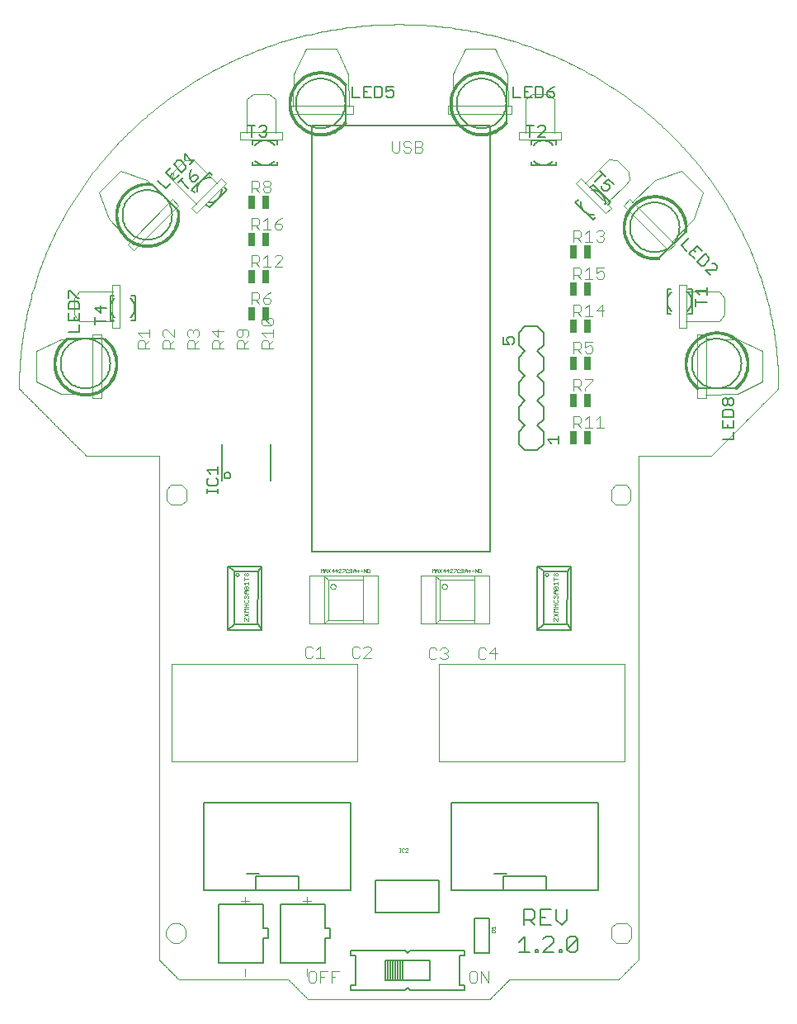
<source format=gto>
G75*
G70*
%OFA0B0*%
%FSLAX24Y24*%
%IPPOS*%
%LPD*%
%AMOC8*
5,1,8,0,0,1.08239X$1,22.5*
%
%ADD10C,0.0000*%
%ADD11C,0.0040*%
%ADD12C,0.0060*%
%ADD13C,0.0020*%
%ADD14C,0.0010*%
%ADD15C,0.0050*%
%ADD16C,0.0031*%
%ADD17C,0.0020*%
%ADD18C,0.0080*%
%ADD19R,0.0256X0.0551*%
D10*
X007661Y002111D02*
X007661Y022468D01*
X004701Y022468D01*
X004659Y022510D01*
X004617Y022553D01*
X004490Y022680D01*
X004448Y022722D01*
X004406Y022764D01*
X004363Y022806D01*
X004321Y022849D01*
X004279Y022891D01*
X004237Y022933D01*
X004152Y023018D01*
X004110Y023060D01*
X004067Y023102D01*
X003983Y023187D01*
X003941Y023229D01*
X003898Y023271D01*
X003856Y023313D01*
X003814Y023356D01*
X003772Y023398D01*
X003729Y023440D01*
X003687Y023482D01*
X003645Y023525D01*
X003603Y023567D01*
X003560Y023609D01*
X003476Y023694D01*
X003433Y023736D01*
X003391Y023778D01*
X003307Y023863D01*
X003264Y023905D01*
X003222Y023947D01*
X003180Y023990D01*
X003138Y024032D01*
X003095Y024074D01*
X003053Y024117D01*
X002969Y024201D01*
X002926Y024243D01*
X002884Y024286D01*
X002842Y024328D01*
X002799Y024370D01*
X002757Y024412D01*
X002715Y024455D01*
X002673Y024497D01*
X002630Y024539D01*
X002588Y024581D01*
X002546Y024624D01*
X002504Y024666D01*
X002461Y024708D01*
X002419Y024750D01*
X002377Y024793D01*
X002335Y024835D01*
X002292Y024877D01*
X002208Y024962D01*
X002166Y025004D01*
X002123Y025046D01*
X002081Y025089D01*
X002039Y025131D01*
X001996Y025173D01*
X001996Y025300D01*
X001998Y025426D01*
X002001Y025552D01*
X002005Y025679D01*
X002010Y025804D01*
X002016Y025930D01*
X002023Y026055D01*
X002031Y026180D01*
X002041Y026304D01*
X002051Y026429D01*
X002063Y026553D01*
X002076Y026676D01*
X002089Y026800D01*
X002103Y026923D01*
X002120Y027045D01*
X002136Y027168D01*
X002154Y027290D01*
X002173Y027412D01*
X002193Y027533D01*
X002214Y027655D01*
X002236Y027775D01*
X002259Y027896D01*
X002283Y028016D01*
X002308Y028136D01*
X002334Y028255D01*
X002361Y028374D01*
X002389Y028493D01*
X002418Y028611D01*
X002448Y028729D01*
X002480Y028847D01*
X002511Y028964D01*
X002544Y029081D01*
X002579Y029197D01*
X002613Y029314D01*
X002649Y029429D01*
X002686Y029544D01*
X002724Y029660D01*
X002763Y029774D01*
X002803Y029888D01*
X002843Y030002D01*
X002885Y030115D01*
X002928Y030227D01*
X002971Y030340D01*
X003015Y030452D01*
X003061Y030563D01*
X003107Y030674D01*
X003154Y030785D01*
X003203Y030895D01*
X003251Y031005D01*
X003301Y031114D01*
X003352Y031223D01*
X003404Y031331D01*
X003456Y031439D01*
X003510Y031546D01*
X003564Y031653D01*
X003619Y031760D01*
X003676Y031865D01*
X003732Y031971D01*
X003790Y032076D01*
X003849Y032180D01*
X003908Y032284D01*
X003968Y032387D01*
X004030Y032490D01*
X004092Y032593D01*
X004154Y032694D01*
X004218Y032795D01*
X004283Y032897D01*
X004348Y032997D01*
X004414Y033096D01*
X004481Y033196D01*
X004549Y033294D01*
X004618Y033392D01*
X004687Y033490D01*
X004757Y033586D01*
X004828Y033683D01*
X004900Y033779D01*
X004972Y033874D01*
X005119Y034063D01*
X005194Y034156D01*
X005270Y034248D01*
X005346Y034341D01*
X005423Y034433D01*
X005501Y034523D01*
X005580Y034614D01*
X005659Y034704D01*
X005739Y034793D01*
X005820Y034882D01*
X005901Y034970D01*
X006066Y035144D01*
X006150Y035230D01*
X006235Y035315D01*
X006319Y035400D01*
X006405Y035484D01*
X006492Y035567D01*
X006579Y035650D01*
X006667Y035732D01*
X006755Y035814D01*
X006844Y035895D01*
X006934Y035975D01*
X007025Y036054D01*
X007116Y036133D01*
X007208Y036211D01*
X007301Y036288D01*
X007393Y036365D01*
X007487Y036441D01*
X007582Y036516D01*
X007677Y036591D01*
X007772Y036665D01*
X007869Y036738D01*
X007966Y036810D01*
X008063Y036882D01*
X008162Y036952D01*
X008260Y037023D01*
X008360Y037092D01*
X008460Y037161D01*
X008560Y037229D01*
X008661Y037296D01*
X008764Y037362D01*
X008866Y037428D01*
X008969Y037493D01*
X009072Y037557D01*
X009176Y037621D01*
X009281Y037683D01*
X009386Y037745D01*
X009492Y037806D01*
X009598Y037866D01*
X009812Y037984D01*
X009920Y038042D01*
X010029Y038098D01*
X010138Y038155D01*
X010247Y038210D01*
X010358Y038264D01*
X010468Y038319D01*
X010579Y038372D01*
X010691Y038423D01*
X010803Y038475D01*
X010915Y038525D01*
X011029Y038574D01*
X011142Y038623D01*
X011256Y038671D01*
X011371Y038717D01*
X011486Y038764D01*
X011601Y038809D01*
X011717Y038853D01*
X011833Y038897D01*
X011950Y038939D01*
X012068Y038981D01*
X012185Y039022D01*
X012304Y039062D01*
X012541Y039139D01*
X012661Y039176D01*
X012781Y039212D01*
X012901Y039248D01*
X013022Y039282D01*
X013143Y039315D01*
X013265Y039348D01*
X013387Y039380D01*
X013509Y039410D01*
X013632Y039440D01*
X013755Y039469D01*
X013879Y039496D01*
X014003Y039524D01*
X014127Y039549D01*
X014252Y039574D01*
X014377Y039599D01*
X014502Y039621D01*
X014628Y039643D01*
X014754Y039665D01*
X014881Y039685D01*
X015008Y039703D01*
X015135Y039722D01*
X015262Y039739D01*
X015390Y039755D01*
X015518Y039770D01*
X015647Y039784D01*
X015776Y039797D01*
X015905Y039809D01*
X016034Y039820D01*
X016164Y039830D01*
X016294Y039839D01*
X016425Y039847D01*
X016555Y039854D01*
X016686Y039860D01*
X016817Y039865D01*
X016949Y039868D01*
X017081Y039871D01*
X017213Y039873D01*
X017345Y039873D01*
X017330Y039873D02*
X017462Y039873D01*
X017594Y039871D01*
X017726Y039868D01*
X017857Y039865D01*
X017989Y039860D01*
X018120Y039854D01*
X018250Y039847D01*
X018381Y039839D01*
X018511Y039830D01*
X018640Y039820D01*
X018770Y039809D01*
X018899Y039797D01*
X019028Y039784D01*
X019157Y039770D01*
X019285Y039755D01*
X019413Y039739D01*
X019540Y039722D01*
X019667Y039703D01*
X019794Y039685D01*
X019921Y039665D01*
X020047Y039643D01*
X020173Y039621D01*
X020298Y039599D01*
X020423Y039574D01*
X020548Y039549D01*
X020672Y039524D01*
X020796Y039496D01*
X020920Y039469D01*
X021043Y039440D01*
X021288Y039380D01*
X021410Y039348D01*
X021532Y039315D01*
X021653Y039282D01*
X021774Y039248D01*
X021894Y039212D01*
X022014Y039176D01*
X022134Y039139D01*
X022371Y039062D01*
X022490Y039022D01*
X022725Y038939D01*
X022842Y038897D01*
X022958Y038853D01*
X023074Y038809D01*
X023189Y038764D01*
X023304Y038717D01*
X023419Y038671D01*
X023533Y038623D01*
X023646Y038574D01*
X023760Y038525D01*
X023872Y038475D01*
X023984Y038423D01*
X024096Y038372D01*
X024207Y038319D01*
X024317Y038264D01*
X024428Y038210D01*
X024537Y038155D01*
X024646Y038098D01*
X024755Y038042D01*
X024863Y037984D01*
X025077Y037866D01*
X025183Y037806D01*
X025289Y037745D01*
X025394Y037683D01*
X025499Y037621D01*
X025603Y037557D01*
X025706Y037493D01*
X025809Y037428D01*
X025911Y037362D01*
X026013Y037296D01*
X026115Y037229D01*
X026215Y037161D01*
X026315Y037092D01*
X026415Y037023D01*
X026513Y036952D01*
X026612Y036882D01*
X026709Y036810D01*
X026806Y036738D01*
X026903Y036665D01*
X026998Y036591D01*
X027093Y036516D01*
X027188Y036441D01*
X027282Y036365D01*
X027374Y036288D01*
X027467Y036211D01*
X027559Y036133D01*
X027650Y036054D01*
X027741Y035975D01*
X027831Y035895D01*
X027920Y035814D01*
X028008Y035732D01*
X028096Y035650D01*
X028183Y035567D01*
X028270Y035484D01*
X028356Y035400D01*
X028440Y035315D01*
X028525Y035230D01*
X028609Y035144D01*
X028691Y035057D01*
X028774Y034970D01*
X028855Y034882D01*
X028936Y034793D01*
X029016Y034704D01*
X029095Y034614D01*
X029174Y034523D01*
X029252Y034433D01*
X029329Y034341D01*
X029405Y034248D01*
X029481Y034156D01*
X029556Y034063D01*
X029629Y033968D01*
X029703Y033874D01*
X029775Y033779D01*
X029918Y033586D01*
X029988Y033490D01*
X030057Y033392D01*
X030126Y033294D01*
X030194Y033196D01*
X030260Y033096D01*
X030327Y032997D01*
X030392Y032897D01*
X030521Y032694D01*
X030583Y032593D01*
X030645Y032490D01*
X030707Y032387D01*
X030767Y032284D01*
X030826Y032180D01*
X030885Y032076D01*
X030943Y031971D01*
X030999Y031865D01*
X031056Y031760D01*
X031111Y031653D01*
X031165Y031546D01*
X031219Y031439D01*
X031271Y031331D01*
X031323Y031223D01*
X031374Y031114D01*
X031424Y031005D01*
X031521Y030785D01*
X031568Y030674D01*
X031614Y030563D01*
X031660Y030452D01*
X031704Y030340D01*
X031790Y030115D01*
X031832Y030002D01*
X031872Y029888D01*
X031912Y029774D01*
X031951Y029660D01*
X031988Y029544D01*
X032026Y029429D01*
X032062Y029314D01*
X032096Y029197D01*
X032131Y029081D01*
X032164Y028964D01*
X032195Y028847D01*
X032227Y028729D01*
X032257Y028611D01*
X032285Y028493D01*
X032314Y028374D01*
X032341Y028255D01*
X032367Y028136D01*
X032392Y028016D01*
X032416Y027896D01*
X032439Y027775D01*
X032461Y027655D01*
X032482Y027533D01*
X032502Y027412D01*
X032521Y027290D01*
X032539Y027168D01*
X032555Y027045D01*
X032571Y026923D01*
X032586Y026800D01*
X032599Y026676D01*
X032612Y026553D01*
X032624Y026429D01*
X032634Y026304D01*
X032644Y026180D01*
X032652Y026055D01*
X032658Y025930D01*
X032665Y025804D01*
X032670Y025679D01*
X032673Y025552D01*
X032677Y025426D01*
X032678Y025300D01*
X032678Y025173D01*
X032636Y025131D01*
X032594Y025089D01*
X032552Y025046D01*
X032509Y025004D01*
X032467Y024962D01*
X032425Y024919D01*
X032383Y024877D01*
X032340Y024835D01*
X032298Y024793D01*
X032256Y024750D01*
X032213Y024708D01*
X032171Y024666D01*
X032129Y024624D01*
X032087Y024581D01*
X032044Y024539D01*
X031960Y024455D01*
X031918Y024412D01*
X031875Y024370D01*
X031791Y024286D01*
X031749Y024243D01*
X031706Y024201D01*
X031664Y024159D01*
X031622Y024117D01*
X031579Y024074D01*
X031537Y024032D01*
X031495Y023990D01*
X031453Y023947D01*
X031410Y023905D01*
X031368Y023863D01*
X031326Y023821D01*
X031284Y023778D01*
X031241Y023736D01*
X031199Y023694D01*
X031157Y023652D01*
X031115Y023609D01*
X031030Y023525D01*
X030988Y023482D01*
X030946Y023440D01*
X030903Y023398D01*
X030861Y023356D01*
X030819Y023313D01*
X030777Y023271D01*
X030734Y023229D01*
X030692Y023187D01*
X030650Y023144D01*
X030607Y023102D01*
X030565Y023060D01*
X030523Y023018D01*
X030481Y022975D01*
X030438Y022933D01*
X030396Y022891D01*
X030354Y022849D01*
X030269Y022764D01*
X030227Y022722D01*
X030185Y022680D01*
X030143Y022637D01*
X030100Y022595D01*
X030058Y022553D01*
X030016Y022510D01*
X029973Y022468D01*
X027014Y022468D01*
X027014Y002111D01*
X027001Y002099D01*
X026989Y002087D01*
X026965Y002062D01*
X026952Y002050D01*
X026940Y002038D01*
X026928Y002025D01*
X026903Y002001D01*
X026891Y001989D01*
X026879Y001976D01*
X026854Y001952D01*
X026842Y001940D01*
X026830Y001927D01*
X026817Y001915D01*
X026805Y001903D01*
X026793Y001890D01*
X026756Y001854D01*
X026744Y001842D01*
X026732Y001829D01*
X026707Y001805D01*
X026695Y001792D01*
X026683Y001780D01*
X026646Y001743D01*
X026634Y001731D01*
X026621Y001719D01*
X026609Y001707D01*
X026597Y001694D01*
X026572Y001670D01*
X026560Y001658D01*
X026548Y001645D01*
X026536Y001633D01*
X026511Y001609D01*
X026499Y001596D01*
X026486Y001584D01*
X026474Y001572D01*
X026462Y001560D01*
X026450Y001547D01*
X026437Y001535D01*
X026425Y001523D01*
X026413Y001511D01*
X026401Y001498D01*
X026388Y001486D01*
X026352Y001449D01*
X026339Y001437D01*
X026315Y001413D01*
X026303Y001400D01*
X026266Y001364D01*
X026254Y001351D01*
X026241Y001339D01*
X026229Y001327D01*
X021812Y001327D01*
X021799Y001314D01*
X021787Y001301D01*
X021774Y001288D01*
X021761Y001276D01*
X021748Y001263D01*
X021735Y001250D01*
X021722Y001237D01*
X021697Y001211D01*
X021684Y001198D01*
X021658Y001173D01*
X021645Y001160D01*
X021633Y001147D01*
X021620Y001134D01*
X021594Y001109D01*
X021581Y001096D01*
X021568Y001083D01*
X021543Y001057D01*
X021517Y001032D01*
X021491Y001006D01*
X021479Y000993D01*
X021466Y000980D01*
X021453Y000968D01*
X021440Y000955D01*
X021427Y000942D01*
X021414Y000929D01*
X021389Y000903D01*
X021376Y000891D01*
X021363Y000878D01*
X021350Y000865D01*
X021337Y000852D01*
X021325Y000839D01*
X021312Y000826D01*
X021286Y000801D01*
X021261Y000775D01*
X021235Y000750D01*
X021222Y000737D01*
X021209Y000724D01*
X021184Y000698D01*
X021171Y000685D01*
X021158Y000672D01*
X021132Y000647D01*
X021107Y000621D01*
X021094Y000608D01*
X021081Y000596D01*
X021068Y000583D01*
X021055Y000570D01*
X021042Y000557D01*
X021030Y000544D01*
X021017Y000531D01*
X021004Y000519D01*
X020991Y000506D01*
X013684Y000506D01*
X013671Y000519D01*
X013658Y000531D01*
X013645Y000544D01*
X013632Y000557D01*
X013620Y000570D01*
X013607Y000583D01*
X013594Y000596D01*
X013581Y000608D01*
X013568Y000621D01*
X013555Y000634D01*
X013543Y000647D01*
X013530Y000660D01*
X013517Y000672D01*
X013504Y000685D01*
X013491Y000698D01*
X013478Y000711D01*
X013466Y000724D01*
X013453Y000737D01*
X013440Y000750D01*
X013414Y000775D01*
X013401Y000788D01*
X013389Y000801D01*
X013376Y000814D01*
X013363Y000826D01*
X013337Y000852D01*
X013325Y000865D01*
X013312Y000878D01*
X013299Y000891D01*
X013286Y000903D01*
X013273Y000916D01*
X013260Y000929D01*
X013247Y000942D01*
X013222Y000968D01*
X013209Y000980D01*
X013196Y000993D01*
X013183Y001006D01*
X013171Y001019D01*
X013158Y001032D01*
X013145Y001045D01*
X013132Y001057D01*
X013106Y001083D01*
X013094Y001096D01*
X013081Y001109D01*
X013055Y001134D01*
X013042Y001147D01*
X013029Y001160D01*
X013017Y001173D01*
X013004Y001186D01*
X012991Y001198D01*
X012978Y001211D01*
X012965Y001224D01*
X012952Y001237D01*
X012940Y001250D01*
X012927Y001263D01*
X012914Y001276D01*
X012901Y001288D01*
X012888Y001301D01*
X012875Y001314D01*
X012863Y001327D01*
X008446Y001327D01*
X008434Y001339D01*
X008421Y001351D01*
X008409Y001364D01*
X008372Y001400D01*
X008360Y001413D01*
X008348Y001425D01*
X008335Y001437D01*
X008323Y001449D01*
X008299Y001474D01*
X008286Y001486D01*
X008274Y001498D01*
X008262Y001511D01*
X008250Y001523D01*
X008237Y001535D01*
X008225Y001547D01*
X008213Y001560D01*
X008201Y001572D01*
X008188Y001584D01*
X008176Y001596D01*
X008164Y001609D01*
X008139Y001633D01*
X008127Y001645D01*
X008115Y001658D01*
X008078Y001694D01*
X008066Y001707D01*
X008041Y001731D01*
X008029Y001743D01*
X007992Y001780D01*
X007980Y001792D01*
X007968Y001805D01*
X007943Y001829D01*
X007931Y001842D01*
X007919Y001854D01*
X007882Y001890D01*
X007870Y001903D01*
X007857Y001915D01*
X007845Y001927D01*
X007833Y001940D01*
X007821Y001952D01*
X007796Y001976D01*
X007784Y001989D01*
X007772Y002001D01*
X007747Y002025D01*
X007735Y002038D01*
X007723Y002050D01*
X007710Y002062D01*
X007686Y002087D01*
X007674Y002099D01*
X007661Y002111D01*
X008130Y002844D02*
X008059Y002915D01*
X007988Y002987D01*
X007943Y003085D01*
X007943Y003302D01*
X007988Y003401D01*
X008059Y003472D01*
X008130Y003543D01*
X008228Y003587D01*
X008446Y003587D01*
X008544Y003543D01*
X008616Y003472D01*
X008687Y003401D01*
X008731Y003302D01*
X008731Y003085D01*
X008687Y002987D01*
X008616Y002915D01*
X008544Y002844D01*
X008446Y002800D01*
X008228Y002800D01*
X008130Y002844D01*
X008155Y010128D02*
X008155Y014063D01*
X015655Y014063D01*
X015655Y010128D01*
X008155Y010128D01*
X008143Y020491D02*
X007966Y020667D01*
X007966Y021102D01*
X008143Y021278D01*
X008578Y021278D01*
X008754Y021102D01*
X008754Y020667D01*
X008578Y020491D01*
X008143Y020491D01*
X005319Y024782D02*
X004976Y024782D01*
X004976Y027347D01*
X005319Y027347D01*
X005319Y024782D01*
X005001Y024936D02*
X003711Y024966D01*
X002686Y025462D01*
X002686Y026675D01*
X003711Y027170D01*
X005001Y027201D01*
X004429Y027894D02*
X004215Y028160D01*
X004215Y028817D01*
X004429Y029082D01*
X005788Y029082D01*
X005758Y029345D02*
X005758Y027632D01*
X006051Y027632D01*
X006051Y029345D01*
X005758Y029345D01*
X005788Y027894D02*
X004429Y027894D01*
X006622Y030750D02*
X006379Y030993D01*
X008193Y032807D01*
X008436Y032564D01*
X006622Y030750D01*
X006506Y031084D02*
X005615Y032018D01*
X005241Y033093D01*
X005670Y033522D01*
X006099Y033951D01*
X007174Y033576D01*
X008108Y032686D01*
X008380Y033393D02*
X009154Y032619D01*
X008947Y032455D02*
X009155Y032248D01*
X010366Y033459D01*
X010159Y033666D01*
X008947Y032455D01*
X008380Y033393D02*
X008193Y033580D01*
X008230Y033920D01*
X008462Y034152D01*
X008694Y034384D01*
X009034Y034420D01*
X009221Y034233D01*
X009995Y033459D01*
X010926Y035232D02*
X010926Y035525D01*
X012639Y035525D01*
X012639Y035232D01*
X010926Y035232D01*
X011189Y035495D02*
X011189Y036854D01*
X011455Y037069D01*
X012111Y037069D01*
X012377Y036854D01*
X012377Y035495D01*
X012929Y036251D02*
X012929Y036594D01*
X015495Y036594D01*
X015495Y036251D01*
X012929Y036251D01*
X013075Y036569D02*
X013106Y037859D01*
X013602Y038884D01*
X014815Y038884D01*
X015310Y037859D01*
X015341Y036569D01*
X019337Y036594D02*
X019337Y036251D01*
X021902Y036251D01*
X021902Y036594D01*
X019337Y036594D01*
X019491Y036569D02*
X019521Y037859D01*
X020017Y038884D01*
X021230Y038884D01*
X021725Y037859D01*
X021756Y036569D01*
X022455Y036854D02*
X022455Y035495D01*
X022192Y035525D02*
X022192Y035232D01*
X023905Y035232D01*
X023905Y035525D01*
X022192Y035525D01*
X022455Y036854D02*
X022721Y037069D01*
X023377Y037069D01*
X023643Y036854D01*
X023643Y035495D01*
X024705Y033666D02*
X025916Y032455D01*
X025709Y032248D01*
X024498Y033459D01*
X024705Y033666D01*
X024869Y033459D02*
X025643Y034233D01*
X025830Y034420D01*
X026170Y034384D01*
X026402Y034152D01*
X026634Y033920D01*
X026670Y033580D01*
X026483Y033393D01*
X025709Y032619D01*
X026428Y032564D02*
X026670Y032807D01*
X028484Y030993D01*
X028242Y030750D01*
X026428Y032564D01*
X026756Y032686D02*
X027690Y033576D01*
X028765Y033951D01*
X029623Y033093D01*
X029248Y032018D01*
X028358Y031084D01*
X028674Y029345D02*
X028967Y029345D01*
X028967Y027632D01*
X028674Y027632D01*
X028674Y029345D01*
X028937Y029082D02*
X030296Y029082D01*
X030510Y028817D01*
X030510Y028160D01*
X030296Y027894D01*
X028937Y027894D01*
X029406Y027347D02*
X029749Y027347D01*
X029749Y024782D01*
X029406Y024782D01*
X029406Y027347D01*
X029724Y027201D02*
X031014Y027170D01*
X032039Y026675D01*
X032039Y025462D01*
X031014Y024966D01*
X029724Y024936D01*
X026532Y021278D02*
X026097Y021278D01*
X025921Y021102D01*
X025921Y020667D01*
X026097Y020491D01*
X026532Y020491D01*
X026708Y020667D01*
X026708Y021102D01*
X026532Y021278D01*
X026454Y014063D02*
X026454Y010128D01*
X018954Y010128D01*
X018954Y014063D01*
X026454Y014063D01*
X026555Y003587D02*
X026120Y003587D01*
X025944Y003411D01*
X025944Y002976D01*
X026120Y002800D01*
X026555Y002800D01*
X026731Y002976D01*
X026731Y003411D01*
X026555Y003587D01*
D11*
X020967Y001660D02*
X020967Y001200D01*
X020660Y001660D01*
X020660Y001200D01*
X020507Y001277D02*
X020507Y001584D01*
X020430Y001660D01*
X020277Y001660D01*
X020200Y001584D01*
X020200Y001277D01*
X020277Y001200D01*
X020430Y001200D01*
X020507Y001277D01*
X014928Y001660D02*
X014621Y001660D01*
X014621Y001200D01*
X014621Y001430D02*
X014774Y001430D01*
X014467Y001660D02*
X014160Y001660D01*
X014160Y001200D01*
X014007Y001277D02*
X013930Y001200D01*
X013777Y001200D01*
X013700Y001277D01*
X013700Y001584D01*
X013777Y001660D01*
X013930Y001660D01*
X014007Y001584D01*
X014007Y001277D01*
X014160Y001430D02*
X014314Y001430D01*
X013630Y001440D02*
X013630Y001747D01*
X013630Y004340D02*
X013630Y004647D01*
X013476Y004493D02*
X013783Y004493D01*
X011283Y004493D02*
X010976Y004493D01*
X011130Y004340D02*
X011130Y004647D01*
X011130Y001747D02*
X011130Y001440D01*
X013627Y014300D02*
X013780Y014300D01*
X013857Y014377D01*
X014010Y014300D02*
X014317Y014300D01*
X014164Y014300D02*
X014164Y014760D01*
X014010Y014607D01*
X013857Y014684D02*
X013780Y014760D01*
X013627Y014760D01*
X013550Y014684D01*
X013550Y014377D01*
X013627Y014300D01*
X015450Y014377D02*
X015527Y014300D01*
X015680Y014300D01*
X015757Y014377D01*
X015910Y014300D02*
X016217Y014607D01*
X016217Y014684D01*
X016141Y014760D01*
X015987Y014760D01*
X015910Y014684D01*
X015757Y014684D02*
X015680Y014760D01*
X015527Y014760D01*
X015450Y014684D01*
X015450Y014377D01*
X015910Y014300D02*
X016217Y014300D01*
X018550Y014327D02*
X018627Y014250D01*
X018780Y014250D01*
X018857Y014327D01*
X019010Y014327D02*
X019087Y014250D01*
X019241Y014250D01*
X019317Y014327D01*
X019317Y014403D01*
X019241Y014480D01*
X019164Y014480D01*
X019241Y014480D02*
X019317Y014557D01*
X019317Y014634D01*
X019241Y014710D01*
X019087Y014710D01*
X019010Y014634D01*
X018857Y014634D02*
X018780Y014710D01*
X018627Y014710D01*
X018550Y014634D01*
X018550Y014327D01*
X020550Y014327D02*
X020627Y014250D01*
X020780Y014250D01*
X020857Y014327D01*
X021010Y014480D02*
X021241Y014710D01*
X021241Y014250D01*
X021317Y014480D02*
X021010Y014480D01*
X020857Y014634D02*
X020780Y014710D01*
X020627Y014710D01*
X020550Y014634D01*
X020550Y014327D01*
X024400Y023600D02*
X024400Y024060D01*
X024630Y024060D01*
X024707Y023984D01*
X024707Y023830D01*
X024630Y023753D01*
X024400Y023753D01*
X024553Y023753D02*
X024707Y023600D01*
X024860Y023600D02*
X025167Y023600D01*
X025014Y023600D02*
X025014Y024060D01*
X024860Y023907D01*
X025321Y023907D02*
X025474Y024060D01*
X025474Y023600D01*
X025321Y023600D02*
X025628Y023600D01*
X024860Y025100D02*
X024860Y025177D01*
X025167Y025484D01*
X025167Y025560D01*
X024860Y025560D01*
X024707Y025484D02*
X024707Y025330D01*
X024630Y025253D01*
X024400Y025253D01*
X024400Y025100D02*
X024400Y025560D01*
X024630Y025560D01*
X024707Y025484D01*
X024553Y025253D02*
X024707Y025100D01*
X024707Y026600D02*
X024553Y026753D01*
X024630Y026753D02*
X024400Y026753D01*
X024400Y026600D02*
X024400Y027060D01*
X024630Y027060D01*
X024707Y026984D01*
X024707Y026830D01*
X024630Y026753D01*
X024860Y026677D02*
X024937Y026600D01*
X025091Y026600D01*
X025167Y026677D01*
X025167Y026830D01*
X025091Y026907D01*
X025014Y026907D01*
X024860Y026830D01*
X024860Y027060D01*
X025167Y027060D01*
X025167Y028100D02*
X024860Y028100D01*
X024707Y028100D02*
X024553Y028253D01*
X024630Y028253D02*
X024400Y028253D01*
X024400Y028100D02*
X024400Y028560D01*
X024630Y028560D01*
X024707Y028484D01*
X024707Y028330D01*
X024630Y028253D01*
X024860Y028407D02*
X025014Y028560D01*
X025014Y028100D01*
X025321Y028330D02*
X025628Y028330D01*
X025551Y028100D02*
X025551Y028560D01*
X025321Y028330D01*
X025398Y029600D02*
X025321Y029677D01*
X025398Y029600D02*
X025551Y029600D01*
X025628Y029677D01*
X025628Y029830D01*
X025551Y029907D01*
X025474Y029907D01*
X025321Y029830D01*
X025321Y030060D01*
X025628Y030060D01*
X025167Y029600D02*
X024860Y029600D01*
X024707Y029600D02*
X024553Y029753D01*
X024630Y029753D02*
X024400Y029753D01*
X024400Y029600D02*
X024400Y030060D01*
X024630Y030060D01*
X024707Y029984D01*
X024707Y029830D01*
X024630Y029753D01*
X024860Y029907D02*
X025014Y030060D01*
X025014Y029600D01*
X025014Y031100D02*
X025014Y031560D01*
X024860Y031407D01*
X024707Y031484D02*
X024707Y031330D01*
X024630Y031253D01*
X024400Y031253D01*
X024400Y031100D02*
X024400Y031560D01*
X024630Y031560D01*
X024707Y031484D01*
X024553Y031253D02*
X024707Y031100D01*
X024860Y031100D02*
X025167Y031100D01*
X025321Y031177D02*
X025398Y031100D01*
X025551Y031100D01*
X025628Y031177D01*
X025628Y031253D01*
X025551Y031330D01*
X025474Y031330D01*
X025551Y031330D02*
X025628Y031407D01*
X025628Y031484D01*
X025551Y031560D01*
X025398Y031560D01*
X025321Y031484D01*
X018297Y034777D02*
X018220Y034700D01*
X017990Y034700D01*
X017990Y035160D01*
X018220Y035160D01*
X018297Y035084D01*
X018297Y035007D01*
X018220Y034930D01*
X017990Y034930D01*
X017836Y034853D02*
X017836Y034777D01*
X017759Y034700D01*
X017606Y034700D01*
X017529Y034777D01*
X017376Y034777D02*
X017376Y035160D01*
X017529Y035084D02*
X017606Y035160D01*
X017759Y035160D01*
X017836Y035084D01*
X017759Y034930D02*
X017836Y034853D01*
X017759Y034930D02*
X017606Y034930D01*
X017529Y035007D01*
X017529Y035084D01*
X017376Y034777D02*
X017299Y034700D01*
X017146Y034700D01*
X017069Y034777D01*
X017069Y035160D01*
X018220Y034930D02*
X018297Y034853D01*
X018297Y034777D01*
X012628Y032060D02*
X012474Y031984D01*
X012321Y031830D01*
X012551Y031830D01*
X012628Y031753D01*
X012628Y031677D01*
X012551Y031600D01*
X012398Y031600D01*
X012321Y031677D01*
X012321Y031830D01*
X012167Y031600D02*
X011860Y031600D01*
X011707Y031600D02*
X011553Y031753D01*
X011630Y031753D02*
X011400Y031753D01*
X011400Y031600D02*
X011400Y032060D01*
X011630Y032060D01*
X011707Y031984D01*
X011707Y031830D01*
X011630Y031753D01*
X011860Y031907D02*
X012014Y032060D01*
X012014Y031600D01*
X012014Y030560D02*
X012014Y030100D01*
X012167Y030100D02*
X011860Y030100D01*
X011707Y030100D02*
X011553Y030253D01*
X011630Y030253D02*
X011400Y030253D01*
X011400Y030100D02*
X011400Y030560D01*
X011630Y030560D01*
X011707Y030484D01*
X011707Y030330D01*
X011630Y030253D01*
X011860Y030407D02*
X012014Y030560D01*
X012321Y030484D02*
X012398Y030560D01*
X012551Y030560D01*
X012628Y030484D01*
X012628Y030407D01*
X012321Y030100D01*
X012628Y030100D01*
X012167Y029060D02*
X012014Y028984D01*
X011860Y028830D01*
X012091Y028830D01*
X012167Y028753D01*
X012167Y028677D01*
X012091Y028600D01*
X011937Y028600D01*
X011860Y028677D01*
X011860Y028830D01*
X011707Y028830D02*
X011630Y028753D01*
X011400Y028753D01*
X011400Y028600D02*
X011400Y029060D01*
X011630Y029060D01*
X011707Y028984D01*
X011707Y028830D01*
X011553Y028753D02*
X011707Y028600D01*
X011876Y028028D02*
X011800Y027951D01*
X011800Y027798D01*
X011876Y027721D01*
X012183Y027721D01*
X011876Y028028D01*
X012183Y028028D01*
X012260Y027951D01*
X012260Y027798D01*
X012183Y027721D01*
X012260Y027567D02*
X012260Y027260D01*
X012260Y027107D02*
X012107Y026953D01*
X012107Y027030D02*
X012107Y026800D01*
X012260Y026800D02*
X011800Y026800D01*
X011800Y027030D01*
X011876Y027107D01*
X012030Y027107D01*
X012107Y027030D01*
X011953Y027260D02*
X011800Y027414D01*
X012260Y027414D01*
X011260Y027337D02*
X011260Y027491D01*
X011183Y027567D01*
X010876Y027567D01*
X010800Y027491D01*
X010800Y027337D01*
X010876Y027260D01*
X010953Y027260D01*
X011030Y027337D01*
X011030Y027567D01*
X011260Y027337D02*
X011183Y027260D01*
X011260Y027107D02*
X011107Y026953D01*
X011107Y027030D02*
X011107Y026800D01*
X011260Y026800D02*
X010800Y026800D01*
X010800Y027030D01*
X010876Y027107D01*
X011030Y027107D01*
X011107Y027030D01*
X010260Y027107D02*
X010107Y026953D01*
X010107Y027030D02*
X010107Y026800D01*
X010260Y026800D02*
X009800Y026800D01*
X009800Y027030D01*
X009876Y027107D01*
X010030Y027107D01*
X010107Y027030D01*
X010030Y027260D02*
X010030Y027567D01*
X010260Y027491D02*
X009800Y027491D01*
X010030Y027260D01*
X009260Y027337D02*
X009183Y027260D01*
X009260Y027337D02*
X009260Y027491D01*
X009183Y027567D01*
X009107Y027567D01*
X009030Y027491D01*
X009030Y027414D01*
X009030Y027491D02*
X008953Y027567D01*
X008876Y027567D01*
X008800Y027491D01*
X008800Y027337D01*
X008876Y027260D01*
X008876Y027107D02*
X009030Y027107D01*
X009107Y027030D01*
X009107Y026800D01*
X009260Y026800D02*
X008800Y026800D01*
X008800Y027030D01*
X008876Y027107D01*
X009107Y026953D02*
X009260Y027107D01*
X008260Y027107D02*
X008107Y026953D01*
X008107Y027030D02*
X008107Y026800D01*
X008260Y026800D02*
X007800Y026800D01*
X007800Y027030D01*
X007876Y027107D01*
X008030Y027107D01*
X008107Y027030D01*
X008260Y027260D02*
X007953Y027567D01*
X007876Y027567D01*
X007800Y027491D01*
X007800Y027337D01*
X007876Y027260D01*
X008260Y027260D02*
X008260Y027567D01*
X007260Y027567D02*
X007260Y027260D01*
X007260Y027107D02*
X007107Y026953D01*
X007107Y027030D02*
X007107Y026800D01*
X007260Y026800D02*
X006800Y026800D01*
X006800Y027030D01*
X006876Y027107D01*
X007030Y027107D01*
X007107Y027030D01*
X006953Y027260D02*
X006800Y027414D01*
X007260Y027414D01*
X011400Y033100D02*
X011400Y033560D01*
X011630Y033560D01*
X011707Y033484D01*
X011707Y033330D01*
X011630Y033253D01*
X011400Y033253D01*
X011553Y033253D02*
X011707Y033100D01*
X011860Y033177D02*
X011860Y033253D01*
X011937Y033330D01*
X012091Y033330D01*
X012167Y033253D01*
X012167Y033177D01*
X012091Y033100D01*
X011937Y033100D01*
X011860Y033177D01*
X011937Y033330D02*
X011860Y033407D01*
X011860Y033484D01*
X011937Y033560D01*
X012091Y033560D01*
X012167Y033484D01*
X012167Y033407D01*
X012091Y033330D01*
D12*
X012430Y034180D02*
X011430Y034180D01*
X011430Y034330D01*
X011430Y035030D02*
X011430Y035180D01*
X012430Y035180D01*
X012430Y035030D01*
X012320Y034368D02*
X012294Y034337D01*
X012265Y034308D01*
X012233Y034282D01*
X012200Y034259D01*
X012165Y034239D01*
X012128Y034221D01*
X012090Y034206D01*
X012051Y034195D01*
X012011Y034187D01*
X011971Y034182D01*
X011930Y034180D01*
X011540Y034992D02*
X011566Y035023D01*
X011595Y035052D01*
X011627Y035078D01*
X011660Y035101D01*
X011695Y035121D01*
X011732Y035139D01*
X011770Y035154D01*
X011809Y035165D01*
X011849Y035173D01*
X011889Y035178D01*
X011930Y035180D01*
X011540Y034368D02*
X011566Y034337D01*
X011595Y034308D01*
X011627Y034282D01*
X011660Y034259D01*
X011695Y034239D01*
X011732Y034221D01*
X011770Y034206D01*
X011809Y034195D01*
X011849Y034187D01*
X011889Y034182D01*
X011930Y034180D01*
X012320Y034992D02*
X012294Y035023D01*
X012265Y035052D01*
X012233Y035078D01*
X012200Y035101D01*
X012165Y035121D01*
X012128Y035139D01*
X012090Y035154D01*
X012051Y035165D01*
X012011Y035173D01*
X011971Y035178D01*
X011930Y035180D01*
X012430Y034330D02*
X012430Y034180D01*
X010387Y033180D02*
X010281Y033286D01*
X010387Y033180D02*
X009680Y032473D01*
X009574Y032579D01*
X009625Y032683D02*
X009665Y032680D01*
X009706Y032681D01*
X009747Y032684D01*
X009787Y032692D01*
X009826Y032702D01*
X009865Y032715D01*
X009902Y032732D01*
X009938Y032751D01*
X009972Y032774D01*
X010004Y032799D01*
X010034Y032826D01*
X010061Y032856D01*
X010086Y032888D01*
X010109Y032922D01*
X010128Y032958D01*
X010145Y032995D01*
X010158Y033034D01*
X010168Y033073D01*
X010176Y033113D01*
X010179Y033154D01*
X010180Y033195D01*
X010177Y033235D01*
X009735Y033677D02*
X009695Y033680D01*
X009654Y033679D01*
X009613Y033676D01*
X009573Y033668D01*
X009534Y033658D01*
X009495Y033645D01*
X009458Y033628D01*
X009422Y033609D01*
X009388Y033586D01*
X009356Y033561D01*
X009326Y033534D01*
X008973Y033180D02*
X009079Y033074D01*
X008973Y033180D02*
X009680Y033887D01*
X009786Y033781D01*
X009326Y033534D02*
X009299Y033504D01*
X009274Y033472D01*
X009251Y033438D01*
X009232Y033402D01*
X009215Y033365D01*
X009202Y033326D01*
X009192Y033287D01*
X009184Y033247D01*
X009181Y033206D01*
X009180Y033165D01*
X009183Y033125D01*
X006180Y032180D02*
X006182Y032243D01*
X006188Y032305D01*
X006198Y032367D01*
X006211Y032429D01*
X006229Y032489D01*
X006250Y032548D01*
X006275Y032606D01*
X006304Y032662D01*
X006336Y032716D01*
X006371Y032768D01*
X006409Y032817D01*
X006451Y032865D01*
X006495Y032909D01*
X006543Y032951D01*
X006592Y032989D01*
X006644Y033024D01*
X006698Y033056D01*
X006754Y033085D01*
X006812Y033110D01*
X006871Y033131D01*
X006931Y033149D01*
X006993Y033162D01*
X007055Y033172D01*
X007117Y033178D01*
X007180Y033180D01*
X007243Y033178D01*
X007305Y033172D01*
X007367Y033162D01*
X007429Y033149D01*
X007489Y033131D01*
X007548Y033110D01*
X007606Y033085D01*
X007662Y033056D01*
X007716Y033024D01*
X007768Y032989D01*
X007817Y032951D01*
X007865Y032909D01*
X007909Y032865D01*
X007951Y032817D01*
X007989Y032768D01*
X008024Y032716D01*
X008056Y032662D01*
X008085Y032606D01*
X008110Y032548D01*
X008131Y032489D01*
X008149Y032429D01*
X008162Y032367D01*
X008172Y032305D01*
X008178Y032243D01*
X008180Y032180D01*
X008178Y032117D01*
X008172Y032055D01*
X008162Y031993D01*
X008149Y031931D01*
X008131Y031871D01*
X008110Y031812D01*
X008085Y031754D01*
X008056Y031698D01*
X008024Y031644D01*
X007989Y031592D01*
X007951Y031543D01*
X007909Y031495D01*
X007865Y031451D01*
X007817Y031409D01*
X007768Y031371D01*
X007716Y031336D01*
X007662Y031304D01*
X007606Y031275D01*
X007548Y031250D01*
X007489Y031229D01*
X007429Y031211D01*
X007367Y031198D01*
X007305Y031188D01*
X007243Y031182D01*
X007180Y031180D01*
X007117Y031182D01*
X007055Y031188D01*
X006993Y031198D01*
X006931Y031211D01*
X006871Y031229D01*
X006812Y031250D01*
X006754Y031275D01*
X006698Y031304D01*
X006644Y031336D01*
X006592Y031371D01*
X006543Y031409D01*
X006495Y031451D01*
X006451Y031495D01*
X006409Y031543D01*
X006371Y031592D01*
X006336Y031644D01*
X006304Y031698D01*
X006275Y031754D01*
X006250Y031812D01*
X006229Y031871D01*
X006211Y031931D01*
X006198Y031993D01*
X006188Y032055D01*
X006182Y032117D01*
X006180Y032180D01*
X005830Y028930D02*
X005680Y028930D01*
X005680Y027930D01*
X005830Y027930D01*
X006492Y028040D02*
X006523Y028066D01*
X006552Y028095D01*
X006578Y028127D01*
X006601Y028160D01*
X006621Y028195D01*
X006639Y028232D01*
X006654Y028270D01*
X006665Y028309D01*
X006673Y028349D01*
X006678Y028389D01*
X006680Y028430D01*
X006680Y027930D02*
X006530Y027930D01*
X006680Y027930D02*
X006680Y028930D01*
X006530Y028930D01*
X005868Y028820D02*
X005837Y028794D01*
X005808Y028765D01*
X005782Y028733D01*
X005759Y028700D01*
X005739Y028665D01*
X005721Y028628D01*
X005706Y028590D01*
X005695Y028551D01*
X005687Y028511D01*
X005682Y028471D01*
X005680Y028430D01*
X006492Y028820D02*
X006523Y028794D01*
X006552Y028765D01*
X006578Y028733D01*
X006601Y028700D01*
X006621Y028665D01*
X006639Y028628D01*
X006654Y028590D01*
X006665Y028551D01*
X006673Y028511D01*
X006678Y028471D01*
X006680Y028430D01*
X005868Y028040D02*
X005837Y028066D01*
X005808Y028095D01*
X005782Y028127D01*
X005759Y028160D01*
X005739Y028195D01*
X005721Y028232D01*
X005706Y028270D01*
X005695Y028309D01*
X005687Y028349D01*
X005682Y028389D01*
X005680Y028430D01*
X003680Y026180D02*
X003682Y026243D01*
X003688Y026305D01*
X003698Y026367D01*
X003711Y026429D01*
X003729Y026489D01*
X003750Y026548D01*
X003775Y026606D01*
X003804Y026662D01*
X003836Y026716D01*
X003871Y026768D01*
X003909Y026817D01*
X003951Y026865D01*
X003995Y026909D01*
X004043Y026951D01*
X004092Y026989D01*
X004144Y027024D01*
X004198Y027056D01*
X004254Y027085D01*
X004312Y027110D01*
X004371Y027131D01*
X004431Y027149D01*
X004493Y027162D01*
X004555Y027172D01*
X004617Y027178D01*
X004680Y027180D01*
X004743Y027178D01*
X004805Y027172D01*
X004867Y027162D01*
X004929Y027149D01*
X004989Y027131D01*
X005048Y027110D01*
X005106Y027085D01*
X005162Y027056D01*
X005216Y027024D01*
X005268Y026989D01*
X005317Y026951D01*
X005365Y026909D01*
X005409Y026865D01*
X005451Y026817D01*
X005489Y026768D01*
X005524Y026716D01*
X005556Y026662D01*
X005585Y026606D01*
X005610Y026548D01*
X005631Y026489D01*
X005649Y026429D01*
X005662Y026367D01*
X005672Y026305D01*
X005678Y026243D01*
X005680Y026180D01*
X005678Y026117D01*
X005672Y026055D01*
X005662Y025993D01*
X005649Y025931D01*
X005631Y025871D01*
X005610Y025812D01*
X005585Y025754D01*
X005556Y025698D01*
X005524Y025644D01*
X005489Y025592D01*
X005451Y025543D01*
X005409Y025495D01*
X005365Y025451D01*
X005317Y025409D01*
X005268Y025371D01*
X005216Y025336D01*
X005162Y025304D01*
X005106Y025275D01*
X005048Y025250D01*
X004989Y025229D01*
X004929Y025211D01*
X004867Y025198D01*
X004805Y025188D01*
X004743Y025182D01*
X004680Y025180D01*
X004617Y025182D01*
X004555Y025188D01*
X004493Y025198D01*
X004431Y025211D01*
X004371Y025229D01*
X004312Y025250D01*
X004254Y025275D01*
X004198Y025304D01*
X004144Y025336D01*
X004092Y025371D01*
X004043Y025409D01*
X003995Y025451D01*
X003951Y025495D01*
X003909Y025543D01*
X003871Y025592D01*
X003836Y025644D01*
X003804Y025698D01*
X003775Y025754D01*
X003750Y025812D01*
X003729Y025871D01*
X003711Y025931D01*
X003698Y025993D01*
X003688Y026055D01*
X003682Y026117D01*
X003680Y026180D01*
X010196Y022918D02*
X010196Y021442D01*
X010284Y021668D02*
X010286Y021690D01*
X010292Y021712D01*
X010301Y021732D01*
X010314Y021750D01*
X010330Y021766D01*
X010348Y021779D01*
X010368Y021788D01*
X010390Y021794D01*
X010412Y021796D01*
X010434Y021794D01*
X010456Y021788D01*
X010476Y021779D01*
X010494Y021766D01*
X010510Y021750D01*
X010523Y021732D01*
X010532Y021712D01*
X010538Y021690D01*
X010540Y021668D01*
X010538Y021646D01*
X010532Y021624D01*
X010523Y021604D01*
X010510Y021586D01*
X010494Y021570D01*
X010476Y021557D01*
X010456Y021548D01*
X010434Y021542D01*
X010412Y021540D01*
X010390Y021542D01*
X010368Y021548D01*
X010348Y021557D01*
X010330Y021570D01*
X010314Y021586D01*
X010301Y021604D01*
X010292Y021624D01*
X010286Y021646D01*
X010284Y021668D01*
X012164Y021442D02*
X012164Y022918D01*
X022180Y022930D02*
X022430Y022680D01*
X022930Y022680D01*
X023180Y022930D01*
X023180Y023430D01*
X022930Y023680D01*
X023180Y023930D01*
X023180Y024430D01*
X022930Y024680D01*
X023180Y024930D01*
X023180Y025430D01*
X022930Y025680D01*
X023180Y025930D01*
X023180Y026430D01*
X022930Y026680D01*
X023180Y026930D01*
X023180Y027430D01*
X022930Y027680D01*
X022430Y027680D01*
X022180Y027430D01*
X022180Y026930D01*
X022430Y026680D01*
X022180Y026430D01*
X022180Y025930D01*
X022430Y025680D01*
X022180Y025430D01*
X022180Y024930D01*
X022430Y024680D01*
X022180Y024430D01*
X022180Y023930D01*
X022430Y023680D01*
X022180Y023430D01*
X022180Y022930D01*
X028180Y028180D02*
X028330Y028180D01*
X028180Y028180D02*
X028180Y029180D01*
X028330Y029180D01*
X028368Y029070D02*
X028337Y029044D01*
X028308Y029015D01*
X028282Y028983D01*
X028259Y028950D01*
X028239Y028915D01*
X028221Y028878D01*
X028206Y028840D01*
X028195Y028801D01*
X028187Y028761D01*
X028182Y028721D01*
X028180Y028680D01*
X028992Y029070D02*
X029023Y029044D01*
X029052Y029015D01*
X029078Y028983D01*
X029101Y028950D01*
X029121Y028915D01*
X029139Y028878D01*
X029154Y028840D01*
X029165Y028801D01*
X029173Y028761D01*
X029178Y028721D01*
X029180Y028680D01*
X029180Y029180D02*
X029030Y029180D01*
X029180Y029180D02*
X029180Y028180D01*
X029030Y028180D01*
X028368Y028290D02*
X028337Y028316D01*
X028308Y028345D01*
X028282Y028377D01*
X028259Y028410D01*
X028239Y028445D01*
X028221Y028482D01*
X028206Y028520D01*
X028195Y028559D01*
X028187Y028599D01*
X028182Y028639D01*
X028180Y028680D01*
X028992Y028290D02*
X029023Y028316D01*
X029052Y028345D01*
X029078Y028377D01*
X029101Y028410D01*
X029121Y028445D01*
X029139Y028482D01*
X029154Y028520D01*
X029165Y028559D01*
X029173Y028599D01*
X029178Y028639D01*
X029180Y028680D01*
X029180Y026180D02*
X029182Y026243D01*
X029188Y026305D01*
X029198Y026367D01*
X029211Y026429D01*
X029229Y026489D01*
X029250Y026548D01*
X029275Y026606D01*
X029304Y026662D01*
X029336Y026716D01*
X029371Y026768D01*
X029409Y026817D01*
X029451Y026865D01*
X029495Y026909D01*
X029543Y026951D01*
X029592Y026989D01*
X029644Y027024D01*
X029698Y027056D01*
X029754Y027085D01*
X029812Y027110D01*
X029871Y027131D01*
X029931Y027149D01*
X029993Y027162D01*
X030055Y027172D01*
X030117Y027178D01*
X030180Y027180D01*
X030243Y027178D01*
X030305Y027172D01*
X030367Y027162D01*
X030429Y027149D01*
X030489Y027131D01*
X030548Y027110D01*
X030606Y027085D01*
X030662Y027056D01*
X030716Y027024D01*
X030768Y026989D01*
X030817Y026951D01*
X030865Y026909D01*
X030909Y026865D01*
X030951Y026817D01*
X030989Y026768D01*
X031024Y026716D01*
X031056Y026662D01*
X031085Y026606D01*
X031110Y026548D01*
X031131Y026489D01*
X031149Y026429D01*
X031162Y026367D01*
X031172Y026305D01*
X031178Y026243D01*
X031180Y026180D01*
X031178Y026117D01*
X031172Y026055D01*
X031162Y025993D01*
X031149Y025931D01*
X031131Y025871D01*
X031110Y025812D01*
X031085Y025754D01*
X031056Y025698D01*
X031024Y025644D01*
X030989Y025592D01*
X030951Y025543D01*
X030909Y025495D01*
X030865Y025451D01*
X030817Y025409D01*
X030768Y025371D01*
X030716Y025336D01*
X030662Y025304D01*
X030606Y025275D01*
X030548Y025250D01*
X030489Y025229D01*
X030429Y025211D01*
X030367Y025198D01*
X030305Y025188D01*
X030243Y025182D01*
X030180Y025180D01*
X030117Y025182D01*
X030055Y025188D01*
X029993Y025198D01*
X029931Y025211D01*
X029871Y025229D01*
X029812Y025250D01*
X029754Y025275D01*
X029698Y025304D01*
X029644Y025336D01*
X029592Y025371D01*
X029543Y025409D01*
X029495Y025451D01*
X029451Y025495D01*
X029409Y025543D01*
X029371Y025592D01*
X029336Y025644D01*
X029304Y025698D01*
X029275Y025754D01*
X029250Y025812D01*
X029229Y025871D01*
X029211Y025931D01*
X029198Y025993D01*
X029188Y026055D01*
X029182Y026117D01*
X029180Y026180D01*
X026680Y031680D02*
X026682Y031743D01*
X026688Y031805D01*
X026698Y031867D01*
X026711Y031929D01*
X026729Y031989D01*
X026750Y032048D01*
X026775Y032106D01*
X026804Y032162D01*
X026836Y032216D01*
X026871Y032268D01*
X026909Y032317D01*
X026951Y032365D01*
X026995Y032409D01*
X027043Y032451D01*
X027092Y032489D01*
X027144Y032524D01*
X027198Y032556D01*
X027254Y032585D01*
X027312Y032610D01*
X027371Y032631D01*
X027431Y032649D01*
X027493Y032662D01*
X027555Y032672D01*
X027617Y032678D01*
X027680Y032680D01*
X027743Y032678D01*
X027805Y032672D01*
X027867Y032662D01*
X027929Y032649D01*
X027989Y032631D01*
X028048Y032610D01*
X028106Y032585D01*
X028162Y032556D01*
X028216Y032524D01*
X028268Y032489D01*
X028317Y032451D01*
X028365Y032409D01*
X028409Y032365D01*
X028451Y032317D01*
X028489Y032268D01*
X028524Y032216D01*
X028556Y032162D01*
X028585Y032106D01*
X028610Y032048D01*
X028631Y031989D01*
X028649Y031929D01*
X028662Y031867D01*
X028672Y031805D01*
X028678Y031743D01*
X028680Y031680D01*
X028678Y031617D01*
X028672Y031555D01*
X028662Y031493D01*
X028649Y031431D01*
X028631Y031371D01*
X028610Y031312D01*
X028585Y031254D01*
X028556Y031198D01*
X028524Y031144D01*
X028489Y031092D01*
X028451Y031043D01*
X028409Y030995D01*
X028365Y030951D01*
X028317Y030909D01*
X028268Y030871D01*
X028216Y030836D01*
X028162Y030804D01*
X028106Y030775D01*
X028048Y030750D01*
X027989Y030729D01*
X027929Y030711D01*
X027867Y030698D01*
X027805Y030688D01*
X027743Y030682D01*
X027680Y030680D01*
X027617Y030682D01*
X027555Y030688D01*
X027493Y030698D01*
X027431Y030711D01*
X027371Y030729D01*
X027312Y030750D01*
X027254Y030775D01*
X027198Y030804D01*
X027144Y030836D01*
X027092Y030871D01*
X027043Y030909D01*
X026995Y030951D01*
X026951Y030995D01*
X026909Y031043D01*
X026871Y031092D01*
X026836Y031144D01*
X026804Y031198D01*
X026775Y031254D01*
X026750Y031312D01*
X026729Y031371D01*
X026711Y031431D01*
X026698Y031493D01*
X026688Y031555D01*
X026682Y031617D01*
X026680Y031680D01*
X025781Y032574D02*
X025887Y032680D01*
X025180Y033387D01*
X025074Y033281D01*
X024683Y032735D02*
X024680Y032695D01*
X024681Y032654D01*
X024684Y032613D01*
X024692Y032573D01*
X024702Y032534D01*
X024715Y032495D01*
X024732Y032458D01*
X024751Y032422D01*
X024774Y032388D01*
X024799Y032356D01*
X024826Y032326D01*
X024473Y032680D02*
X024579Y032786D01*
X024473Y032680D02*
X025180Y031973D01*
X025286Y032079D01*
X025235Y032183D02*
X025195Y032180D01*
X025154Y032181D01*
X025113Y032184D01*
X025073Y032192D01*
X025034Y032202D01*
X024995Y032215D01*
X024958Y032232D01*
X024922Y032251D01*
X024888Y032274D01*
X024856Y032299D01*
X024826Y032326D01*
X025125Y033177D02*
X025165Y033180D01*
X025206Y033179D01*
X025247Y033176D01*
X025287Y033168D01*
X025326Y033158D01*
X025365Y033145D01*
X025402Y033128D01*
X025438Y033109D01*
X025472Y033086D01*
X025504Y033061D01*
X025534Y033034D01*
X025561Y033004D01*
X025586Y032972D01*
X025609Y032938D01*
X025628Y032902D01*
X025645Y032865D01*
X025658Y032826D01*
X025668Y032787D01*
X025676Y032747D01*
X025679Y032706D01*
X025680Y032665D01*
X025677Y032625D01*
X023680Y034180D02*
X023680Y034330D01*
X023680Y034180D02*
X022680Y034180D01*
X022680Y034330D01*
X022680Y035030D02*
X022680Y035180D01*
X023680Y035180D01*
X023680Y035030D01*
X023570Y034368D02*
X023544Y034337D01*
X023515Y034308D01*
X023483Y034282D01*
X023450Y034259D01*
X023415Y034239D01*
X023378Y034221D01*
X023340Y034206D01*
X023301Y034195D01*
X023261Y034187D01*
X023221Y034182D01*
X023180Y034180D01*
X022790Y034992D02*
X022816Y035023D01*
X022845Y035052D01*
X022877Y035078D01*
X022910Y035101D01*
X022945Y035121D01*
X022982Y035139D01*
X023020Y035154D01*
X023059Y035165D01*
X023099Y035173D01*
X023139Y035178D01*
X023180Y035180D01*
X022790Y034368D02*
X022816Y034337D01*
X022845Y034308D01*
X022877Y034282D01*
X022910Y034259D01*
X022945Y034239D01*
X022982Y034221D01*
X023020Y034206D01*
X023059Y034195D01*
X023099Y034187D01*
X023139Y034182D01*
X023180Y034180D01*
X023570Y034992D02*
X023544Y035023D01*
X023515Y035052D01*
X023483Y035078D01*
X023450Y035101D01*
X023415Y035121D01*
X023378Y035139D01*
X023340Y035154D01*
X023301Y035165D01*
X023261Y035173D01*
X023221Y035178D01*
X023180Y035180D01*
X019680Y036680D02*
X019682Y036743D01*
X019688Y036805D01*
X019698Y036867D01*
X019711Y036929D01*
X019729Y036989D01*
X019750Y037048D01*
X019775Y037106D01*
X019804Y037162D01*
X019836Y037216D01*
X019871Y037268D01*
X019909Y037317D01*
X019951Y037365D01*
X019995Y037409D01*
X020043Y037451D01*
X020092Y037489D01*
X020144Y037524D01*
X020198Y037556D01*
X020254Y037585D01*
X020312Y037610D01*
X020371Y037631D01*
X020431Y037649D01*
X020493Y037662D01*
X020555Y037672D01*
X020617Y037678D01*
X020680Y037680D01*
X020743Y037678D01*
X020805Y037672D01*
X020867Y037662D01*
X020929Y037649D01*
X020989Y037631D01*
X021048Y037610D01*
X021106Y037585D01*
X021162Y037556D01*
X021216Y037524D01*
X021268Y037489D01*
X021317Y037451D01*
X021365Y037409D01*
X021409Y037365D01*
X021451Y037317D01*
X021489Y037268D01*
X021524Y037216D01*
X021556Y037162D01*
X021585Y037106D01*
X021610Y037048D01*
X021631Y036989D01*
X021649Y036929D01*
X021662Y036867D01*
X021672Y036805D01*
X021678Y036743D01*
X021680Y036680D01*
X021678Y036617D01*
X021672Y036555D01*
X021662Y036493D01*
X021649Y036431D01*
X021631Y036371D01*
X021610Y036312D01*
X021585Y036254D01*
X021556Y036198D01*
X021524Y036144D01*
X021489Y036092D01*
X021451Y036043D01*
X021409Y035995D01*
X021365Y035951D01*
X021317Y035909D01*
X021268Y035871D01*
X021216Y035836D01*
X021162Y035804D01*
X021106Y035775D01*
X021048Y035750D01*
X020989Y035729D01*
X020929Y035711D01*
X020867Y035698D01*
X020805Y035688D01*
X020743Y035682D01*
X020680Y035680D01*
X020617Y035682D01*
X020555Y035688D01*
X020493Y035698D01*
X020431Y035711D01*
X020371Y035729D01*
X020312Y035750D01*
X020254Y035775D01*
X020198Y035804D01*
X020144Y035836D01*
X020092Y035871D01*
X020043Y035909D01*
X019995Y035951D01*
X019951Y035995D01*
X019909Y036043D01*
X019871Y036092D01*
X019836Y036144D01*
X019804Y036198D01*
X019775Y036254D01*
X019750Y036312D01*
X019729Y036371D01*
X019711Y036431D01*
X019698Y036493D01*
X019688Y036555D01*
X019682Y036617D01*
X019680Y036680D01*
X013180Y036680D02*
X013182Y036743D01*
X013188Y036805D01*
X013198Y036867D01*
X013211Y036929D01*
X013229Y036989D01*
X013250Y037048D01*
X013275Y037106D01*
X013304Y037162D01*
X013336Y037216D01*
X013371Y037268D01*
X013409Y037317D01*
X013451Y037365D01*
X013495Y037409D01*
X013543Y037451D01*
X013592Y037489D01*
X013644Y037524D01*
X013698Y037556D01*
X013754Y037585D01*
X013812Y037610D01*
X013871Y037631D01*
X013931Y037649D01*
X013993Y037662D01*
X014055Y037672D01*
X014117Y037678D01*
X014180Y037680D01*
X014243Y037678D01*
X014305Y037672D01*
X014367Y037662D01*
X014429Y037649D01*
X014489Y037631D01*
X014548Y037610D01*
X014606Y037585D01*
X014662Y037556D01*
X014716Y037524D01*
X014768Y037489D01*
X014817Y037451D01*
X014865Y037409D01*
X014909Y037365D01*
X014951Y037317D01*
X014989Y037268D01*
X015024Y037216D01*
X015056Y037162D01*
X015085Y037106D01*
X015110Y037048D01*
X015131Y036989D01*
X015149Y036929D01*
X015162Y036867D01*
X015172Y036805D01*
X015178Y036743D01*
X015180Y036680D01*
X015178Y036617D01*
X015172Y036555D01*
X015162Y036493D01*
X015149Y036431D01*
X015131Y036371D01*
X015110Y036312D01*
X015085Y036254D01*
X015056Y036198D01*
X015024Y036144D01*
X014989Y036092D01*
X014951Y036043D01*
X014909Y035995D01*
X014865Y035951D01*
X014817Y035909D01*
X014768Y035871D01*
X014716Y035836D01*
X014662Y035804D01*
X014606Y035775D01*
X014548Y035750D01*
X014489Y035729D01*
X014429Y035711D01*
X014367Y035698D01*
X014305Y035688D01*
X014243Y035682D01*
X014180Y035680D01*
X014117Y035682D01*
X014055Y035688D01*
X013993Y035698D01*
X013931Y035711D01*
X013871Y035729D01*
X013812Y035750D01*
X013754Y035775D01*
X013698Y035804D01*
X013644Y035836D01*
X013592Y035871D01*
X013543Y035909D01*
X013495Y035951D01*
X013451Y035995D01*
X013409Y036043D01*
X013371Y036092D01*
X013336Y036144D01*
X013304Y036198D01*
X013275Y036254D01*
X013250Y036312D01*
X013229Y036371D01*
X013211Y036431D01*
X013198Y036493D01*
X013188Y036555D01*
X013182Y036617D01*
X013180Y036680D01*
X022410Y004151D02*
X022730Y004151D01*
X022837Y004044D01*
X022837Y003830D01*
X022730Y003724D01*
X022410Y003724D01*
X022624Y003724D02*
X022837Y003510D01*
X023055Y003510D02*
X023482Y003510D01*
X023699Y003724D02*
X023913Y003510D01*
X024126Y003724D01*
X024126Y004151D01*
X023699Y004151D02*
X023699Y003724D01*
X023268Y003830D02*
X023055Y003830D01*
X023055Y003510D02*
X023055Y004151D01*
X023482Y004151D01*
X022410Y004151D02*
X022410Y003510D01*
X022424Y003051D02*
X022424Y002410D01*
X022637Y002410D02*
X022210Y002410D01*
X022210Y002837D02*
X022424Y003051D01*
X022855Y002517D02*
X022961Y002517D01*
X022961Y002410D01*
X022855Y002410D01*
X022855Y002517D01*
X023177Y002410D02*
X023604Y002837D01*
X023604Y002944D01*
X023497Y003051D01*
X023284Y003051D01*
X023177Y002944D01*
X023177Y002410D02*
X023604Y002410D01*
X023821Y002410D02*
X023821Y002517D01*
X023928Y002517D01*
X023928Y002410D01*
X023821Y002410D01*
X024144Y002517D02*
X024571Y002944D01*
X024571Y002517D01*
X024464Y002410D01*
X024250Y002410D01*
X024144Y002517D01*
X024144Y002944D01*
X024250Y003051D01*
X024464Y003051D01*
X024571Y002944D01*
D13*
X020980Y015680D02*
X020380Y015680D01*
X020380Y017605D01*
X020980Y017605D01*
X020980Y015680D01*
X020380Y015680D02*
X018830Y015680D01*
X018830Y017605D01*
X018230Y017605D01*
X018230Y015680D01*
X018830Y015680D01*
X018978Y015828D01*
X018979Y015828D01*
X018980Y015828D02*
X018980Y017453D01*
X018980Y017452D01*
X018981Y017452D02*
X020366Y017452D01*
X020380Y017605D02*
X018830Y017605D01*
X018830Y017603D02*
X018980Y017453D01*
X018980Y015830D02*
X020367Y015830D01*
X016480Y015680D02*
X016480Y017605D01*
X015880Y017605D01*
X015880Y015680D01*
X016480Y015680D01*
X015880Y015680D02*
X014330Y015680D01*
X014330Y017605D01*
X013730Y017605D01*
X013730Y015680D01*
X014330Y015680D01*
X014478Y015828D01*
X014479Y015828D01*
X014480Y015828D02*
X014480Y017453D01*
X014480Y017452D01*
X014481Y017452D02*
X015866Y017452D01*
X015880Y017605D02*
X014330Y017605D01*
X014330Y017603D02*
X014480Y017453D01*
X014480Y015830D02*
X015867Y015830D01*
D14*
X014576Y017180D02*
X014578Y017200D01*
X014583Y017219D01*
X014593Y017236D01*
X014605Y017252D01*
X014620Y017265D01*
X014637Y017275D01*
X014655Y017281D01*
X014675Y017284D01*
X014695Y017283D01*
X014714Y017278D01*
X014732Y017270D01*
X014748Y017259D01*
X014762Y017244D01*
X014772Y017228D01*
X014780Y017209D01*
X014784Y017190D01*
X014784Y017170D01*
X014780Y017151D01*
X014772Y017132D01*
X014762Y017116D01*
X014748Y017101D01*
X014732Y017090D01*
X014714Y017082D01*
X014695Y017077D01*
X014675Y017076D01*
X014655Y017079D01*
X014637Y017085D01*
X014620Y017095D01*
X014605Y017108D01*
X014593Y017124D01*
X014583Y017141D01*
X014578Y017160D01*
X014576Y017180D01*
X014573Y017741D02*
X014475Y017888D01*
X014428Y017839D02*
X014428Y017741D01*
X014475Y017741D02*
X014573Y017888D01*
X014620Y017814D02*
X014718Y017814D01*
X014765Y017814D02*
X014863Y017814D01*
X014910Y017864D02*
X014934Y017888D01*
X014983Y017888D01*
X015008Y017864D01*
X015008Y017839D01*
X014910Y017741D01*
X015008Y017741D01*
X015055Y017741D02*
X015055Y017765D01*
X015153Y017864D01*
X015153Y017888D01*
X015055Y017888D01*
X015200Y017864D02*
X015200Y017765D01*
X015224Y017741D01*
X015273Y017741D01*
X015298Y017765D01*
X015345Y017765D02*
X015369Y017741D01*
X015418Y017741D01*
X015443Y017765D01*
X015443Y017790D01*
X015418Y017814D01*
X015369Y017814D01*
X015345Y017839D01*
X015345Y017864D01*
X015369Y017888D01*
X015418Y017888D01*
X015443Y017864D01*
X015490Y017839D02*
X015539Y017888D01*
X015588Y017839D01*
X015588Y017741D01*
X015588Y017814D02*
X015490Y017814D01*
X015490Y017839D02*
X015490Y017741D01*
X015635Y017814D02*
X015733Y017814D01*
X015780Y017814D02*
X015878Y017814D01*
X015925Y017741D02*
X015925Y017888D01*
X016023Y017741D01*
X016023Y017888D01*
X016070Y017888D02*
X016143Y017888D01*
X016168Y017864D01*
X016168Y017765D01*
X016143Y017741D01*
X016070Y017741D01*
X016070Y017888D01*
X015684Y017864D02*
X015684Y017765D01*
X015298Y017864D02*
X015273Y017888D01*
X015224Y017888D01*
X015200Y017864D01*
X014838Y017888D02*
X014765Y017814D01*
X014693Y017741D02*
X014693Y017888D01*
X014620Y017814D01*
X014428Y017814D02*
X014330Y017814D01*
X014330Y017839D02*
X014379Y017888D01*
X014428Y017839D01*
X014330Y017839D02*
X014330Y017741D01*
X014283Y017741D02*
X014283Y017888D01*
X014234Y017839D01*
X014185Y017888D01*
X014185Y017741D01*
X014838Y017741D02*
X014838Y017888D01*
X018685Y017888D02*
X018734Y017839D01*
X018783Y017888D01*
X018783Y017741D01*
X018830Y017741D02*
X018830Y017839D01*
X018879Y017888D01*
X018928Y017839D01*
X018928Y017741D01*
X018975Y017741D02*
X019073Y017888D01*
X019120Y017814D02*
X019218Y017814D01*
X019265Y017814D02*
X019363Y017814D01*
X019410Y017864D02*
X019434Y017888D01*
X019483Y017888D01*
X019508Y017864D01*
X019508Y017839D01*
X019410Y017741D01*
X019508Y017741D01*
X019555Y017741D02*
X019555Y017765D01*
X019653Y017864D01*
X019653Y017888D01*
X019555Y017888D01*
X019700Y017864D02*
X019700Y017765D01*
X019724Y017741D01*
X019773Y017741D01*
X019798Y017765D01*
X019845Y017765D02*
X019869Y017741D01*
X019918Y017741D01*
X019943Y017765D01*
X019943Y017790D01*
X019918Y017814D01*
X019869Y017814D01*
X019845Y017839D01*
X019845Y017864D01*
X019869Y017888D01*
X019918Y017888D01*
X019943Y017864D01*
X019990Y017839D02*
X020039Y017888D01*
X020088Y017839D01*
X020088Y017741D01*
X020088Y017814D02*
X019990Y017814D01*
X019990Y017839D02*
X019990Y017741D01*
X020135Y017814D02*
X020233Y017814D01*
X020280Y017814D02*
X020378Y017814D01*
X020425Y017741D02*
X020425Y017888D01*
X020523Y017741D01*
X020523Y017888D01*
X020570Y017888D02*
X020643Y017888D01*
X020668Y017864D01*
X020668Y017765D01*
X020643Y017741D01*
X020570Y017741D01*
X020570Y017888D01*
X020184Y017864D02*
X020184Y017765D01*
X019798Y017864D02*
X019773Y017888D01*
X019724Y017888D01*
X019700Y017864D01*
X019338Y017888D02*
X019265Y017814D01*
X019193Y017741D02*
X019193Y017888D01*
X019120Y017814D01*
X019073Y017741D02*
X018975Y017888D01*
X018928Y017814D02*
X018830Y017814D01*
X018685Y017741D02*
X018685Y017888D01*
X019076Y017180D02*
X019078Y017200D01*
X019083Y017219D01*
X019093Y017236D01*
X019105Y017252D01*
X019120Y017265D01*
X019137Y017275D01*
X019155Y017281D01*
X019175Y017284D01*
X019195Y017283D01*
X019214Y017278D01*
X019232Y017270D01*
X019248Y017259D01*
X019262Y017244D01*
X019272Y017228D01*
X019280Y017209D01*
X019284Y017190D01*
X019284Y017170D01*
X019280Y017151D01*
X019272Y017132D01*
X019262Y017116D01*
X019248Y017101D01*
X019232Y017090D01*
X019214Y017082D01*
X019195Y017077D01*
X019175Y017076D01*
X019155Y017079D01*
X019137Y017085D01*
X019120Y017095D01*
X019105Y017108D01*
X019093Y017124D01*
X019083Y017141D01*
X019078Y017160D01*
X019076Y017180D01*
X019338Y017741D02*
X019338Y017888D01*
X017681Y006610D02*
X017631Y006610D01*
X017606Y006585D01*
X017558Y006585D02*
X017533Y006610D01*
X017483Y006610D01*
X017458Y006585D01*
X017458Y006485D01*
X017483Y006460D01*
X017533Y006460D01*
X017558Y006485D01*
X017606Y006460D02*
X017706Y006560D01*
X017706Y006585D01*
X017681Y006610D01*
X017706Y006460D02*
X017606Y006460D01*
X017410Y006460D02*
X017360Y006460D01*
X017385Y006460D02*
X017385Y006610D01*
X017360Y006610D02*
X017410Y006610D01*
X021079Y003421D02*
X021229Y003421D01*
X021229Y003371D02*
X021229Y003471D01*
X021129Y003371D02*
X021079Y003421D01*
X021104Y003324D02*
X021079Y003298D01*
X021079Y003223D01*
X021229Y003223D01*
X021229Y003298D01*
X021204Y003324D01*
X021104Y003324D01*
X030960Y025148D02*
X030906Y025220D01*
X030907Y025219D02*
X030960Y025262D01*
X031011Y025307D01*
X031059Y025356D01*
X031104Y025407D01*
X031147Y025461D01*
X031186Y025517D01*
X031222Y025575D01*
X031255Y025635D01*
X031284Y025696D01*
X031309Y025760D01*
X031331Y025824D01*
X031350Y025890D01*
X031364Y025957D01*
X031375Y026024D01*
X031382Y026092D01*
X031385Y026160D01*
X031384Y026229D01*
X031379Y026297D01*
X031371Y026365D01*
X031358Y026432D01*
X031342Y026498D01*
X031322Y026563D01*
X031299Y026628D01*
X031272Y026690D01*
X031241Y026751D01*
X031207Y026810D01*
X031170Y026868D01*
X031129Y026923D01*
X031085Y026975D01*
X031039Y027025D01*
X030990Y027072D01*
X030938Y027117D01*
X030884Y027158D01*
X030827Y027197D01*
X030768Y027232D01*
X030708Y027263D01*
X030646Y027291D01*
X030582Y027316D01*
X030517Y027337D01*
X030451Y027354D01*
X030384Y027368D01*
X030316Y027377D01*
X030248Y027383D01*
X030180Y027385D01*
X030112Y027383D01*
X030044Y027377D01*
X029976Y027368D01*
X029909Y027354D01*
X029843Y027337D01*
X029778Y027316D01*
X029714Y027291D01*
X029652Y027263D01*
X029592Y027232D01*
X029533Y027197D01*
X029476Y027158D01*
X029422Y027117D01*
X029370Y027072D01*
X029321Y027025D01*
X029275Y026975D01*
X029231Y026923D01*
X029190Y026868D01*
X029153Y026810D01*
X029119Y026751D01*
X029088Y026690D01*
X029061Y026628D01*
X029038Y026563D01*
X029018Y026498D01*
X029002Y026432D01*
X028989Y026365D01*
X028981Y026297D01*
X028976Y026229D01*
X028975Y026160D01*
X028978Y026092D01*
X028985Y026024D01*
X028996Y025957D01*
X029010Y025890D01*
X029029Y025824D01*
X029051Y025760D01*
X029076Y025696D01*
X029105Y025635D01*
X029138Y025575D01*
X029174Y025517D01*
X029213Y025461D01*
X029256Y025407D01*
X029301Y025356D01*
X029349Y025307D01*
X029400Y025262D01*
X029453Y025219D01*
X029400Y025148D01*
X029399Y025147D01*
X029344Y025191D01*
X029291Y025239D01*
X029240Y025289D01*
X029193Y025342D01*
X029149Y025397D01*
X029107Y025455D01*
X029069Y025515D01*
X029034Y025576D01*
X029003Y025640D01*
X028975Y025705D01*
X028951Y025772D01*
X028930Y025840D01*
X028914Y025909D01*
X028901Y025979D01*
X028892Y026049D01*
X028886Y026120D01*
X028885Y026191D01*
X028888Y026262D01*
X028894Y026333D01*
X028904Y026403D01*
X028918Y026472D01*
X028936Y026541D01*
X028958Y026609D01*
X028983Y026675D01*
X029012Y026740D01*
X029045Y026803D01*
X029081Y026864D01*
X029120Y026923D01*
X029162Y026980D01*
X029207Y027035D01*
X029256Y027087D01*
X029307Y027136D01*
X029360Y027183D01*
X029417Y027226D01*
X029475Y027266D01*
X029536Y027303D01*
X029598Y027337D01*
X029662Y027367D01*
X029728Y027394D01*
X029795Y027417D01*
X029864Y027436D01*
X029933Y027451D01*
X030003Y027463D01*
X030074Y027471D01*
X030145Y027475D01*
X030215Y027475D01*
X030286Y027471D01*
X030357Y027463D01*
X030427Y027451D01*
X030496Y027436D01*
X030565Y027417D01*
X030632Y027394D01*
X030698Y027367D01*
X030762Y027337D01*
X030824Y027303D01*
X030885Y027266D01*
X030943Y027226D01*
X031000Y027183D01*
X031053Y027136D01*
X031104Y027087D01*
X031153Y027035D01*
X031198Y026980D01*
X031240Y026923D01*
X031279Y026864D01*
X031315Y026803D01*
X031348Y026740D01*
X031377Y026675D01*
X031402Y026609D01*
X031424Y026541D01*
X031442Y026472D01*
X031456Y026403D01*
X031466Y026333D01*
X031472Y026262D01*
X031475Y026191D01*
X031474Y026120D01*
X031468Y026049D01*
X031459Y025979D01*
X031446Y025909D01*
X031430Y025840D01*
X031409Y025772D01*
X031385Y025705D01*
X031357Y025640D01*
X031326Y025576D01*
X031291Y025515D01*
X031253Y025455D01*
X031211Y025397D01*
X031167Y025342D01*
X031120Y025289D01*
X031069Y025239D01*
X031016Y025191D01*
X030961Y025147D01*
X030956Y025154D01*
X031011Y025199D01*
X031064Y025246D01*
X031115Y025297D01*
X031162Y025350D01*
X031207Y025406D01*
X031248Y025464D01*
X031286Y025524D01*
X031321Y025586D01*
X031352Y025650D01*
X031379Y025716D01*
X031403Y025783D01*
X031423Y025852D01*
X031440Y025921D01*
X031452Y025991D01*
X031461Y026062D01*
X031465Y026133D01*
X031466Y026204D01*
X031462Y026275D01*
X031455Y026346D01*
X031444Y026417D01*
X031429Y026486D01*
X031410Y026555D01*
X031387Y026623D01*
X031361Y026689D01*
X031331Y026754D01*
X031297Y026816D01*
X031261Y026877D01*
X031220Y026936D01*
X031177Y026993D01*
X031130Y027047D01*
X031081Y027098D01*
X031028Y027146D01*
X030974Y027192D01*
X030916Y027234D01*
X030857Y027273D01*
X030795Y027309D01*
X030732Y027342D01*
X030667Y027370D01*
X030600Y027396D01*
X030532Y027417D01*
X030463Y027435D01*
X030393Y027448D01*
X030322Y027458D01*
X030251Y027464D01*
X030180Y027466D01*
X030109Y027464D01*
X030038Y027458D01*
X029967Y027448D01*
X029897Y027435D01*
X029828Y027417D01*
X029760Y027396D01*
X029693Y027370D01*
X029628Y027342D01*
X029565Y027309D01*
X029503Y027273D01*
X029444Y027234D01*
X029386Y027192D01*
X029332Y027146D01*
X029279Y027098D01*
X029230Y027047D01*
X029183Y026993D01*
X029140Y026936D01*
X029099Y026877D01*
X029063Y026816D01*
X029029Y026754D01*
X028999Y026689D01*
X028973Y026623D01*
X028950Y026555D01*
X028931Y026486D01*
X028916Y026417D01*
X028905Y026346D01*
X028898Y026275D01*
X028894Y026204D01*
X028895Y026133D01*
X028899Y026062D01*
X028908Y025991D01*
X028920Y025921D01*
X028937Y025852D01*
X028957Y025783D01*
X028981Y025716D01*
X029008Y025650D01*
X029039Y025586D01*
X029074Y025524D01*
X029112Y025464D01*
X029153Y025406D01*
X029198Y025350D01*
X029245Y025297D01*
X029296Y025246D01*
X029349Y025199D01*
X029404Y025154D01*
X029410Y025161D01*
X029355Y025206D01*
X029302Y025253D01*
X029252Y025303D01*
X029205Y025356D01*
X029161Y025411D01*
X029119Y025469D01*
X029082Y025528D01*
X029047Y025590D01*
X029016Y025654D01*
X028989Y025719D01*
X028965Y025786D01*
X028945Y025854D01*
X028929Y025923D01*
X028917Y025992D01*
X028908Y026063D01*
X028904Y026133D01*
X028903Y026204D01*
X028907Y026275D01*
X028914Y026345D01*
X028925Y026415D01*
X028940Y026484D01*
X028959Y026552D01*
X028981Y026620D01*
X029007Y026685D01*
X029037Y026750D01*
X029070Y026812D01*
X029107Y026872D01*
X029147Y026931D01*
X029190Y026987D01*
X029236Y027041D01*
X029286Y027091D01*
X029337Y027140D01*
X029392Y027185D01*
X029449Y027227D01*
X029508Y027266D01*
X029569Y027301D01*
X029632Y027334D01*
X029697Y027362D01*
X029763Y027387D01*
X029831Y027408D01*
X029899Y027426D01*
X029969Y027439D01*
X030039Y027449D01*
X030109Y027455D01*
X030180Y027457D01*
X030251Y027455D01*
X030321Y027449D01*
X030391Y027439D01*
X030461Y027426D01*
X030529Y027408D01*
X030597Y027387D01*
X030663Y027362D01*
X030728Y027334D01*
X030791Y027301D01*
X030852Y027266D01*
X030911Y027227D01*
X030968Y027185D01*
X031023Y027140D01*
X031074Y027091D01*
X031124Y027041D01*
X031170Y026987D01*
X031213Y026931D01*
X031253Y026872D01*
X031290Y026812D01*
X031323Y026750D01*
X031353Y026685D01*
X031379Y026620D01*
X031401Y026552D01*
X031420Y026484D01*
X031435Y026415D01*
X031446Y026345D01*
X031453Y026275D01*
X031457Y026204D01*
X031456Y026133D01*
X031452Y026063D01*
X031443Y025992D01*
X031431Y025923D01*
X031415Y025854D01*
X031395Y025786D01*
X031371Y025719D01*
X031344Y025654D01*
X031313Y025590D01*
X031278Y025528D01*
X031241Y025469D01*
X031199Y025411D01*
X031155Y025356D01*
X031108Y025303D01*
X031058Y025253D01*
X031005Y025206D01*
X030950Y025161D01*
X030945Y025169D01*
X031000Y025213D01*
X031053Y025261D01*
X031103Y025311D01*
X031151Y025364D01*
X031195Y025420D01*
X031236Y025478D01*
X031273Y025538D01*
X031308Y025600D01*
X031338Y025664D01*
X031365Y025730D01*
X031389Y025797D01*
X031408Y025865D01*
X031424Y025935D01*
X031436Y026005D01*
X031444Y026075D01*
X031448Y026146D01*
X031447Y026217D01*
X031443Y026288D01*
X031435Y026359D01*
X031423Y026429D01*
X031407Y026498D01*
X031388Y026566D01*
X031364Y026634D01*
X031337Y026699D01*
X031306Y026763D01*
X031272Y026825D01*
X031234Y026885D01*
X031192Y026943D01*
X031148Y026999D01*
X031101Y027052D01*
X031050Y027102D01*
X030997Y027149D01*
X030942Y027194D01*
X030884Y027235D01*
X030824Y027272D01*
X030761Y027307D01*
X030697Y027338D01*
X030632Y027365D01*
X030565Y027388D01*
X030496Y027408D01*
X030427Y027424D01*
X030357Y027436D01*
X030286Y027444D01*
X030216Y027448D01*
X030144Y027448D01*
X030074Y027444D01*
X030003Y027436D01*
X029933Y027424D01*
X029864Y027408D01*
X029795Y027388D01*
X029728Y027365D01*
X029663Y027338D01*
X029599Y027307D01*
X029536Y027272D01*
X029476Y027235D01*
X029418Y027194D01*
X029363Y027149D01*
X029310Y027102D01*
X029259Y027052D01*
X029212Y026999D01*
X029168Y026943D01*
X029126Y026885D01*
X029088Y026825D01*
X029054Y026763D01*
X029023Y026699D01*
X028996Y026634D01*
X028972Y026566D01*
X028953Y026498D01*
X028937Y026429D01*
X028925Y026359D01*
X028917Y026288D01*
X028913Y026217D01*
X028912Y026146D01*
X028916Y026075D01*
X028924Y026005D01*
X028936Y025935D01*
X028952Y025865D01*
X028971Y025797D01*
X028995Y025730D01*
X029022Y025664D01*
X029052Y025600D01*
X029087Y025538D01*
X029124Y025478D01*
X029165Y025420D01*
X029209Y025364D01*
X029257Y025311D01*
X029307Y025261D01*
X029360Y025213D01*
X029415Y025169D01*
X029421Y025176D01*
X029366Y025220D01*
X029313Y025267D01*
X029263Y025317D01*
X029216Y025370D01*
X029172Y025425D01*
X029132Y025483D01*
X029094Y025542D01*
X029060Y025604D01*
X029030Y025668D01*
X029003Y025733D01*
X028980Y025800D01*
X028960Y025868D01*
X028945Y025936D01*
X028933Y026006D01*
X028925Y026076D01*
X028921Y026147D01*
X028922Y026217D01*
X028926Y026288D01*
X028934Y026358D01*
X028946Y026427D01*
X028961Y026496D01*
X028981Y026564D01*
X029004Y026630D01*
X029031Y026695D01*
X029062Y026759D01*
X029096Y026821D01*
X029134Y026880D01*
X029175Y026938D01*
X029219Y026993D01*
X029266Y027046D01*
X029316Y027095D01*
X029368Y027142D01*
X029424Y027186D01*
X029481Y027227D01*
X029541Y027265D01*
X029603Y027299D01*
X029666Y027329D01*
X029731Y027356D01*
X029798Y027380D01*
X029866Y027399D01*
X029935Y027415D01*
X030004Y027427D01*
X030074Y027435D01*
X030145Y027439D01*
X030215Y027439D01*
X030286Y027435D01*
X030356Y027427D01*
X030425Y027415D01*
X030494Y027399D01*
X030562Y027380D01*
X030629Y027356D01*
X030694Y027329D01*
X030757Y027299D01*
X030819Y027265D01*
X030879Y027227D01*
X030936Y027186D01*
X030992Y027142D01*
X031044Y027095D01*
X031094Y027046D01*
X031141Y026993D01*
X031185Y026938D01*
X031226Y026880D01*
X031264Y026821D01*
X031298Y026759D01*
X031329Y026695D01*
X031356Y026630D01*
X031379Y026564D01*
X031399Y026496D01*
X031414Y026427D01*
X031426Y026358D01*
X031434Y026288D01*
X031438Y026217D01*
X031439Y026147D01*
X031435Y026076D01*
X031427Y026006D01*
X031415Y025936D01*
X031400Y025868D01*
X031380Y025800D01*
X031357Y025733D01*
X031330Y025668D01*
X031300Y025604D01*
X031266Y025542D01*
X031228Y025483D01*
X031188Y025425D01*
X031144Y025370D01*
X031097Y025317D01*
X031047Y025267D01*
X030994Y025220D01*
X030939Y025176D01*
X030934Y025183D01*
X030989Y025227D01*
X031041Y025274D01*
X031090Y025323D01*
X031137Y025376D01*
X031180Y025430D01*
X031221Y025488D01*
X031258Y025547D01*
X031292Y025608D01*
X031322Y025672D01*
X031349Y025736D01*
X031372Y025803D01*
X031391Y025870D01*
X031406Y025938D01*
X031418Y026007D01*
X031426Y026077D01*
X031430Y026147D01*
X031429Y026217D01*
X031425Y026287D01*
X031417Y026356D01*
X031406Y026425D01*
X031390Y026494D01*
X031371Y026561D01*
X031347Y026627D01*
X031320Y026692D01*
X031290Y026755D01*
X031256Y026816D01*
X031219Y026875D01*
X031178Y026933D01*
X031134Y026987D01*
X031088Y027039D01*
X031038Y027089D01*
X030986Y027136D01*
X030931Y027179D01*
X030874Y027220D01*
X030815Y027257D01*
X030753Y027291D01*
X030690Y027321D01*
X030625Y027348D01*
X030559Y027371D01*
X030492Y027390D01*
X030424Y027406D01*
X030355Y027418D01*
X030285Y027426D01*
X030215Y027430D01*
X030145Y027430D01*
X030075Y027426D01*
X030005Y027418D01*
X029936Y027406D01*
X029868Y027390D01*
X029801Y027371D01*
X029735Y027348D01*
X029670Y027321D01*
X029607Y027291D01*
X029545Y027257D01*
X029486Y027220D01*
X029429Y027179D01*
X029374Y027136D01*
X029322Y027089D01*
X029272Y027039D01*
X029226Y026987D01*
X029182Y026933D01*
X029141Y026875D01*
X029104Y026816D01*
X029070Y026755D01*
X029040Y026692D01*
X029013Y026627D01*
X028989Y026561D01*
X028970Y026494D01*
X028954Y026425D01*
X028943Y026356D01*
X028935Y026287D01*
X028931Y026217D01*
X028930Y026147D01*
X028934Y026077D01*
X028942Y026007D01*
X028954Y025938D01*
X028969Y025870D01*
X028988Y025803D01*
X029011Y025736D01*
X029038Y025672D01*
X029068Y025608D01*
X029102Y025547D01*
X029139Y025488D01*
X029180Y025430D01*
X029223Y025376D01*
X029270Y025323D01*
X029319Y025274D01*
X029371Y025227D01*
X029426Y025183D01*
X029431Y025190D01*
X029377Y025234D01*
X029325Y025280D01*
X029276Y025329D01*
X029230Y025381D01*
X029187Y025436D01*
X029147Y025493D01*
X029110Y025552D01*
X029076Y025613D01*
X029046Y025675D01*
X029020Y025740D01*
X028997Y025805D01*
X028978Y025872D01*
X028962Y025940D01*
X028951Y026009D01*
X028943Y026078D01*
X028939Y026147D01*
X028940Y026217D01*
X028944Y026286D01*
X028951Y026355D01*
X028963Y026424D01*
X028979Y026491D01*
X028998Y026558D01*
X029021Y026624D01*
X029048Y026688D01*
X029078Y026751D01*
X029112Y026812D01*
X029149Y026870D01*
X029189Y026927D01*
X029232Y026981D01*
X029279Y027033D01*
X029328Y027082D01*
X029380Y027129D01*
X029434Y027172D01*
X029491Y027212D01*
X029550Y027249D01*
X029611Y027283D01*
X029674Y027313D01*
X029738Y027340D01*
X029803Y027363D01*
X029870Y027382D01*
X029938Y027397D01*
X030007Y027409D01*
X030076Y027417D01*
X030145Y027421D01*
X030215Y027421D01*
X030284Y027417D01*
X030353Y027409D01*
X030422Y027397D01*
X030490Y027382D01*
X030557Y027363D01*
X030622Y027340D01*
X030686Y027313D01*
X030749Y027283D01*
X030810Y027249D01*
X030869Y027212D01*
X030926Y027172D01*
X030980Y027129D01*
X031032Y027082D01*
X031081Y027033D01*
X031128Y026981D01*
X031171Y026927D01*
X031211Y026870D01*
X031248Y026812D01*
X031282Y026751D01*
X031312Y026688D01*
X031339Y026624D01*
X031362Y026558D01*
X031381Y026491D01*
X031397Y026424D01*
X031409Y026355D01*
X031416Y026286D01*
X031420Y026217D01*
X031421Y026147D01*
X031417Y026078D01*
X031409Y026009D01*
X031398Y025940D01*
X031382Y025872D01*
X031363Y025805D01*
X031340Y025740D01*
X031314Y025675D01*
X031284Y025613D01*
X031250Y025552D01*
X031213Y025493D01*
X031173Y025436D01*
X031130Y025381D01*
X031084Y025329D01*
X031035Y025280D01*
X030983Y025234D01*
X030929Y025190D01*
X030923Y025197D01*
X030977Y025241D01*
X031028Y025287D01*
X031077Y025336D01*
X031123Y025387D01*
X031166Y025441D01*
X031206Y025498D01*
X031242Y025556D01*
X031276Y025617D01*
X031306Y025679D01*
X031332Y025743D01*
X031354Y025808D01*
X031373Y025874D01*
X031389Y025942D01*
X031400Y026010D01*
X031408Y026078D01*
X031412Y026147D01*
X031411Y026216D01*
X031407Y026285D01*
X031400Y026354D01*
X031388Y026422D01*
X031373Y026489D01*
X031353Y026556D01*
X031330Y026621D01*
X031304Y026684D01*
X031274Y026747D01*
X031241Y026807D01*
X031204Y026865D01*
X031164Y026922D01*
X031121Y026976D01*
X031075Y027027D01*
X031026Y027076D01*
X030974Y027122D01*
X030920Y027165D01*
X030864Y027205D01*
X030805Y027241D01*
X030745Y027275D01*
X030683Y027305D01*
X030619Y027331D01*
X030554Y027354D01*
X030487Y027373D01*
X030420Y027388D01*
X030352Y027400D01*
X030283Y027408D01*
X030215Y027412D01*
X030145Y027412D01*
X030077Y027408D01*
X030008Y027400D01*
X029940Y027388D01*
X029873Y027373D01*
X029806Y027354D01*
X029741Y027331D01*
X029677Y027305D01*
X029615Y027275D01*
X029555Y027241D01*
X029496Y027205D01*
X029440Y027165D01*
X029386Y027122D01*
X029334Y027076D01*
X029285Y027027D01*
X029239Y026976D01*
X029196Y026922D01*
X029156Y026865D01*
X029119Y026807D01*
X029086Y026747D01*
X029056Y026684D01*
X029030Y026621D01*
X029007Y026556D01*
X028987Y026489D01*
X028972Y026422D01*
X028960Y026354D01*
X028953Y026285D01*
X028949Y026216D01*
X028948Y026147D01*
X028952Y026078D01*
X028960Y026010D01*
X028971Y025942D01*
X028987Y025874D01*
X029006Y025808D01*
X029028Y025743D01*
X029054Y025679D01*
X029084Y025617D01*
X029118Y025556D01*
X029154Y025498D01*
X029194Y025441D01*
X029237Y025387D01*
X029283Y025336D01*
X029332Y025287D01*
X029383Y025241D01*
X029437Y025197D01*
X029442Y025205D01*
X029388Y025248D01*
X029337Y025294D01*
X029288Y025344D01*
X029242Y025395D01*
X029199Y025450D01*
X029159Y025507D01*
X029123Y025565D01*
X029089Y025626D01*
X029060Y025689D01*
X029034Y025753D01*
X029012Y025819D01*
X028993Y025886D01*
X028978Y025953D01*
X028967Y026022D01*
X028960Y026091D01*
X028957Y026160D01*
X028958Y026229D01*
X028963Y026299D01*
X028971Y026367D01*
X028984Y026435D01*
X029000Y026503D01*
X029021Y026569D01*
X029044Y026634D01*
X029072Y026698D01*
X029103Y026760D01*
X029138Y026820D01*
X029176Y026878D01*
X029217Y026934D01*
X029261Y026987D01*
X029308Y027038D01*
X029358Y027086D01*
X029411Y027131D01*
X029466Y027173D01*
X029523Y027212D01*
X029583Y027247D01*
X029644Y027279D01*
X029707Y027308D01*
X029772Y027333D01*
X029838Y027354D01*
X029905Y027372D01*
X029973Y027385D01*
X030042Y027395D01*
X030111Y027401D01*
X030180Y027403D01*
X030249Y027401D01*
X030318Y027395D01*
X030387Y027385D01*
X030455Y027372D01*
X030522Y027354D01*
X030588Y027333D01*
X030653Y027308D01*
X030716Y027279D01*
X030777Y027247D01*
X030837Y027212D01*
X030894Y027173D01*
X030949Y027131D01*
X031002Y027086D01*
X031052Y027038D01*
X031099Y026987D01*
X031143Y026934D01*
X031184Y026878D01*
X031222Y026820D01*
X031257Y026760D01*
X031288Y026698D01*
X031316Y026634D01*
X031339Y026569D01*
X031360Y026503D01*
X031376Y026435D01*
X031389Y026367D01*
X031397Y026299D01*
X031402Y026229D01*
X031403Y026160D01*
X031400Y026091D01*
X031393Y026022D01*
X031382Y025953D01*
X031367Y025886D01*
X031348Y025819D01*
X031326Y025753D01*
X031300Y025689D01*
X031271Y025626D01*
X031237Y025565D01*
X031201Y025507D01*
X031161Y025450D01*
X031118Y025395D01*
X031072Y025344D01*
X031023Y025294D01*
X030972Y025248D01*
X030918Y025205D01*
X030912Y025212D01*
X030966Y025255D01*
X031017Y025301D01*
X031066Y025350D01*
X031111Y025401D01*
X031154Y025455D01*
X031193Y025512D01*
X031230Y025570D01*
X031263Y025630D01*
X031292Y025693D01*
X031318Y025756D01*
X031340Y025822D01*
X031358Y025888D01*
X031373Y025955D01*
X031384Y026023D01*
X031391Y026092D01*
X031394Y026160D01*
X031393Y026229D01*
X031388Y026298D01*
X031380Y026366D01*
X031367Y026434D01*
X031351Y026500D01*
X031331Y026566D01*
X031307Y026631D01*
X031280Y026694D01*
X031249Y026755D01*
X031215Y026815D01*
X031177Y026873D01*
X031136Y026928D01*
X031092Y026981D01*
X031045Y027031D01*
X030996Y027079D01*
X030944Y027124D01*
X030889Y027166D01*
X030832Y027204D01*
X030773Y027239D01*
X030712Y027271D01*
X030649Y027300D01*
X030585Y027324D01*
X030519Y027346D01*
X030453Y027363D01*
X030385Y027376D01*
X030317Y027386D01*
X030249Y027392D01*
X030180Y027394D01*
X030111Y027392D01*
X030043Y027386D01*
X029975Y027376D01*
X029907Y027363D01*
X029841Y027346D01*
X029775Y027324D01*
X029711Y027300D01*
X029648Y027271D01*
X029587Y027239D01*
X029528Y027204D01*
X029471Y027166D01*
X029416Y027124D01*
X029364Y027079D01*
X029315Y027031D01*
X029268Y026981D01*
X029224Y026928D01*
X029183Y026873D01*
X029145Y026815D01*
X029111Y026755D01*
X029080Y026694D01*
X029053Y026631D01*
X029029Y026566D01*
X029009Y026500D01*
X028993Y026434D01*
X028980Y026366D01*
X028972Y026298D01*
X028967Y026229D01*
X028966Y026160D01*
X028969Y026092D01*
X028976Y026023D01*
X028987Y025955D01*
X029002Y025888D01*
X029020Y025822D01*
X029042Y025756D01*
X029068Y025693D01*
X029097Y025630D01*
X029130Y025570D01*
X029167Y025512D01*
X029206Y025455D01*
X029249Y025401D01*
X029294Y025350D01*
X029343Y025301D01*
X029394Y025255D01*
X029448Y025212D01*
X028962Y031502D02*
X028873Y031515D01*
X028874Y031515D02*
X028881Y031582D01*
X028885Y031651D01*
X028884Y031719D01*
X028880Y031787D01*
X028872Y031855D01*
X028860Y031922D01*
X028845Y031989D01*
X028825Y032054D01*
X028802Y032118D01*
X028776Y032181D01*
X028746Y032243D01*
X028712Y032302D01*
X028675Y032359D01*
X028635Y032415D01*
X028592Y032468D01*
X028546Y032518D01*
X028497Y032566D01*
X028445Y032611D01*
X028391Y032653D01*
X028335Y032691D01*
X028277Y032727D01*
X028217Y032759D01*
X028155Y032788D01*
X028091Y032813D01*
X028026Y032834D01*
X027960Y032852D01*
X027894Y032866D01*
X027826Y032876D01*
X027758Y032882D01*
X027690Y032885D01*
X027622Y032884D01*
X027553Y032878D01*
X027486Y032869D01*
X027419Y032856D01*
X027352Y032840D01*
X027287Y032819D01*
X027223Y032795D01*
X027161Y032767D01*
X027100Y032736D01*
X027041Y032702D01*
X026984Y032664D01*
X026930Y032623D01*
X026878Y032579D01*
X026828Y032532D01*
X026781Y032482D01*
X026737Y032430D01*
X026696Y032376D01*
X026658Y032319D01*
X026624Y032260D01*
X026593Y032199D01*
X026565Y032137D01*
X026541Y032073D01*
X026520Y032008D01*
X026504Y031941D01*
X026491Y031874D01*
X026482Y031807D01*
X026476Y031738D01*
X026475Y031670D01*
X026478Y031602D01*
X026484Y031534D01*
X026494Y031466D01*
X026508Y031400D01*
X026526Y031334D01*
X026547Y031269D01*
X026572Y031205D01*
X026601Y031143D01*
X026633Y031083D01*
X026669Y031025D01*
X026707Y030969D01*
X026749Y030915D01*
X026794Y030863D01*
X026842Y030814D01*
X026892Y030768D01*
X026945Y030725D01*
X027001Y030685D01*
X027058Y030648D01*
X027117Y030614D01*
X027179Y030584D01*
X027242Y030558D01*
X027306Y030535D01*
X027371Y030515D01*
X027438Y030500D01*
X027505Y030488D01*
X027573Y030480D01*
X027641Y030476D01*
X027709Y030475D01*
X027778Y030479D01*
X027845Y030486D01*
X027858Y030398D01*
X027858Y030397D01*
X027788Y030389D01*
X027717Y030386D01*
X027646Y030385D01*
X027575Y030389D01*
X027504Y030397D01*
X027434Y030409D01*
X027365Y030424D01*
X027297Y030443D01*
X027229Y030466D01*
X027164Y030492D01*
X027099Y030522D01*
X027037Y030556D01*
X026976Y030593D01*
X026918Y030633D01*
X026861Y030677D01*
X026808Y030723D01*
X026757Y030772D01*
X026708Y030824D01*
X026663Y030879D01*
X026620Y030936D01*
X026581Y030995D01*
X026545Y031056D01*
X026513Y031119D01*
X026484Y031184D01*
X026458Y031250D01*
X026437Y031318D01*
X026419Y031386D01*
X026405Y031456D01*
X026394Y031526D01*
X026388Y031597D01*
X026385Y031668D01*
X026386Y031739D01*
X026391Y031810D01*
X026401Y031880D01*
X026413Y031950D01*
X026430Y032019D01*
X026451Y032087D01*
X026475Y032153D01*
X026502Y032219D01*
X026534Y032282D01*
X026568Y032344D01*
X026606Y032404D01*
X026648Y032462D01*
X026692Y032517D01*
X026740Y032570D01*
X026790Y032620D01*
X026843Y032668D01*
X026898Y032712D01*
X026956Y032754D01*
X027016Y032792D01*
X027078Y032826D01*
X027141Y032858D01*
X027207Y032885D01*
X027273Y032909D01*
X027341Y032930D01*
X027410Y032947D01*
X027480Y032959D01*
X027550Y032969D01*
X027621Y032974D01*
X027692Y032975D01*
X027763Y032972D01*
X027834Y032966D01*
X027904Y032955D01*
X027974Y032941D01*
X028042Y032923D01*
X028110Y032902D01*
X028176Y032876D01*
X028241Y032847D01*
X028304Y032815D01*
X028365Y032779D01*
X028424Y032740D01*
X028481Y032697D01*
X028536Y032652D01*
X028588Y032603D01*
X028637Y032552D01*
X028683Y032499D01*
X028727Y032442D01*
X028767Y032384D01*
X028804Y032323D01*
X028838Y032261D01*
X028868Y032196D01*
X028894Y032131D01*
X028917Y032063D01*
X028936Y031995D01*
X028951Y031926D01*
X028963Y031856D01*
X028971Y031785D01*
X028975Y031714D01*
X028974Y031643D01*
X028971Y031572D01*
X028963Y031502D01*
X028954Y031503D01*
X028962Y031574D01*
X028966Y031645D01*
X028965Y031716D01*
X028961Y031788D01*
X028954Y031858D01*
X028942Y031929D01*
X028926Y031998D01*
X028906Y032067D01*
X028883Y032134D01*
X028856Y032200D01*
X028826Y032264D01*
X028791Y032327D01*
X028754Y032387D01*
X028713Y032446D01*
X028669Y032502D01*
X028622Y032555D01*
X028572Y032606D01*
X028519Y032654D01*
X028464Y032699D01*
X028406Y032741D01*
X028347Y032780D01*
X028285Y032815D01*
X028221Y032847D01*
X028155Y032875D01*
X028088Y032899D01*
X028020Y032920D01*
X027951Y032937D01*
X027881Y032950D01*
X027810Y032959D01*
X027739Y032965D01*
X027668Y032966D01*
X027597Y032963D01*
X027526Y032957D01*
X027455Y032946D01*
X027385Y032932D01*
X027317Y032914D01*
X027249Y032892D01*
X027182Y032866D01*
X027117Y032836D01*
X027054Y032803D01*
X026993Y032767D01*
X026934Y032727D01*
X026877Y032684D01*
X026822Y032638D01*
X026771Y032589D01*
X026722Y032538D01*
X026676Y032483D01*
X026633Y032426D01*
X026593Y032367D01*
X026557Y032306D01*
X026524Y032243D01*
X026494Y032178D01*
X026468Y032111D01*
X026446Y032043D01*
X026428Y031975D01*
X026414Y031905D01*
X026403Y031834D01*
X026397Y031763D01*
X026394Y031692D01*
X026395Y031621D01*
X026401Y031550D01*
X026410Y031479D01*
X026423Y031409D01*
X026440Y031340D01*
X026461Y031272D01*
X026485Y031205D01*
X026513Y031139D01*
X026545Y031075D01*
X026580Y031013D01*
X026619Y030954D01*
X026661Y030896D01*
X026706Y030841D01*
X026754Y030788D01*
X026805Y030738D01*
X026858Y030691D01*
X026914Y030647D01*
X026973Y030606D01*
X027033Y030569D01*
X027096Y030534D01*
X027160Y030504D01*
X027226Y030477D01*
X027293Y030454D01*
X027362Y030434D01*
X027431Y030418D01*
X027502Y030406D01*
X027572Y030399D01*
X027644Y030395D01*
X027715Y030394D01*
X027786Y030398D01*
X027857Y030406D01*
X027856Y030415D01*
X027785Y030407D01*
X027715Y030403D01*
X027644Y030404D01*
X027573Y030407D01*
X027503Y030415D01*
X027433Y030427D01*
X027364Y030443D01*
X027296Y030462D01*
X027229Y030485D01*
X027164Y030512D01*
X027100Y030542D01*
X027038Y030576D01*
X026977Y030614D01*
X026919Y030654D01*
X026864Y030698D01*
X026811Y030745D01*
X026760Y030794D01*
X026712Y030847D01*
X026668Y030901D01*
X026626Y030959D01*
X026588Y031018D01*
X026553Y031080D01*
X026521Y031143D01*
X026493Y031208D01*
X026469Y031275D01*
X026448Y031342D01*
X026432Y031411D01*
X026419Y031481D01*
X026410Y031551D01*
X026404Y031621D01*
X026403Y031692D01*
X026406Y031763D01*
X026412Y031833D01*
X026423Y031903D01*
X026437Y031973D01*
X026455Y032041D01*
X026477Y032108D01*
X026503Y032174D01*
X026532Y032239D01*
X026564Y032301D01*
X026601Y032362D01*
X026640Y032421D01*
X026683Y032478D01*
X026728Y032532D01*
X026777Y032583D01*
X026828Y032632D01*
X026882Y032677D01*
X026939Y032720D01*
X026998Y032759D01*
X027059Y032796D01*
X027121Y032828D01*
X027186Y032857D01*
X027252Y032883D01*
X027319Y032905D01*
X027387Y032923D01*
X027457Y032937D01*
X027527Y032948D01*
X027597Y032954D01*
X027668Y032957D01*
X027739Y032956D01*
X027809Y032950D01*
X027879Y032941D01*
X027949Y032928D01*
X028018Y032912D01*
X028085Y032891D01*
X028152Y032867D01*
X028217Y032839D01*
X028280Y032807D01*
X028342Y032772D01*
X028401Y032734D01*
X028459Y032692D01*
X028513Y032648D01*
X028566Y032600D01*
X028615Y032549D01*
X028662Y032496D01*
X028706Y032441D01*
X028746Y032383D01*
X028784Y032322D01*
X028818Y032260D01*
X028848Y032196D01*
X028875Y032131D01*
X028898Y032064D01*
X028917Y031996D01*
X028933Y031927D01*
X028945Y031857D01*
X028953Y031787D01*
X028956Y031716D01*
X028957Y031645D01*
X028953Y031575D01*
X028945Y031504D01*
X028936Y031506D01*
X028944Y031576D01*
X028948Y031647D01*
X028947Y031718D01*
X028943Y031789D01*
X028935Y031860D01*
X028923Y031930D01*
X028907Y031999D01*
X028887Y032067D01*
X028864Y032134D01*
X028836Y032200D01*
X028806Y032264D01*
X028771Y032326D01*
X028733Y032386D01*
X028692Y032444D01*
X028648Y032500D01*
X028600Y032552D01*
X028550Y032603D01*
X028497Y032650D01*
X028441Y032694D01*
X028383Y032735D01*
X028323Y032773D01*
X028261Y032807D01*
X028197Y032838D01*
X028131Y032865D01*
X028064Y032889D01*
X027996Y032908D01*
X027926Y032924D01*
X027856Y032936D01*
X027786Y032944D01*
X027715Y032948D01*
X027644Y032947D01*
X027573Y032943D01*
X027502Y032935D01*
X027432Y032924D01*
X027363Y032908D01*
X027294Y032888D01*
X027227Y032864D01*
X027162Y032837D01*
X027098Y032806D01*
X027036Y032772D01*
X026975Y032734D01*
X026917Y032693D01*
X026862Y032649D01*
X026809Y032601D01*
X026759Y032551D01*
X026711Y032498D01*
X026667Y032443D01*
X026626Y032385D01*
X026588Y032324D01*
X026554Y032262D01*
X026523Y032198D01*
X026496Y032133D01*
X026472Y032066D01*
X026452Y031997D01*
X026436Y031928D01*
X026425Y031858D01*
X026417Y031787D01*
X026413Y031716D01*
X026412Y031645D01*
X026416Y031574D01*
X026424Y031504D01*
X026436Y031434D01*
X026452Y031364D01*
X026471Y031296D01*
X026495Y031229D01*
X026522Y031163D01*
X026553Y031099D01*
X026587Y031037D01*
X026625Y030977D01*
X026666Y030919D01*
X026710Y030863D01*
X026757Y030810D01*
X026808Y030760D01*
X026860Y030712D01*
X026916Y030668D01*
X026974Y030627D01*
X027034Y030589D01*
X027096Y030554D01*
X027160Y030524D01*
X027226Y030496D01*
X027293Y030473D01*
X027361Y030453D01*
X027430Y030437D01*
X027500Y030425D01*
X027571Y030417D01*
X027642Y030413D01*
X027713Y030412D01*
X027784Y030416D01*
X027854Y030424D01*
X027853Y030433D01*
X027783Y030425D01*
X027713Y030421D01*
X027642Y030422D01*
X027572Y030426D01*
X027501Y030434D01*
X027432Y030446D01*
X027363Y030462D01*
X027295Y030481D01*
X027229Y030505D01*
X027164Y030532D01*
X027100Y030562D01*
X027038Y030597D01*
X026979Y030634D01*
X026921Y030675D01*
X026866Y030719D01*
X026814Y030766D01*
X026764Y030816D01*
X026717Y030869D01*
X026673Y030924D01*
X026632Y030982D01*
X026595Y031042D01*
X026561Y031103D01*
X026530Y031167D01*
X026503Y031232D01*
X026480Y031299D01*
X026461Y031367D01*
X026445Y031436D01*
X026433Y031505D01*
X026425Y031575D01*
X026421Y031646D01*
X026422Y031716D01*
X026426Y031787D01*
X026433Y031857D01*
X026445Y031926D01*
X026461Y031995D01*
X026481Y032063D01*
X026504Y032129D01*
X026531Y032195D01*
X026562Y032258D01*
X026596Y032320D01*
X026633Y032380D01*
X026674Y032437D01*
X026718Y032492D01*
X026765Y032545D01*
X026815Y032595D01*
X026868Y032642D01*
X026923Y032686D01*
X026980Y032727D01*
X027040Y032764D01*
X027102Y032798D01*
X027165Y032829D01*
X027231Y032856D01*
X027297Y032879D01*
X027365Y032899D01*
X027434Y032915D01*
X027503Y032927D01*
X027573Y032934D01*
X027644Y032938D01*
X027714Y032939D01*
X027785Y032935D01*
X027855Y032927D01*
X027924Y032915D01*
X027993Y032899D01*
X028061Y032880D01*
X028128Y032857D01*
X028193Y032830D01*
X028257Y032799D01*
X028318Y032765D01*
X028378Y032728D01*
X028436Y032687D01*
X028491Y032643D01*
X028544Y032596D01*
X028594Y032546D01*
X028641Y032494D01*
X028685Y032439D01*
X028726Y032381D01*
X028763Y032322D01*
X028798Y032260D01*
X028828Y032196D01*
X028855Y032131D01*
X028879Y032065D01*
X028898Y031997D01*
X028914Y031928D01*
X028926Y031859D01*
X028934Y031788D01*
X028938Y031718D01*
X028939Y031647D01*
X028935Y031577D01*
X028927Y031507D01*
X028918Y031508D01*
X028926Y031578D01*
X028930Y031648D01*
X028929Y031718D01*
X028925Y031788D01*
X028917Y031857D01*
X028905Y031926D01*
X028890Y031995D01*
X028870Y032062D01*
X028847Y032128D01*
X028820Y032193D01*
X028790Y032256D01*
X028756Y032317D01*
X028718Y032376D01*
X028678Y032433D01*
X028634Y032488D01*
X028587Y032540D01*
X028537Y032590D01*
X028485Y032636D01*
X028430Y032680D01*
X028373Y032720D01*
X028314Y032757D01*
X028252Y032791D01*
X028189Y032822D01*
X028125Y032848D01*
X028058Y032871D01*
X027991Y032891D01*
X027923Y032906D01*
X027854Y032918D01*
X027784Y032926D01*
X027714Y032930D01*
X027644Y032929D01*
X027574Y032926D01*
X027505Y032918D01*
X027435Y032906D01*
X027367Y032890D01*
X027300Y032871D01*
X027234Y032848D01*
X027169Y032821D01*
X027106Y032790D01*
X027045Y032756D01*
X026985Y032719D01*
X026928Y032679D01*
X026873Y032635D01*
X026821Y032588D01*
X026772Y032539D01*
X026725Y032487D01*
X026681Y032432D01*
X026641Y032375D01*
X026604Y032315D01*
X026570Y032254D01*
X026539Y032191D01*
X026512Y032126D01*
X026489Y032060D01*
X026470Y031993D01*
X026454Y031925D01*
X026442Y031855D01*
X026434Y031786D01*
X026431Y031716D01*
X026430Y031646D01*
X026434Y031576D01*
X026442Y031506D01*
X026454Y031437D01*
X026469Y031369D01*
X026489Y031302D01*
X026512Y031235D01*
X026538Y031171D01*
X026569Y031108D01*
X026603Y031046D01*
X026640Y030987D01*
X026680Y030930D01*
X026724Y030875D01*
X026770Y030823D01*
X026820Y030773D01*
X026872Y030726D01*
X026927Y030682D01*
X026984Y030642D01*
X027043Y030604D01*
X027104Y030570D01*
X027167Y030540D01*
X027232Y030513D01*
X027298Y030490D01*
X027365Y030470D01*
X027434Y030455D01*
X027503Y030443D01*
X027572Y030435D01*
X027642Y030431D01*
X027712Y030430D01*
X027782Y030434D01*
X027852Y030442D01*
X027851Y030451D01*
X027781Y030443D01*
X027712Y030439D01*
X027642Y030440D01*
X027573Y030444D01*
X027504Y030452D01*
X027435Y030463D01*
X027368Y030479D01*
X027301Y030498D01*
X027235Y030521D01*
X027171Y030548D01*
X027108Y030578D01*
X027048Y030612D01*
X026989Y030649D01*
X026932Y030690D01*
X026878Y030733D01*
X026826Y030780D01*
X026777Y030829D01*
X026731Y030881D01*
X026687Y030935D01*
X026647Y030992D01*
X026610Y031051D01*
X026577Y031112D01*
X026547Y031174D01*
X026520Y031239D01*
X026497Y031304D01*
X026478Y031371D01*
X026463Y031439D01*
X026451Y031508D01*
X026443Y031577D01*
X026439Y031646D01*
X026440Y031716D01*
X026443Y031785D01*
X026451Y031854D01*
X026463Y031923D01*
X026478Y031991D01*
X026498Y032057D01*
X026521Y032123D01*
X026547Y032187D01*
X026578Y032250D01*
X026611Y032311D01*
X026648Y032370D01*
X026689Y032426D01*
X026732Y032481D01*
X026778Y032533D01*
X026827Y032582D01*
X026879Y032628D01*
X026934Y032671D01*
X026990Y032712D01*
X027049Y032749D01*
X027110Y032782D01*
X027173Y032813D01*
X027237Y032839D01*
X027303Y032862D01*
X027369Y032882D01*
X027437Y032897D01*
X027506Y032909D01*
X027575Y032917D01*
X027644Y032920D01*
X027714Y032921D01*
X027783Y032917D01*
X027852Y032909D01*
X027921Y032897D01*
X027989Y032882D01*
X028056Y032863D01*
X028121Y032840D01*
X028186Y032813D01*
X028248Y032783D01*
X028309Y032750D01*
X028368Y032713D01*
X028425Y032673D01*
X028479Y032629D01*
X028531Y032583D01*
X028580Y032534D01*
X028627Y032482D01*
X028670Y032428D01*
X028711Y032371D01*
X028748Y032312D01*
X028782Y032252D01*
X028812Y032189D01*
X028839Y032125D01*
X028862Y032059D01*
X028881Y031992D01*
X028897Y031925D01*
X028908Y031856D01*
X028916Y031787D01*
X028920Y031718D01*
X028921Y031648D01*
X028917Y031579D01*
X028909Y031509D01*
X028900Y031511D01*
X028908Y031579D01*
X028912Y031648D01*
X028911Y031717D01*
X028907Y031786D01*
X028900Y031855D01*
X028888Y031923D01*
X028872Y031990D01*
X028853Y032056D01*
X028830Y032122D01*
X028804Y032185D01*
X028774Y032247D01*
X028740Y032308D01*
X028703Y032366D01*
X028663Y032422D01*
X028620Y032476D01*
X028574Y032528D01*
X028525Y032577D01*
X028473Y032622D01*
X028419Y032665D01*
X028363Y032705D01*
X028305Y032742D01*
X028244Y032775D01*
X028182Y032805D01*
X028118Y032831D01*
X028053Y032854D01*
X027987Y032873D01*
X027919Y032889D01*
X027851Y032900D01*
X027783Y032908D01*
X027714Y032912D01*
X027645Y032911D01*
X027576Y032908D01*
X027507Y032900D01*
X027439Y032888D01*
X027372Y032873D01*
X027305Y032854D01*
X027240Y032831D01*
X027176Y032804D01*
X027114Y032774D01*
X027054Y032741D01*
X026995Y032704D01*
X026939Y032664D01*
X026885Y032621D01*
X026834Y032575D01*
X026785Y032526D01*
X026739Y032475D01*
X026696Y032421D01*
X026656Y032365D01*
X026619Y032306D01*
X026586Y032246D01*
X026556Y032184D01*
X026529Y032120D01*
X026506Y032055D01*
X026487Y031988D01*
X026472Y031921D01*
X026460Y031853D01*
X026452Y031784D01*
X026449Y031715D01*
X026448Y031646D01*
X026452Y031577D01*
X026460Y031509D01*
X026471Y031441D01*
X026487Y031373D01*
X026506Y031307D01*
X026529Y031242D01*
X026555Y031178D01*
X026585Y031116D01*
X026618Y031055D01*
X026655Y030997D01*
X026695Y030941D01*
X026738Y030887D01*
X026783Y030835D01*
X026832Y030786D01*
X026884Y030740D01*
X026938Y030697D01*
X026994Y030657D01*
X027052Y030620D01*
X027113Y030586D01*
X027175Y030556D01*
X027238Y030530D01*
X027304Y030507D01*
X027370Y030488D01*
X027437Y030472D01*
X027505Y030460D01*
X027574Y030453D01*
X027643Y030449D01*
X027712Y030448D01*
X027781Y030452D01*
X027849Y030460D01*
X027848Y030469D01*
X027779Y030461D01*
X027710Y030457D01*
X027641Y030458D01*
X027571Y030462D01*
X027503Y030470D01*
X027434Y030482D01*
X027367Y030498D01*
X027300Y030517D01*
X027235Y030541D01*
X027171Y030568D01*
X027109Y030598D01*
X027049Y030633D01*
X026990Y030670D01*
X026934Y030711D01*
X026881Y030754D01*
X026829Y030801D01*
X026781Y030851D01*
X026735Y030903D01*
X026693Y030958D01*
X026654Y031015D01*
X026618Y031074D01*
X026585Y031135D01*
X026556Y031198D01*
X026530Y031263D01*
X026509Y031328D01*
X026491Y031395D01*
X026476Y031463D01*
X026466Y031532D01*
X026460Y031601D01*
X026457Y031670D01*
X026458Y031739D01*
X026464Y031808D01*
X026473Y031877D01*
X026486Y031945D01*
X026503Y032012D01*
X026524Y032079D01*
X026548Y032143D01*
X026576Y032207D01*
X026608Y032268D01*
X026643Y032328D01*
X026681Y032386D01*
X026723Y032441D01*
X026768Y032494D01*
X026815Y032545D01*
X026866Y032592D01*
X026919Y032637D01*
X026974Y032679D01*
X027032Y032717D01*
X027092Y032752D01*
X027153Y032784D01*
X027217Y032812D01*
X027281Y032836D01*
X027348Y032857D01*
X027415Y032874D01*
X027483Y032887D01*
X027552Y032896D01*
X027621Y032902D01*
X027690Y032903D01*
X027759Y032900D01*
X027828Y032894D01*
X027897Y032884D01*
X027965Y032869D01*
X028032Y032851D01*
X028097Y032830D01*
X028162Y032804D01*
X028225Y032775D01*
X028286Y032742D01*
X028345Y032706D01*
X028402Y032667D01*
X028457Y032625D01*
X028509Y032579D01*
X028559Y032531D01*
X028606Y032479D01*
X028649Y032426D01*
X028690Y032370D01*
X028727Y032311D01*
X028762Y032251D01*
X028792Y032189D01*
X028819Y032125D01*
X028843Y032060D01*
X028862Y031993D01*
X028878Y031926D01*
X028890Y031857D01*
X028898Y031789D01*
X028902Y031719D01*
X028903Y031650D01*
X028899Y031581D01*
X028891Y031512D01*
X028882Y031513D01*
X028890Y031582D01*
X028894Y031650D01*
X028893Y031719D01*
X028889Y031788D01*
X028881Y031856D01*
X028869Y031924D01*
X028854Y031991D01*
X028834Y032057D01*
X028811Y032122D01*
X028784Y032185D01*
X028754Y032247D01*
X028720Y032307D01*
X028683Y032365D01*
X028642Y032420D01*
X028599Y032474D01*
X028552Y032524D01*
X028503Y032572D01*
X028451Y032618D01*
X028397Y032660D01*
X028340Y032699D01*
X028281Y032735D01*
X028221Y032767D01*
X028158Y032796D01*
X028094Y032821D01*
X028029Y032843D01*
X027963Y032861D01*
X027895Y032875D01*
X027827Y032885D01*
X027759Y032891D01*
X027690Y032894D01*
X027621Y032893D01*
X027552Y032887D01*
X027484Y032878D01*
X027417Y032865D01*
X027350Y032848D01*
X027284Y032828D01*
X027220Y032803D01*
X027157Y032776D01*
X027096Y032744D01*
X027037Y032709D01*
X026979Y032671D01*
X026924Y032630D01*
X026872Y032586D01*
X026822Y032538D01*
X026774Y032488D01*
X026730Y032436D01*
X026689Y032381D01*
X026651Y032323D01*
X026616Y032264D01*
X026584Y032203D01*
X026557Y032140D01*
X026532Y032076D01*
X026512Y032010D01*
X026495Y031943D01*
X026482Y031876D01*
X026473Y031808D01*
X026467Y031739D01*
X026466Y031670D01*
X026469Y031601D01*
X026475Y031533D01*
X026485Y031465D01*
X026499Y031397D01*
X026517Y031331D01*
X026539Y031266D01*
X026564Y031202D01*
X026593Y031139D01*
X026625Y031079D01*
X026661Y031020D01*
X026700Y030963D01*
X026742Y030909D01*
X026788Y030857D01*
X026836Y030808D01*
X026886Y030761D01*
X026940Y030718D01*
X026995Y030677D01*
X027053Y030640D01*
X027113Y030606D01*
X027175Y030576D01*
X027238Y030549D01*
X027303Y030526D01*
X027369Y030506D01*
X027436Y030491D01*
X027504Y030479D01*
X027572Y030471D01*
X027641Y030467D01*
X027710Y030466D01*
X027778Y030470D01*
X027847Y030478D01*
X021712Y037460D02*
X021640Y037406D01*
X021641Y037407D02*
X021598Y037460D01*
X021553Y037511D01*
X021504Y037559D01*
X021453Y037604D01*
X021399Y037647D01*
X021343Y037686D01*
X021285Y037722D01*
X021225Y037755D01*
X021164Y037784D01*
X021100Y037809D01*
X021036Y037831D01*
X020970Y037850D01*
X020903Y037864D01*
X020836Y037875D01*
X020768Y037882D01*
X020700Y037885D01*
X020631Y037884D01*
X020563Y037879D01*
X020495Y037871D01*
X020428Y037858D01*
X020362Y037842D01*
X020297Y037822D01*
X020232Y037799D01*
X020170Y037772D01*
X020109Y037741D01*
X020050Y037707D01*
X019992Y037670D01*
X019937Y037629D01*
X019885Y037585D01*
X019835Y037539D01*
X019788Y037490D01*
X019743Y037438D01*
X019702Y037384D01*
X019663Y037327D01*
X019628Y037268D01*
X019597Y037208D01*
X019569Y037146D01*
X019544Y037082D01*
X019523Y037017D01*
X019506Y036951D01*
X019492Y036884D01*
X019483Y036816D01*
X019477Y036748D01*
X019475Y036680D01*
X019477Y036612D01*
X019483Y036544D01*
X019492Y036476D01*
X019506Y036409D01*
X019523Y036343D01*
X019544Y036278D01*
X019569Y036214D01*
X019597Y036152D01*
X019628Y036092D01*
X019663Y036033D01*
X019702Y035976D01*
X019743Y035922D01*
X019788Y035870D01*
X019835Y035821D01*
X019885Y035775D01*
X019937Y035731D01*
X019992Y035690D01*
X020050Y035653D01*
X020109Y035619D01*
X020170Y035588D01*
X020232Y035561D01*
X020297Y035538D01*
X020362Y035518D01*
X020428Y035502D01*
X020495Y035489D01*
X020563Y035481D01*
X020631Y035476D01*
X020700Y035475D01*
X020768Y035478D01*
X020836Y035485D01*
X020903Y035496D01*
X020970Y035510D01*
X021036Y035529D01*
X021100Y035551D01*
X021164Y035576D01*
X021225Y035605D01*
X021285Y035638D01*
X021343Y035674D01*
X021399Y035713D01*
X021453Y035756D01*
X021504Y035801D01*
X021553Y035849D01*
X021598Y035900D01*
X021641Y035953D01*
X021712Y035900D01*
X021713Y035899D01*
X021669Y035844D01*
X021621Y035791D01*
X021571Y035740D01*
X021518Y035693D01*
X021463Y035649D01*
X021405Y035607D01*
X021345Y035569D01*
X021284Y035534D01*
X021220Y035503D01*
X021155Y035475D01*
X021088Y035451D01*
X021020Y035430D01*
X020951Y035414D01*
X020881Y035401D01*
X020811Y035392D01*
X020740Y035386D01*
X020669Y035385D01*
X020598Y035388D01*
X020527Y035394D01*
X020457Y035404D01*
X020388Y035418D01*
X020319Y035436D01*
X020251Y035458D01*
X020185Y035483D01*
X020120Y035512D01*
X020057Y035545D01*
X019996Y035581D01*
X019937Y035620D01*
X019880Y035662D01*
X019825Y035707D01*
X019773Y035756D01*
X019724Y035807D01*
X019677Y035860D01*
X019634Y035917D01*
X019594Y035975D01*
X019557Y036036D01*
X019523Y036098D01*
X019493Y036162D01*
X019466Y036228D01*
X019443Y036295D01*
X019424Y036364D01*
X019409Y036433D01*
X019397Y036503D01*
X019389Y036574D01*
X019385Y036645D01*
X019385Y036715D01*
X019389Y036786D01*
X019397Y036857D01*
X019409Y036927D01*
X019424Y036996D01*
X019443Y037065D01*
X019466Y037132D01*
X019493Y037198D01*
X019523Y037262D01*
X019557Y037324D01*
X019594Y037385D01*
X019634Y037443D01*
X019677Y037500D01*
X019724Y037553D01*
X019773Y037604D01*
X019825Y037653D01*
X019880Y037698D01*
X019937Y037740D01*
X019996Y037779D01*
X020057Y037815D01*
X020120Y037848D01*
X020185Y037877D01*
X020251Y037902D01*
X020319Y037924D01*
X020388Y037942D01*
X020457Y037956D01*
X020527Y037966D01*
X020598Y037972D01*
X020669Y037975D01*
X020740Y037974D01*
X020811Y037968D01*
X020881Y037959D01*
X020951Y037946D01*
X021020Y037930D01*
X021088Y037909D01*
X021155Y037885D01*
X021220Y037857D01*
X021284Y037826D01*
X021345Y037791D01*
X021405Y037753D01*
X021463Y037711D01*
X021518Y037667D01*
X021571Y037620D01*
X021621Y037569D01*
X021669Y037516D01*
X021713Y037461D01*
X021706Y037456D01*
X021661Y037511D01*
X021614Y037564D01*
X021563Y037615D01*
X021510Y037662D01*
X021454Y037707D01*
X021396Y037748D01*
X021336Y037786D01*
X021274Y037821D01*
X021210Y037852D01*
X021144Y037879D01*
X021077Y037903D01*
X021008Y037923D01*
X020939Y037940D01*
X020869Y037952D01*
X020798Y037961D01*
X020727Y037965D01*
X020656Y037966D01*
X020585Y037962D01*
X020514Y037955D01*
X020443Y037944D01*
X020374Y037929D01*
X020305Y037910D01*
X020237Y037887D01*
X020171Y037861D01*
X020106Y037831D01*
X020044Y037797D01*
X019983Y037761D01*
X019924Y037720D01*
X019867Y037677D01*
X019813Y037630D01*
X019762Y037581D01*
X019714Y037528D01*
X019668Y037474D01*
X019626Y037416D01*
X019587Y037357D01*
X019551Y037295D01*
X019518Y037232D01*
X019490Y037167D01*
X019464Y037100D01*
X019443Y037032D01*
X019425Y036963D01*
X019412Y036893D01*
X019402Y036822D01*
X019396Y036751D01*
X019394Y036680D01*
X019396Y036609D01*
X019402Y036538D01*
X019412Y036467D01*
X019425Y036397D01*
X019443Y036328D01*
X019464Y036260D01*
X019490Y036193D01*
X019518Y036128D01*
X019551Y036065D01*
X019587Y036003D01*
X019626Y035944D01*
X019668Y035886D01*
X019714Y035832D01*
X019762Y035779D01*
X019813Y035730D01*
X019867Y035683D01*
X019924Y035640D01*
X019983Y035599D01*
X020044Y035563D01*
X020106Y035529D01*
X020171Y035499D01*
X020237Y035473D01*
X020305Y035450D01*
X020374Y035431D01*
X020443Y035416D01*
X020514Y035405D01*
X020585Y035398D01*
X020656Y035394D01*
X020727Y035395D01*
X020798Y035399D01*
X020869Y035408D01*
X020939Y035420D01*
X021008Y035437D01*
X021077Y035457D01*
X021144Y035481D01*
X021210Y035508D01*
X021274Y035539D01*
X021336Y035574D01*
X021396Y035612D01*
X021454Y035653D01*
X021510Y035698D01*
X021563Y035745D01*
X021614Y035796D01*
X021661Y035849D01*
X021706Y035904D01*
X021699Y035910D01*
X021654Y035855D01*
X021607Y035802D01*
X021557Y035752D01*
X021504Y035705D01*
X021449Y035661D01*
X021391Y035619D01*
X021332Y035582D01*
X021270Y035547D01*
X021206Y035516D01*
X021141Y035489D01*
X021074Y035465D01*
X021006Y035445D01*
X020937Y035429D01*
X020868Y035417D01*
X020797Y035408D01*
X020727Y035404D01*
X020656Y035403D01*
X020585Y035407D01*
X020515Y035414D01*
X020445Y035425D01*
X020376Y035440D01*
X020308Y035459D01*
X020240Y035481D01*
X020175Y035507D01*
X020110Y035537D01*
X020048Y035570D01*
X019988Y035607D01*
X019929Y035647D01*
X019873Y035690D01*
X019819Y035736D01*
X019769Y035786D01*
X019720Y035837D01*
X019675Y035892D01*
X019633Y035949D01*
X019594Y036008D01*
X019559Y036069D01*
X019526Y036132D01*
X019498Y036197D01*
X019473Y036263D01*
X019452Y036331D01*
X019434Y036399D01*
X019421Y036469D01*
X019411Y036539D01*
X019405Y036609D01*
X019403Y036680D01*
X019405Y036751D01*
X019411Y036821D01*
X019421Y036891D01*
X019434Y036961D01*
X019452Y037029D01*
X019473Y037097D01*
X019498Y037163D01*
X019526Y037228D01*
X019559Y037291D01*
X019594Y037352D01*
X019633Y037411D01*
X019675Y037468D01*
X019720Y037523D01*
X019769Y037574D01*
X019819Y037624D01*
X019873Y037670D01*
X019929Y037713D01*
X019988Y037753D01*
X020048Y037790D01*
X020110Y037823D01*
X020175Y037853D01*
X020240Y037879D01*
X020308Y037901D01*
X020376Y037920D01*
X020445Y037935D01*
X020515Y037946D01*
X020585Y037953D01*
X020656Y037957D01*
X020727Y037956D01*
X020797Y037952D01*
X020868Y037943D01*
X020937Y037931D01*
X021006Y037915D01*
X021074Y037895D01*
X021141Y037871D01*
X021206Y037844D01*
X021270Y037813D01*
X021332Y037778D01*
X021391Y037741D01*
X021449Y037699D01*
X021504Y037655D01*
X021557Y037608D01*
X021607Y037558D01*
X021654Y037505D01*
X021699Y037450D01*
X021691Y037445D01*
X021647Y037500D01*
X021599Y037553D01*
X021549Y037603D01*
X021496Y037651D01*
X021440Y037695D01*
X021382Y037736D01*
X021322Y037773D01*
X021260Y037808D01*
X021196Y037838D01*
X021130Y037865D01*
X021063Y037889D01*
X020995Y037908D01*
X020925Y037924D01*
X020855Y037936D01*
X020785Y037944D01*
X020714Y037948D01*
X020643Y037947D01*
X020572Y037943D01*
X020501Y037935D01*
X020431Y037923D01*
X020362Y037907D01*
X020294Y037888D01*
X020226Y037864D01*
X020161Y037837D01*
X020097Y037806D01*
X020035Y037772D01*
X019975Y037734D01*
X019917Y037692D01*
X019861Y037648D01*
X019808Y037601D01*
X019758Y037550D01*
X019711Y037497D01*
X019666Y037442D01*
X019625Y037384D01*
X019588Y037324D01*
X019553Y037261D01*
X019522Y037197D01*
X019495Y037132D01*
X019472Y037065D01*
X019452Y036996D01*
X019436Y036927D01*
X019424Y036857D01*
X019416Y036786D01*
X019412Y036716D01*
X019412Y036644D01*
X019416Y036574D01*
X019424Y036503D01*
X019436Y036433D01*
X019452Y036364D01*
X019472Y036295D01*
X019495Y036228D01*
X019522Y036163D01*
X019553Y036099D01*
X019588Y036036D01*
X019625Y035976D01*
X019666Y035918D01*
X019711Y035863D01*
X019758Y035810D01*
X019808Y035759D01*
X019861Y035712D01*
X019917Y035668D01*
X019975Y035626D01*
X020035Y035588D01*
X020097Y035554D01*
X020161Y035523D01*
X020226Y035496D01*
X020294Y035472D01*
X020362Y035453D01*
X020431Y035437D01*
X020501Y035425D01*
X020572Y035417D01*
X020643Y035413D01*
X020714Y035412D01*
X020785Y035416D01*
X020855Y035424D01*
X020925Y035436D01*
X020995Y035452D01*
X021063Y035471D01*
X021130Y035495D01*
X021196Y035522D01*
X021260Y035552D01*
X021322Y035587D01*
X021382Y035624D01*
X021440Y035665D01*
X021496Y035709D01*
X021549Y035757D01*
X021599Y035807D01*
X021647Y035860D01*
X021691Y035915D01*
X021684Y035921D01*
X021640Y035866D01*
X021593Y035813D01*
X021543Y035763D01*
X021490Y035716D01*
X021435Y035672D01*
X021377Y035632D01*
X021318Y035594D01*
X021256Y035560D01*
X021192Y035530D01*
X021127Y035503D01*
X021060Y035480D01*
X020992Y035460D01*
X020924Y035445D01*
X020854Y035433D01*
X020784Y035425D01*
X020713Y035421D01*
X020643Y035422D01*
X020572Y035426D01*
X020502Y035434D01*
X020433Y035446D01*
X020364Y035461D01*
X020296Y035481D01*
X020230Y035504D01*
X020165Y035531D01*
X020101Y035562D01*
X020039Y035596D01*
X019980Y035634D01*
X019922Y035675D01*
X019867Y035719D01*
X019814Y035766D01*
X019765Y035816D01*
X019718Y035868D01*
X019674Y035924D01*
X019633Y035981D01*
X019595Y036041D01*
X019561Y036103D01*
X019531Y036166D01*
X019504Y036231D01*
X019480Y036298D01*
X019461Y036366D01*
X019445Y036435D01*
X019433Y036504D01*
X019425Y036574D01*
X019421Y036645D01*
X019421Y036715D01*
X019425Y036786D01*
X019433Y036856D01*
X019445Y036925D01*
X019461Y036994D01*
X019480Y037062D01*
X019504Y037129D01*
X019531Y037194D01*
X019561Y037257D01*
X019595Y037319D01*
X019633Y037379D01*
X019674Y037436D01*
X019718Y037492D01*
X019765Y037544D01*
X019814Y037594D01*
X019867Y037641D01*
X019922Y037685D01*
X019980Y037726D01*
X020039Y037764D01*
X020101Y037798D01*
X020165Y037829D01*
X020230Y037856D01*
X020296Y037879D01*
X020364Y037899D01*
X020433Y037914D01*
X020502Y037926D01*
X020572Y037934D01*
X020643Y037938D01*
X020713Y037939D01*
X020784Y037935D01*
X020854Y037927D01*
X020924Y037915D01*
X020992Y037900D01*
X021060Y037880D01*
X021127Y037857D01*
X021192Y037830D01*
X021256Y037800D01*
X021318Y037766D01*
X021377Y037728D01*
X021435Y037688D01*
X021490Y037644D01*
X021543Y037597D01*
X021593Y037547D01*
X021640Y037494D01*
X021684Y037439D01*
X021677Y037434D01*
X021633Y037489D01*
X021586Y037541D01*
X021537Y037590D01*
X021484Y037637D01*
X021430Y037680D01*
X021372Y037721D01*
X021313Y037758D01*
X021252Y037792D01*
X021188Y037822D01*
X021124Y037849D01*
X021057Y037872D01*
X020990Y037891D01*
X020922Y037906D01*
X020853Y037918D01*
X020783Y037926D01*
X020713Y037930D01*
X020643Y037929D01*
X020573Y037925D01*
X020504Y037917D01*
X020435Y037906D01*
X020366Y037890D01*
X020299Y037871D01*
X020233Y037847D01*
X020168Y037820D01*
X020105Y037790D01*
X020044Y037756D01*
X019985Y037719D01*
X019927Y037678D01*
X019873Y037634D01*
X019821Y037588D01*
X019771Y037538D01*
X019724Y037486D01*
X019681Y037431D01*
X019640Y037374D01*
X019603Y037315D01*
X019569Y037253D01*
X019539Y037190D01*
X019512Y037125D01*
X019489Y037059D01*
X019470Y036992D01*
X019454Y036924D01*
X019442Y036855D01*
X019434Y036785D01*
X019430Y036715D01*
X019430Y036645D01*
X019434Y036575D01*
X019442Y036505D01*
X019454Y036436D01*
X019470Y036368D01*
X019489Y036301D01*
X019512Y036235D01*
X019539Y036170D01*
X019569Y036107D01*
X019603Y036045D01*
X019640Y035986D01*
X019681Y035929D01*
X019724Y035874D01*
X019771Y035822D01*
X019821Y035772D01*
X019873Y035726D01*
X019927Y035682D01*
X019985Y035641D01*
X020044Y035604D01*
X020105Y035570D01*
X020168Y035540D01*
X020233Y035513D01*
X020299Y035489D01*
X020366Y035470D01*
X020435Y035454D01*
X020504Y035443D01*
X020573Y035435D01*
X020643Y035431D01*
X020713Y035430D01*
X020783Y035434D01*
X020853Y035442D01*
X020922Y035454D01*
X020990Y035469D01*
X021057Y035488D01*
X021124Y035511D01*
X021188Y035538D01*
X021252Y035568D01*
X021313Y035602D01*
X021372Y035639D01*
X021430Y035680D01*
X021484Y035723D01*
X021537Y035770D01*
X021586Y035819D01*
X021633Y035871D01*
X021677Y035926D01*
X021670Y035931D01*
X021626Y035877D01*
X021580Y035825D01*
X021531Y035776D01*
X021479Y035730D01*
X021424Y035687D01*
X021367Y035647D01*
X021308Y035610D01*
X021247Y035576D01*
X021185Y035546D01*
X021120Y035520D01*
X021055Y035497D01*
X020988Y035478D01*
X020920Y035462D01*
X020851Y035451D01*
X020782Y035443D01*
X020713Y035439D01*
X020643Y035440D01*
X020574Y035444D01*
X020505Y035451D01*
X020436Y035463D01*
X020369Y035479D01*
X020302Y035498D01*
X020236Y035521D01*
X020172Y035548D01*
X020109Y035578D01*
X020048Y035612D01*
X019990Y035649D01*
X019933Y035689D01*
X019879Y035732D01*
X019827Y035779D01*
X019778Y035828D01*
X019731Y035880D01*
X019688Y035934D01*
X019648Y035991D01*
X019611Y036050D01*
X019577Y036111D01*
X019547Y036174D01*
X019520Y036238D01*
X019497Y036303D01*
X019478Y036370D01*
X019463Y036438D01*
X019451Y036507D01*
X019443Y036576D01*
X019439Y036645D01*
X019439Y036715D01*
X019443Y036784D01*
X019451Y036853D01*
X019463Y036922D01*
X019478Y036990D01*
X019497Y037057D01*
X019520Y037122D01*
X019547Y037186D01*
X019577Y037249D01*
X019611Y037310D01*
X019648Y037369D01*
X019688Y037426D01*
X019731Y037480D01*
X019778Y037532D01*
X019827Y037581D01*
X019879Y037628D01*
X019933Y037671D01*
X019990Y037711D01*
X020048Y037748D01*
X020109Y037782D01*
X020172Y037812D01*
X020236Y037839D01*
X020302Y037862D01*
X020369Y037881D01*
X020436Y037897D01*
X020505Y037909D01*
X020574Y037916D01*
X020643Y037920D01*
X020713Y037921D01*
X020782Y037917D01*
X020851Y037909D01*
X020920Y037898D01*
X020988Y037882D01*
X021055Y037863D01*
X021120Y037840D01*
X021185Y037814D01*
X021247Y037784D01*
X021308Y037750D01*
X021367Y037713D01*
X021424Y037673D01*
X021479Y037630D01*
X021531Y037584D01*
X021580Y037535D01*
X021626Y037483D01*
X021670Y037429D01*
X021663Y037423D01*
X021619Y037477D01*
X021573Y037528D01*
X021524Y037577D01*
X021473Y037623D01*
X021419Y037666D01*
X021362Y037706D01*
X021304Y037742D01*
X021243Y037776D01*
X021181Y037806D01*
X021117Y037832D01*
X021052Y037854D01*
X020986Y037873D01*
X020918Y037889D01*
X020850Y037900D01*
X020782Y037908D01*
X020713Y037912D01*
X020644Y037911D01*
X020575Y037907D01*
X020506Y037900D01*
X020438Y037888D01*
X020371Y037873D01*
X020304Y037853D01*
X020239Y037830D01*
X020176Y037804D01*
X020113Y037774D01*
X020053Y037741D01*
X019995Y037704D01*
X019938Y037664D01*
X019884Y037621D01*
X019833Y037575D01*
X019784Y037526D01*
X019738Y037474D01*
X019695Y037420D01*
X019655Y037364D01*
X019619Y037305D01*
X019585Y037245D01*
X019555Y037183D01*
X019529Y037119D01*
X019506Y037054D01*
X019487Y036987D01*
X019472Y036920D01*
X019460Y036852D01*
X019452Y036783D01*
X019448Y036715D01*
X019448Y036645D01*
X019452Y036577D01*
X019460Y036508D01*
X019472Y036440D01*
X019487Y036373D01*
X019506Y036306D01*
X019529Y036241D01*
X019555Y036177D01*
X019585Y036115D01*
X019619Y036055D01*
X019655Y035996D01*
X019695Y035940D01*
X019738Y035886D01*
X019784Y035834D01*
X019833Y035785D01*
X019884Y035739D01*
X019938Y035696D01*
X019995Y035656D01*
X020053Y035619D01*
X020113Y035586D01*
X020176Y035556D01*
X020239Y035530D01*
X020304Y035507D01*
X020371Y035487D01*
X020438Y035472D01*
X020506Y035460D01*
X020575Y035453D01*
X020644Y035449D01*
X020713Y035448D01*
X020782Y035452D01*
X020850Y035460D01*
X020918Y035471D01*
X020986Y035487D01*
X021052Y035506D01*
X021117Y035528D01*
X021181Y035554D01*
X021243Y035584D01*
X021304Y035618D01*
X021362Y035654D01*
X021419Y035694D01*
X021473Y035737D01*
X021524Y035783D01*
X021573Y035832D01*
X021619Y035883D01*
X021663Y035937D01*
X021655Y035942D01*
X021612Y035888D01*
X021566Y035837D01*
X021516Y035788D01*
X021465Y035742D01*
X021410Y035699D01*
X021353Y035659D01*
X021295Y035623D01*
X021234Y035589D01*
X021171Y035560D01*
X021107Y035534D01*
X021041Y035512D01*
X020974Y035493D01*
X020907Y035478D01*
X020838Y035467D01*
X020769Y035460D01*
X020700Y035457D01*
X020631Y035458D01*
X020561Y035463D01*
X020493Y035471D01*
X020425Y035484D01*
X020357Y035500D01*
X020291Y035521D01*
X020226Y035544D01*
X020162Y035572D01*
X020100Y035603D01*
X020040Y035638D01*
X019982Y035676D01*
X019926Y035717D01*
X019873Y035761D01*
X019822Y035808D01*
X019774Y035858D01*
X019729Y035911D01*
X019687Y035966D01*
X019648Y036023D01*
X019613Y036083D01*
X019581Y036144D01*
X019552Y036207D01*
X019527Y036272D01*
X019506Y036338D01*
X019488Y036405D01*
X019475Y036473D01*
X019465Y036542D01*
X019459Y036611D01*
X019457Y036680D01*
X019459Y036749D01*
X019465Y036818D01*
X019475Y036887D01*
X019488Y036955D01*
X019506Y037022D01*
X019527Y037088D01*
X019552Y037153D01*
X019581Y037216D01*
X019613Y037277D01*
X019648Y037337D01*
X019687Y037394D01*
X019729Y037449D01*
X019774Y037502D01*
X019822Y037552D01*
X019873Y037599D01*
X019926Y037643D01*
X019982Y037684D01*
X020040Y037722D01*
X020100Y037757D01*
X020162Y037788D01*
X020226Y037816D01*
X020291Y037839D01*
X020357Y037860D01*
X020425Y037876D01*
X020493Y037889D01*
X020561Y037897D01*
X020631Y037902D01*
X020700Y037903D01*
X020769Y037900D01*
X020838Y037893D01*
X020907Y037882D01*
X020974Y037867D01*
X021041Y037848D01*
X021107Y037826D01*
X021171Y037800D01*
X021234Y037771D01*
X021295Y037737D01*
X021353Y037701D01*
X021410Y037661D01*
X021465Y037618D01*
X021516Y037572D01*
X021566Y037523D01*
X021612Y037472D01*
X021655Y037418D01*
X021648Y037412D01*
X021605Y037466D01*
X021559Y037517D01*
X021510Y037566D01*
X021459Y037611D01*
X021405Y037654D01*
X021348Y037693D01*
X021290Y037730D01*
X021230Y037763D01*
X021167Y037792D01*
X021104Y037818D01*
X021038Y037840D01*
X020972Y037858D01*
X020905Y037873D01*
X020837Y037884D01*
X020768Y037891D01*
X020700Y037894D01*
X020631Y037893D01*
X020562Y037888D01*
X020494Y037880D01*
X020426Y037867D01*
X020360Y037851D01*
X020294Y037831D01*
X020229Y037807D01*
X020166Y037780D01*
X020105Y037749D01*
X020045Y037715D01*
X019987Y037677D01*
X019932Y037636D01*
X019879Y037592D01*
X019829Y037545D01*
X019781Y037496D01*
X019736Y037444D01*
X019694Y037389D01*
X019656Y037332D01*
X019621Y037273D01*
X019589Y037212D01*
X019560Y037149D01*
X019536Y037085D01*
X019514Y037019D01*
X019497Y036953D01*
X019484Y036885D01*
X019474Y036817D01*
X019468Y036749D01*
X019466Y036680D01*
X019468Y036611D01*
X019474Y036543D01*
X019484Y036475D01*
X019497Y036407D01*
X019514Y036341D01*
X019536Y036275D01*
X019560Y036211D01*
X019589Y036148D01*
X019621Y036087D01*
X019656Y036028D01*
X019694Y035971D01*
X019736Y035916D01*
X019781Y035864D01*
X019829Y035815D01*
X019879Y035768D01*
X019932Y035724D01*
X019987Y035683D01*
X020045Y035645D01*
X020105Y035611D01*
X020166Y035580D01*
X020229Y035553D01*
X020294Y035529D01*
X020360Y035509D01*
X020426Y035493D01*
X020494Y035480D01*
X020562Y035472D01*
X020631Y035467D01*
X020700Y035466D01*
X020768Y035469D01*
X020837Y035476D01*
X020905Y035487D01*
X020972Y035502D01*
X021038Y035520D01*
X021104Y035542D01*
X021167Y035568D01*
X021230Y035597D01*
X021290Y035630D01*
X021348Y035667D01*
X021405Y035706D01*
X021459Y035749D01*
X021510Y035794D01*
X021559Y035843D01*
X021605Y035894D01*
X021648Y035948D01*
X015212Y037460D02*
X015140Y037406D01*
X015141Y037407D02*
X015098Y037460D01*
X015053Y037511D01*
X015004Y037559D01*
X014953Y037604D01*
X014899Y037647D01*
X014843Y037686D01*
X014785Y037722D01*
X014725Y037755D01*
X014664Y037784D01*
X014600Y037809D01*
X014536Y037831D01*
X014470Y037850D01*
X014403Y037864D01*
X014336Y037875D01*
X014268Y037882D01*
X014200Y037885D01*
X014131Y037884D01*
X014063Y037879D01*
X013995Y037871D01*
X013928Y037858D01*
X013862Y037842D01*
X013797Y037822D01*
X013732Y037799D01*
X013670Y037772D01*
X013609Y037741D01*
X013550Y037707D01*
X013492Y037670D01*
X013437Y037629D01*
X013385Y037585D01*
X013335Y037539D01*
X013288Y037490D01*
X013243Y037438D01*
X013202Y037384D01*
X013163Y037327D01*
X013128Y037268D01*
X013097Y037208D01*
X013069Y037146D01*
X013044Y037082D01*
X013023Y037017D01*
X013006Y036951D01*
X012992Y036884D01*
X012983Y036816D01*
X012977Y036748D01*
X012975Y036680D01*
X012977Y036612D01*
X012983Y036544D01*
X012992Y036476D01*
X013006Y036409D01*
X013023Y036343D01*
X013044Y036278D01*
X013069Y036214D01*
X013097Y036152D01*
X013128Y036092D01*
X013163Y036033D01*
X013202Y035976D01*
X013243Y035922D01*
X013288Y035870D01*
X013335Y035821D01*
X013385Y035775D01*
X013437Y035731D01*
X013492Y035690D01*
X013550Y035653D01*
X013609Y035619D01*
X013670Y035588D01*
X013732Y035561D01*
X013797Y035538D01*
X013862Y035518D01*
X013928Y035502D01*
X013995Y035489D01*
X014063Y035481D01*
X014131Y035476D01*
X014200Y035475D01*
X014268Y035478D01*
X014336Y035485D01*
X014403Y035496D01*
X014470Y035510D01*
X014536Y035529D01*
X014600Y035551D01*
X014664Y035576D01*
X014725Y035605D01*
X014785Y035638D01*
X014843Y035674D01*
X014899Y035713D01*
X014953Y035756D01*
X015004Y035801D01*
X015053Y035849D01*
X015098Y035900D01*
X015141Y035953D01*
X015212Y035900D01*
X015213Y035899D01*
X015169Y035844D01*
X015121Y035791D01*
X015071Y035740D01*
X015018Y035693D01*
X014963Y035649D01*
X014905Y035607D01*
X014845Y035569D01*
X014784Y035534D01*
X014720Y035503D01*
X014655Y035475D01*
X014588Y035451D01*
X014520Y035430D01*
X014451Y035414D01*
X014381Y035401D01*
X014311Y035392D01*
X014240Y035386D01*
X014169Y035385D01*
X014098Y035388D01*
X014027Y035394D01*
X013957Y035404D01*
X013888Y035418D01*
X013819Y035436D01*
X013751Y035458D01*
X013685Y035483D01*
X013620Y035512D01*
X013557Y035545D01*
X013496Y035581D01*
X013437Y035620D01*
X013380Y035662D01*
X013325Y035707D01*
X013273Y035756D01*
X013224Y035807D01*
X013177Y035860D01*
X013134Y035917D01*
X013094Y035975D01*
X013057Y036036D01*
X013023Y036098D01*
X012993Y036162D01*
X012966Y036228D01*
X012943Y036295D01*
X012924Y036364D01*
X012909Y036433D01*
X012897Y036503D01*
X012889Y036574D01*
X012885Y036645D01*
X012885Y036715D01*
X012889Y036786D01*
X012897Y036857D01*
X012909Y036927D01*
X012924Y036996D01*
X012943Y037065D01*
X012966Y037132D01*
X012993Y037198D01*
X013023Y037262D01*
X013057Y037324D01*
X013094Y037385D01*
X013134Y037443D01*
X013177Y037500D01*
X013224Y037553D01*
X013273Y037604D01*
X013325Y037653D01*
X013380Y037698D01*
X013437Y037740D01*
X013496Y037779D01*
X013557Y037815D01*
X013620Y037848D01*
X013685Y037877D01*
X013751Y037902D01*
X013819Y037924D01*
X013888Y037942D01*
X013957Y037956D01*
X014027Y037966D01*
X014098Y037972D01*
X014169Y037975D01*
X014240Y037974D01*
X014311Y037968D01*
X014381Y037959D01*
X014451Y037946D01*
X014520Y037930D01*
X014588Y037909D01*
X014655Y037885D01*
X014720Y037857D01*
X014784Y037826D01*
X014845Y037791D01*
X014905Y037753D01*
X014963Y037711D01*
X015018Y037667D01*
X015071Y037620D01*
X015121Y037569D01*
X015169Y037516D01*
X015213Y037461D01*
X015206Y037456D01*
X015161Y037511D01*
X015114Y037564D01*
X015063Y037615D01*
X015010Y037662D01*
X014954Y037707D01*
X014896Y037748D01*
X014836Y037786D01*
X014774Y037821D01*
X014710Y037852D01*
X014644Y037879D01*
X014577Y037903D01*
X014508Y037923D01*
X014439Y037940D01*
X014369Y037952D01*
X014298Y037961D01*
X014227Y037965D01*
X014156Y037966D01*
X014085Y037962D01*
X014014Y037955D01*
X013943Y037944D01*
X013874Y037929D01*
X013805Y037910D01*
X013737Y037887D01*
X013671Y037861D01*
X013606Y037831D01*
X013544Y037797D01*
X013483Y037761D01*
X013424Y037720D01*
X013367Y037677D01*
X013313Y037630D01*
X013262Y037581D01*
X013214Y037528D01*
X013168Y037474D01*
X013126Y037416D01*
X013087Y037357D01*
X013051Y037295D01*
X013018Y037232D01*
X012990Y037167D01*
X012964Y037100D01*
X012943Y037032D01*
X012925Y036963D01*
X012912Y036893D01*
X012902Y036822D01*
X012896Y036751D01*
X012894Y036680D01*
X012896Y036609D01*
X012902Y036538D01*
X012912Y036467D01*
X012925Y036397D01*
X012943Y036328D01*
X012964Y036260D01*
X012990Y036193D01*
X013018Y036128D01*
X013051Y036065D01*
X013087Y036003D01*
X013126Y035944D01*
X013168Y035886D01*
X013214Y035832D01*
X013262Y035779D01*
X013313Y035730D01*
X013367Y035683D01*
X013424Y035640D01*
X013483Y035599D01*
X013544Y035563D01*
X013606Y035529D01*
X013671Y035499D01*
X013737Y035473D01*
X013805Y035450D01*
X013874Y035431D01*
X013943Y035416D01*
X014014Y035405D01*
X014085Y035398D01*
X014156Y035394D01*
X014227Y035395D01*
X014298Y035399D01*
X014369Y035408D01*
X014439Y035420D01*
X014508Y035437D01*
X014577Y035457D01*
X014644Y035481D01*
X014710Y035508D01*
X014774Y035539D01*
X014836Y035574D01*
X014896Y035612D01*
X014954Y035653D01*
X015010Y035698D01*
X015063Y035745D01*
X015114Y035796D01*
X015161Y035849D01*
X015206Y035904D01*
X015199Y035910D01*
X015154Y035855D01*
X015107Y035802D01*
X015057Y035752D01*
X015004Y035705D01*
X014949Y035661D01*
X014891Y035619D01*
X014832Y035582D01*
X014770Y035547D01*
X014706Y035516D01*
X014641Y035489D01*
X014574Y035465D01*
X014506Y035445D01*
X014437Y035429D01*
X014368Y035417D01*
X014297Y035408D01*
X014227Y035404D01*
X014156Y035403D01*
X014085Y035407D01*
X014015Y035414D01*
X013945Y035425D01*
X013876Y035440D01*
X013808Y035459D01*
X013740Y035481D01*
X013675Y035507D01*
X013610Y035537D01*
X013548Y035570D01*
X013488Y035607D01*
X013429Y035647D01*
X013373Y035690D01*
X013319Y035736D01*
X013269Y035786D01*
X013220Y035837D01*
X013175Y035892D01*
X013133Y035949D01*
X013094Y036008D01*
X013059Y036069D01*
X013026Y036132D01*
X012998Y036197D01*
X012973Y036263D01*
X012952Y036331D01*
X012934Y036399D01*
X012921Y036469D01*
X012911Y036539D01*
X012905Y036609D01*
X012903Y036680D01*
X012905Y036751D01*
X012911Y036821D01*
X012921Y036891D01*
X012934Y036961D01*
X012952Y037029D01*
X012973Y037097D01*
X012998Y037163D01*
X013026Y037228D01*
X013059Y037291D01*
X013094Y037352D01*
X013133Y037411D01*
X013175Y037468D01*
X013220Y037523D01*
X013269Y037574D01*
X013319Y037624D01*
X013373Y037670D01*
X013429Y037713D01*
X013488Y037753D01*
X013548Y037790D01*
X013610Y037823D01*
X013675Y037853D01*
X013740Y037879D01*
X013808Y037901D01*
X013876Y037920D01*
X013945Y037935D01*
X014015Y037946D01*
X014085Y037953D01*
X014156Y037957D01*
X014227Y037956D01*
X014297Y037952D01*
X014368Y037943D01*
X014437Y037931D01*
X014506Y037915D01*
X014574Y037895D01*
X014641Y037871D01*
X014706Y037844D01*
X014770Y037813D01*
X014832Y037778D01*
X014891Y037741D01*
X014949Y037699D01*
X015004Y037655D01*
X015057Y037608D01*
X015107Y037558D01*
X015154Y037505D01*
X015199Y037450D01*
X015191Y037445D01*
X015147Y037500D01*
X015099Y037553D01*
X015049Y037603D01*
X014996Y037651D01*
X014940Y037695D01*
X014882Y037736D01*
X014822Y037773D01*
X014760Y037808D01*
X014696Y037838D01*
X014630Y037865D01*
X014563Y037889D01*
X014495Y037908D01*
X014425Y037924D01*
X014355Y037936D01*
X014285Y037944D01*
X014214Y037948D01*
X014143Y037947D01*
X014072Y037943D01*
X014001Y037935D01*
X013931Y037923D01*
X013862Y037907D01*
X013794Y037888D01*
X013726Y037864D01*
X013661Y037837D01*
X013597Y037806D01*
X013535Y037772D01*
X013475Y037734D01*
X013417Y037692D01*
X013361Y037648D01*
X013308Y037601D01*
X013258Y037550D01*
X013211Y037497D01*
X013166Y037442D01*
X013125Y037384D01*
X013088Y037324D01*
X013053Y037261D01*
X013022Y037197D01*
X012995Y037132D01*
X012972Y037065D01*
X012952Y036996D01*
X012936Y036927D01*
X012924Y036857D01*
X012916Y036786D01*
X012912Y036716D01*
X012912Y036644D01*
X012916Y036574D01*
X012924Y036503D01*
X012936Y036433D01*
X012952Y036364D01*
X012972Y036295D01*
X012995Y036228D01*
X013022Y036163D01*
X013053Y036099D01*
X013088Y036036D01*
X013125Y035976D01*
X013166Y035918D01*
X013211Y035863D01*
X013258Y035810D01*
X013308Y035759D01*
X013361Y035712D01*
X013417Y035668D01*
X013475Y035626D01*
X013535Y035588D01*
X013597Y035554D01*
X013661Y035523D01*
X013726Y035496D01*
X013794Y035472D01*
X013862Y035453D01*
X013931Y035437D01*
X014001Y035425D01*
X014072Y035417D01*
X014143Y035413D01*
X014214Y035412D01*
X014285Y035416D01*
X014355Y035424D01*
X014425Y035436D01*
X014495Y035452D01*
X014563Y035471D01*
X014630Y035495D01*
X014696Y035522D01*
X014760Y035552D01*
X014822Y035587D01*
X014882Y035624D01*
X014940Y035665D01*
X014996Y035709D01*
X015049Y035757D01*
X015099Y035807D01*
X015147Y035860D01*
X015191Y035915D01*
X015184Y035921D01*
X015140Y035866D01*
X015093Y035813D01*
X015043Y035763D01*
X014990Y035716D01*
X014935Y035672D01*
X014877Y035632D01*
X014818Y035594D01*
X014756Y035560D01*
X014692Y035530D01*
X014627Y035503D01*
X014560Y035480D01*
X014492Y035460D01*
X014424Y035445D01*
X014354Y035433D01*
X014284Y035425D01*
X014213Y035421D01*
X014143Y035422D01*
X014072Y035426D01*
X014002Y035434D01*
X013933Y035446D01*
X013864Y035461D01*
X013796Y035481D01*
X013730Y035504D01*
X013665Y035531D01*
X013601Y035562D01*
X013539Y035596D01*
X013480Y035634D01*
X013422Y035675D01*
X013367Y035719D01*
X013314Y035766D01*
X013265Y035816D01*
X013218Y035868D01*
X013174Y035924D01*
X013133Y035981D01*
X013095Y036041D01*
X013061Y036103D01*
X013031Y036166D01*
X013004Y036231D01*
X012980Y036298D01*
X012961Y036366D01*
X012945Y036435D01*
X012933Y036504D01*
X012925Y036574D01*
X012921Y036645D01*
X012921Y036715D01*
X012925Y036786D01*
X012933Y036856D01*
X012945Y036925D01*
X012961Y036994D01*
X012980Y037062D01*
X013004Y037129D01*
X013031Y037194D01*
X013061Y037257D01*
X013095Y037319D01*
X013133Y037379D01*
X013174Y037436D01*
X013218Y037492D01*
X013265Y037544D01*
X013314Y037594D01*
X013367Y037641D01*
X013422Y037685D01*
X013480Y037726D01*
X013539Y037764D01*
X013601Y037798D01*
X013665Y037829D01*
X013730Y037856D01*
X013796Y037879D01*
X013864Y037899D01*
X013933Y037914D01*
X014002Y037926D01*
X014072Y037934D01*
X014143Y037938D01*
X014213Y037939D01*
X014284Y037935D01*
X014354Y037927D01*
X014424Y037915D01*
X014492Y037900D01*
X014560Y037880D01*
X014627Y037857D01*
X014692Y037830D01*
X014756Y037800D01*
X014818Y037766D01*
X014877Y037728D01*
X014935Y037688D01*
X014990Y037644D01*
X015043Y037597D01*
X015093Y037547D01*
X015140Y037494D01*
X015184Y037439D01*
X015177Y037434D01*
X015133Y037489D01*
X015086Y037541D01*
X015037Y037590D01*
X014984Y037637D01*
X014930Y037680D01*
X014872Y037721D01*
X014813Y037758D01*
X014752Y037792D01*
X014688Y037822D01*
X014624Y037849D01*
X014557Y037872D01*
X014490Y037891D01*
X014422Y037906D01*
X014353Y037918D01*
X014283Y037926D01*
X014213Y037930D01*
X014143Y037929D01*
X014073Y037925D01*
X014004Y037917D01*
X013935Y037906D01*
X013866Y037890D01*
X013799Y037871D01*
X013733Y037847D01*
X013668Y037820D01*
X013605Y037790D01*
X013544Y037756D01*
X013485Y037719D01*
X013427Y037678D01*
X013373Y037634D01*
X013321Y037588D01*
X013271Y037538D01*
X013224Y037486D01*
X013181Y037431D01*
X013140Y037374D01*
X013103Y037315D01*
X013069Y037253D01*
X013039Y037190D01*
X013012Y037125D01*
X012989Y037059D01*
X012970Y036992D01*
X012954Y036924D01*
X012942Y036855D01*
X012934Y036785D01*
X012930Y036715D01*
X012930Y036645D01*
X012934Y036575D01*
X012942Y036505D01*
X012954Y036436D01*
X012970Y036368D01*
X012989Y036301D01*
X013012Y036235D01*
X013039Y036170D01*
X013069Y036107D01*
X013103Y036045D01*
X013140Y035986D01*
X013181Y035929D01*
X013224Y035874D01*
X013271Y035822D01*
X013321Y035772D01*
X013373Y035726D01*
X013427Y035682D01*
X013485Y035641D01*
X013544Y035604D01*
X013605Y035570D01*
X013668Y035540D01*
X013733Y035513D01*
X013799Y035489D01*
X013866Y035470D01*
X013935Y035454D01*
X014004Y035443D01*
X014073Y035435D01*
X014143Y035431D01*
X014213Y035430D01*
X014283Y035434D01*
X014353Y035442D01*
X014422Y035454D01*
X014490Y035469D01*
X014557Y035488D01*
X014624Y035511D01*
X014688Y035538D01*
X014752Y035568D01*
X014813Y035602D01*
X014872Y035639D01*
X014930Y035680D01*
X014984Y035723D01*
X015037Y035770D01*
X015086Y035819D01*
X015133Y035871D01*
X015177Y035926D01*
X015170Y035931D01*
X015126Y035877D01*
X015080Y035825D01*
X015031Y035776D01*
X014979Y035730D01*
X014924Y035687D01*
X014867Y035647D01*
X014808Y035610D01*
X014747Y035576D01*
X014685Y035546D01*
X014620Y035520D01*
X014555Y035497D01*
X014488Y035478D01*
X014420Y035462D01*
X014351Y035451D01*
X014282Y035443D01*
X014213Y035439D01*
X014143Y035440D01*
X014074Y035444D01*
X014005Y035451D01*
X013936Y035463D01*
X013869Y035479D01*
X013802Y035498D01*
X013736Y035521D01*
X013672Y035548D01*
X013609Y035578D01*
X013548Y035612D01*
X013490Y035649D01*
X013433Y035689D01*
X013379Y035732D01*
X013327Y035779D01*
X013278Y035828D01*
X013231Y035880D01*
X013188Y035934D01*
X013148Y035991D01*
X013111Y036050D01*
X013077Y036111D01*
X013047Y036174D01*
X013020Y036238D01*
X012997Y036303D01*
X012978Y036370D01*
X012963Y036438D01*
X012951Y036507D01*
X012943Y036576D01*
X012939Y036645D01*
X012939Y036715D01*
X012943Y036784D01*
X012951Y036853D01*
X012963Y036922D01*
X012978Y036990D01*
X012997Y037057D01*
X013020Y037122D01*
X013047Y037186D01*
X013077Y037249D01*
X013111Y037310D01*
X013148Y037369D01*
X013188Y037426D01*
X013231Y037480D01*
X013278Y037532D01*
X013327Y037581D01*
X013379Y037628D01*
X013433Y037671D01*
X013490Y037711D01*
X013548Y037748D01*
X013609Y037782D01*
X013672Y037812D01*
X013736Y037839D01*
X013802Y037862D01*
X013869Y037881D01*
X013936Y037897D01*
X014005Y037909D01*
X014074Y037916D01*
X014143Y037920D01*
X014213Y037921D01*
X014282Y037917D01*
X014351Y037909D01*
X014420Y037898D01*
X014488Y037882D01*
X014555Y037863D01*
X014620Y037840D01*
X014685Y037814D01*
X014747Y037784D01*
X014808Y037750D01*
X014867Y037713D01*
X014924Y037673D01*
X014979Y037630D01*
X015031Y037584D01*
X015080Y037535D01*
X015126Y037483D01*
X015170Y037429D01*
X015163Y037423D01*
X015119Y037477D01*
X015073Y037528D01*
X015024Y037577D01*
X014973Y037623D01*
X014919Y037666D01*
X014862Y037706D01*
X014804Y037742D01*
X014743Y037776D01*
X014681Y037806D01*
X014617Y037832D01*
X014552Y037854D01*
X014486Y037873D01*
X014418Y037889D01*
X014350Y037900D01*
X014282Y037908D01*
X014213Y037912D01*
X014144Y037911D01*
X014075Y037907D01*
X014006Y037900D01*
X013938Y037888D01*
X013871Y037873D01*
X013804Y037853D01*
X013739Y037830D01*
X013676Y037804D01*
X013613Y037774D01*
X013553Y037741D01*
X013495Y037704D01*
X013438Y037664D01*
X013384Y037621D01*
X013333Y037575D01*
X013284Y037526D01*
X013238Y037474D01*
X013195Y037420D01*
X013155Y037364D01*
X013119Y037305D01*
X013085Y037245D01*
X013055Y037183D01*
X013029Y037119D01*
X013006Y037054D01*
X012987Y036987D01*
X012972Y036920D01*
X012960Y036852D01*
X012952Y036783D01*
X012948Y036715D01*
X012948Y036645D01*
X012952Y036577D01*
X012960Y036508D01*
X012972Y036440D01*
X012987Y036373D01*
X013006Y036306D01*
X013029Y036241D01*
X013055Y036177D01*
X013085Y036115D01*
X013119Y036055D01*
X013155Y035996D01*
X013195Y035940D01*
X013238Y035886D01*
X013284Y035834D01*
X013333Y035785D01*
X013384Y035739D01*
X013438Y035696D01*
X013495Y035656D01*
X013553Y035619D01*
X013613Y035586D01*
X013676Y035556D01*
X013739Y035530D01*
X013804Y035507D01*
X013871Y035487D01*
X013938Y035472D01*
X014006Y035460D01*
X014075Y035453D01*
X014144Y035449D01*
X014213Y035448D01*
X014282Y035452D01*
X014350Y035460D01*
X014418Y035471D01*
X014486Y035487D01*
X014552Y035506D01*
X014617Y035528D01*
X014681Y035554D01*
X014743Y035584D01*
X014804Y035618D01*
X014862Y035654D01*
X014919Y035694D01*
X014973Y035737D01*
X015024Y035783D01*
X015073Y035832D01*
X015119Y035883D01*
X015163Y035937D01*
X015155Y035942D01*
X015112Y035888D01*
X015066Y035837D01*
X015016Y035788D01*
X014965Y035742D01*
X014910Y035699D01*
X014853Y035659D01*
X014795Y035623D01*
X014734Y035589D01*
X014671Y035560D01*
X014607Y035534D01*
X014541Y035512D01*
X014474Y035493D01*
X014407Y035478D01*
X014338Y035467D01*
X014269Y035460D01*
X014200Y035457D01*
X014131Y035458D01*
X014061Y035463D01*
X013993Y035471D01*
X013925Y035484D01*
X013857Y035500D01*
X013791Y035521D01*
X013726Y035544D01*
X013662Y035572D01*
X013600Y035603D01*
X013540Y035638D01*
X013482Y035676D01*
X013426Y035717D01*
X013373Y035761D01*
X013322Y035808D01*
X013274Y035858D01*
X013229Y035911D01*
X013187Y035966D01*
X013148Y036023D01*
X013113Y036083D01*
X013081Y036144D01*
X013052Y036207D01*
X013027Y036272D01*
X013006Y036338D01*
X012988Y036405D01*
X012975Y036473D01*
X012965Y036542D01*
X012959Y036611D01*
X012957Y036680D01*
X012959Y036749D01*
X012965Y036818D01*
X012975Y036887D01*
X012988Y036955D01*
X013006Y037022D01*
X013027Y037088D01*
X013052Y037153D01*
X013081Y037216D01*
X013113Y037277D01*
X013148Y037337D01*
X013187Y037394D01*
X013229Y037449D01*
X013274Y037502D01*
X013322Y037552D01*
X013373Y037599D01*
X013426Y037643D01*
X013482Y037684D01*
X013540Y037722D01*
X013600Y037757D01*
X013662Y037788D01*
X013726Y037816D01*
X013791Y037839D01*
X013857Y037860D01*
X013925Y037876D01*
X013993Y037889D01*
X014061Y037897D01*
X014131Y037902D01*
X014200Y037903D01*
X014269Y037900D01*
X014338Y037893D01*
X014407Y037882D01*
X014474Y037867D01*
X014541Y037848D01*
X014607Y037826D01*
X014671Y037800D01*
X014734Y037771D01*
X014795Y037737D01*
X014853Y037701D01*
X014910Y037661D01*
X014965Y037618D01*
X015016Y037572D01*
X015066Y037523D01*
X015112Y037472D01*
X015155Y037418D01*
X015148Y037412D01*
X015105Y037466D01*
X015059Y037517D01*
X015010Y037566D01*
X014959Y037611D01*
X014905Y037654D01*
X014848Y037693D01*
X014790Y037730D01*
X014730Y037763D01*
X014667Y037792D01*
X014604Y037818D01*
X014538Y037840D01*
X014472Y037858D01*
X014405Y037873D01*
X014337Y037884D01*
X014268Y037891D01*
X014200Y037894D01*
X014131Y037893D01*
X014062Y037888D01*
X013994Y037880D01*
X013926Y037867D01*
X013860Y037851D01*
X013794Y037831D01*
X013729Y037807D01*
X013666Y037780D01*
X013605Y037749D01*
X013545Y037715D01*
X013487Y037677D01*
X013432Y037636D01*
X013379Y037592D01*
X013329Y037545D01*
X013281Y037496D01*
X013236Y037444D01*
X013194Y037389D01*
X013156Y037332D01*
X013121Y037273D01*
X013089Y037212D01*
X013060Y037149D01*
X013036Y037085D01*
X013014Y037019D01*
X012997Y036953D01*
X012984Y036885D01*
X012974Y036817D01*
X012968Y036749D01*
X012966Y036680D01*
X012968Y036611D01*
X012974Y036543D01*
X012984Y036475D01*
X012997Y036407D01*
X013014Y036341D01*
X013036Y036275D01*
X013060Y036211D01*
X013089Y036148D01*
X013121Y036087D01*
X013156Y036028D01*
X013194Y035971D01*
X013236Y035916D01*
X013281Y035864D01*
X013329Y035815D01*
X013379Y035768D01*
X013432Y035724D01*
X013487Y035683D01*
X013545Y035645D01*
X013605Y035611D01*
X013666Y035580D01*
X013729Y035553D01*
X013794Y035529D01*
X013860Y035509D01*
X013926Y035493D01*
X013994Y035480D01*
X014062Y035472D01*
X014131Y035467D01*
X014200Y035466D01*
X014268Y035469D01*
X014337Y035476D01*
X014405Y035487D01*
X014472Y035502D01*
X014538Y035520D01*
X014604Y035542D01*
X014667Y035568D01*
X014730Y035597D01*
X014790Y035630D01*
X014848Y035667D01*
X014905Y035706D01*
X014959Y035749D01*
X015010Y035794D01*
X015059Y035843D01*
X015105Y035894D01*
X015148Y035948D01*
X007358Y033462D02*
X007345Y033373D01*
X007345Y033374D02*
X007278Y033381D01*
X007209Y033385D01*
X007141Y033384D01*
X007073Y033380D01*
X007005Y033372D01*
X006938Y033360D01*
X006871Y033345D01*
X006806Y033325D01*
X006742Y033302D01*
X006679Y033276D01*
X006617Y033246D01*
X006558Y033212D01*
X006501Y033175D01*
X006445Y033135D01*
X006392Y033092D01*
X006342Y033046D01*
X006294Y032997D01*
X006249Y032945D01*
X006207Y032891D01*
X006169Y032835D01*
X006133Y032777D01*
X006101Y032717D01*
X006072Y032655D01*
X006047Y032591D01*
X006026Y032526D01*
X006008Y032460D01*
X005994Y032394D01*
X005984Y032326D01*
X005978Y032258D01*
X005975Y032190D01*
X005976Y032122D01*
X005982Y032053D01*
X005991Y031986D01*
X006004Y031919D01*
X006020Y031852D01*
X006041Y031787D01*
X006065Y031723D01*
X006093Y031661D01*
X006124Y031600D01*
X006158Y031541D01*
X006196Y031484D01*
X006237Y031430D01*
X006281Y031378D01*
X006328Y031328D01*
X006378Y031281D01*
X006430Y031237D01*
X006484Y031196D01*
X006541Y031158D01*
X006600Y031124D01*
X006661Y031093D01*
X006723Y031065D01*
X006787Y031041D01*
X006852Y031020D01*
X006919Y031004D01*
X006986Y030991D01*
X007053Y030982D01*
X007122Y030976D01*
X007190Y030975D01*
X007258Y030978D01*
X007326Y030984D01*
X007394Y030994D01*
X007460Y031008D01*
X007526Y031026D01*
X007591Y031047D01*
X007655Y031072D01*
X007717Y031101D01*
X007777Y031133D01*
X007835Y031169D01*
X007891Y031207D01*
X007945Y031249D01*
X007997Y031294D01*
X008046Y031342D01*
X008092Y031392D01*
X008135Y031445D01*
X008175Y031501D01*
X008212Y031558D01*
X008246Y031617D01*
X008276Y031679D01*
X008302Y031742D01*
X008325Y031806D01*
X008345Y031871D01*
X008360Y031938D01*
X008372Y032005D01*
X008380Y032073D01*
X008384Y032141D01*
X008385Y032209D01*
X008381Y032278D01*
X008374Y032345D01*
X008462Y032358D01*
X008463Y032358D01*
X008471Y032288D01*
X008474Y032217D01*
X008475Y032146D01*
X008471Y032075D01*
X008463Y032004D01*
X008451Y031934D01*
X008436Y031865D01*
X008417Y031797D01*
X008394Y031729D01*
X008368Y031664D01*
X008338Y031599D01*
X008304Y031537D01*
X008267Y031476D01*
X008227Y031418D01*
X008183Y031361D01*
X008137Y031308D01*
X008088Y031257D01*
X008036Y031208D01*
X007981Y031163D01*
X007924Y031120D01*
X007865Y031081D01*
X007804Y031045D01*
X007741Y031013D01*
X007676Y030984D01*
X007610Y030958D01*
X007542Y030937D01*
X007474Y030919D01*
X007404Y030905D01*
X007334Y030894D01*
X007263Y030888D01*
X007192Y030885D01*
X007121Y030886D01*
X007050Y030891D01*
X006980Y030901D01*
X006910Y030913D01*
X006841Y030930D01*
X006773Y030951D01*
X006707Y030975D01*
X006641Y031002D01*
X006578Y031034D01*
X006516Y031068D01*
X006456Y031106D01*
X006398Y031148D01*
X006343Y031192D01*
X006290Y031240D01*
X006240Y031290D01*
X006192Y031343D01*
X006148Y031398D01*
X006106Y031456D01*
X006068Y031516D01*
X006034Y031578D01*
X006002Y031641D01*
X005975Y031707D01*
X005951Y031773D01*
X005930Y031841D01*
X005913Y031910D01*
X005901Y031980D01*
X005891Y032050D01*
X005886Y032121D01*
X005885Y032192D01*
X005888Y032263D01*
X005894Y032334D01*
X005905Y032404D01*
X005919Y032474D01*
X005937Y032542D01*
X005958Y032610D01*
X005984Y032676D01*
X006013Y032741D01*
X006045Y032804D01*
X006081Y032865D01*
X006120Y032924D01*
X006163Y032981D01*
X006208Y033036D01*
X006257Y033088D01*
X006308Y033137D01*
X006361Y033183D01*
X006418Y033227D01*
X006476Y033267D01*
X006537Y033304D01*
X006599Y033338D01*
X006664Y033368D01*
X006729Y033394D01*
X006797Y033417D01*
X006865Y033436D01*
X006934Y033451D01*
X007004Y033463D01*
X007075Y033471D01*
X007146Y033475D01*
X007217Y033474D01*
X007288Y033471D01*
X007358Y033463D01*
X007357Y033454D01*
X007286Y033462D01*
X007215Y033466D01*
X007144Y033465D01*
X007072Y033461D01*
X007002Y033454D01*
X006931Y033442D01*
X006862Y033426D01*
X006793Y033406D01*
X006726Y033383D01*
X006660Y033356D01*
X006596Y033326D01*
X006533Y033291D01*
X006473Y033254D01*
X006414Y033213D01*
X006358Y033169D01*
X006305Y033122D01*
X006254Y033072D01*
X006206Y033019D01*
X006161Y032964D01*
X006119Y032906D01*
X006080Y032847D01*
X006045Y032785D01*
X006013Y032721D01*
X005985Y032655D01*
X005961Y032588D01*
X005940Y032520D01*
X005923Y032451D01*
X005910Y032381D01*
X005901Y032310D01*
X005895Y032239D01*
X005894Y032168D01*
X005897Y032097D01*
X005903Y032026D01*
X005914Y031955D01*
X005928Y031885D01*
X005946Y031817D01*
X005968Y031749D01*
X005994Y031682D01*
X006024Y031617D01*
X006057Y031554D01*
X006093Y031493D01*
X006133Y031434D01*
X006176Y031377D01*
X006222Y031322D01*
X006271Y031271D01*
X006322Y031222D01*
X006377Y031176D01*
X006434Y031133D01*
X006493Y031093D01*
X006554Y031057D01*
X006617Y031024D01*
X006682Y030994D01*
X006749Y030968D01*
X006817Y030946D01*
X006885Y030928D01*
X006955Y030914D01*
X007026Y030903D01*
X007097Y030897D01*
X007168Y030894D01*
X007239Y030895D01*
X007310Y030901D01*
X007381Y030910D01*
X007451Y030923D01*
X007520Y030940D01*
X007588Y030961D01*
X007655Y030985D01*
X007721Y031013D01*
X007785Y031045D01*
X007847Y031080D01*
X007906Y031119D01*
X007964Y031161D01*
X008019Y031206D01*
X008072Y031254D01*
X008122Y031305D01*
X008169Y031358D01*
X008213Y031414D01*
X008254Y031473D01*
X008291Y031533D01*
X008326Y031596D01*
X008356Y031660D01*
X008383Y031726D01*
X008406Y031793D01*
X008426Y031862D01*
X008442Y031931D01*
X008454Y032002D01*
X008461Y032072D01*
X008465Y032144D01*
X008466Y032215D01*
X008462Y032286D01*
X008454Y032357D01*
X008445Y032356D01*
X008453Y032285D01*
X008457Y032215D01*
X008456Y032144D01*
X008453Y032073D01*
X008445Y032003D01*
X008433Y031933D01*
X008417Y031864D01*
X008398Y031796D01*
X008375Y031729D01*
X008348Y031664D01*
X008318Y031600D01*
X008284Y031538D01*
X008246Y031477D01*
X008206Y031419D01*
X008162Y031364D01*
X008115Y031311D01*
X008066Y031260D01*
X008013Y031212D01*
X007959Y031168D01*
X007901Y031126D01*
X007842Y031088D01*
X007780Y031053D01*
X007717Y031021D01*
X007652Y030993D01*
X007585Y030969D01*
X007518Y030948D01*
X007449Y030932D01*
X007379Y030919D01*
X007309Y030910D01*
X007239Y030904D01*
X007168Y030903D01*
X007097Y030906D01*
X007027Y030912D01*
X006957Y030923D01*
X006887Y030937D01*
X006819Y030955D01*
X006752Y030977D01*
X006686Y031003D01*
X006621Y031032D01*
X006559Y031064D01*
X006498Y031101D01*
X006439Y031140D01*
X006382Y031183D01*
X006328Y031228D01*
X006277Y031277D01*
X006228Y031328D01*
X006183Y031382D01*
X006140Y031439D01*
X006101Y031498D01*
X006064Y031559D01*
X006032Y031621D01*
X006003Y031686D01*
X005977Y031752D01*
X005955Y031819D01*
X005937Y031887D01*
X005923Y031957D01*
X005912Y032027D01*
X005906Y032097D01*
X005903Y032168D01*
X005904Y032239D01*
X005910Y032309D01*
X005919Y032379D01*
X005932Y032449D01*
X005948Y032518D01*
X005969Y032585D01*
X005993Y032652D01*
X006021Y032717D01*
X006053Y032780D01*
X006088Y032842D01*
X006126Y032901D01*
X006168Y032959D01*
X006212Y033013D01*
X006260Y033066D01*
X006311Y033115D01*
X006364Y033162D01*
X006419Y033206D01*
X006477Y033246D01*
X006538Y033284D01*
X006600Y033318D01*
X006664Y033348D01*
X006729Y033375D01*
X006796Y033398D01*
X006864Y033417D01*
X006933Y033433D01*
X007003Y033445D01*
X007073Y033453D01*
X007144Y033456D01*
X007215Y033457D01*
X007285Y033453D01*
X007356Y033445D01*
X007354Y033436D01*
X007284Y033444D01*
X007213Y033448D01*
X007142Y033447D01*
X007071Y033443D01*
X007000Y033435D01*
X006930Y033423D01*
X006861Y033407D01*
X006793Y033387D01*
X006726Y033364D01*
X006660Y033336D01*
X006596Y033306D01*
X006534Y033271D01*
X006474Y033233D01*
X006416Y033192D01*
X006360Y033148D01*
X006308Y033100D01*
X006257Y033050D01*
X006210Y032997D01*
X006166Y032941D01*
X006125Y032883D01*
X006087Y032823D01*
X006053Y032761D01*
X006022Y032697D01*
X005995Y032631D01*
X005971Y032564D01*
X005952Y032496D01*
X005936Y032426D01*
X005924Y032356D01*
X005916Y032286D01*
X005912Y032215D01*
X005913Y032144D01*
X005917Y032073D01*
X005925Y032002D01*
X005936Y031932D01*
X005952Y031863D01*
X005972Y031794D01*
X005996Y031727D01*
X006023Y031662D01*
X006054Y031598D01*
X006088Y031536D01*
X006126Y031475D01*
X006167Y031417D01*
X006211Y031362D01*
X006259Y031309D01*
X006309Y031259D01*
X006362Y031211D01*
X006417Y031167D01*
X006475Y031126D01*
X006536Y031088D01*
X006598Y031054D01*
X006662Y031023D01*
X006727Y030996D01*
X006794Y030972D01*
X006863Y030952D01*
X006932Y030936D01*
X007002Y030925D01*
X007073Y030917D01*
X007144Y030913D01*
X007215Y030912D01*
X007286Y030916D01*
X007356Y030924D01*
X007426Y030936D01*
X007496Y030952D01*
X007564Y030971D01*
X007631Y030995D01*
X007697Y031022D01*
X007761Y031053D01*
X007823Y031087D01*
X007883Y031125D01*
X007941Y031166D01*
X007997Y031210D01*
X008050Y031257D01*
X008100Y031308D01*
X008148Y031360D01*
X008192Y031416D01*
X008233Y031474D01*
X008271Y031534D01*
X008306Y031596D01*
X008336Y031660D01*
X008364Y031726D01*
X008387Y031793D01*
X008407Y031861D01*
X008423Y031930D01*
X008435Y032000D01*
X008443Y032071D01*
X008447Y032142D01*
X008448Y032213D01*
X008444Y032284D01*
X008436Y032354D01*
X008427Y032353D01*
X008435Y032283D01*
X008439Y032213D01*
X008438Y032142D01*
X008434Y032072D01*
X008426Y032001D01*
X008414Y031932D01*
X008398Y031863D01*
X008379Y031795D01*
X008355Y031729D01*
X008328Y031664D01*
X008298Y031600D01*
X008263Y031538D01*
X008226Y031479D01*
X008185Y031421D01*
X008141Y031366D01*
X008094Y031314D01*
X008044Y031264D01*
X007991Y031217D01*
X007936Y031173D01*
X007878Y031132D01*
X007818Y031095D01*
X007757Y031061D01*
X007693Y031030D01*
X007628Y031003D01*
X007561Y030980D01*
X007493Y030961D01*
X007424Y030945D01*
X007355Y030933D01*
X007285Y030925D01*
X007214Y030921D01*
X007144Y030922D01*
X007073Y030926D01*
X007003Y030933D01*
X006934Y030945D01*
X006865Y030961D01*
X006797Y030981D01*
X006731Y031004D01*
X006665Y031031D01*
X006602Y031062D01*
X006540Y031096D01*
X006480Y031133D01*
X006423Y031174D01*
X006368Y031218D01*
X006315Y031265D01*
X006265Y031315D01*
X006218Y031368D01*
X006174Y031423D01*
X006133Y031480D01*
X006096Y031540D01*
X006062Y031602D01*
X006031Y031665D01*
X006004Y031731D01*
X005981Y031797D01*
X005961Y031865D01*
X005945Y031934D01*
X005933Y032003D01*
X005926Y032073D01*
X005922Y032144D01*
X005921Y032214D01*
X005925Y032285D01*
X005933Y032355D01*
X005945Y032424D01*
X005961Y032493D01*
X005980Y032561D01*
X006003Y032628D01*
X006030Y032693D01*
X006061Y032757D01*
X006095Y032818D01*
X006132Y032878D01*
X006173Y032936D01*
X006217Y032991D01*
X006264Y033044D01*
X006314Y033094D01*
X006366Y033141D01*
X006421Y033185D01*
X006479Y033226D01*
X006538Y033263D01*
X006600Y033298D01*
X006664Y033328D01*
X006729Y033355D01*
X006795Y033379D01*
X006863Y033398D01*
X006932Y033414D01*
X007001Y033426D01*
X007072Y033434D01*
X007142Y033438D01*
X007213Y033439D01*
X007283Y033435D01*
X007353Y033427D01*
X007352Y033418D01*
X007282Y033426D01*
X007212Y033430D01*
X007142Y033429D01*
X007072Y033425D01*
X007003Y033417D01*
X006934Y033405D01*
X006865Y033390D01*
X006798Y033370D01*
X006732Y033347D01*
X006667Y033320D01*
X006604Y033290D01*
X006543Y033256D01*
X006484Y033218D01*
X006427Y033178D01*
X006372Y033134D01*
X006320Y033087D01*
X006270Y033037D01*
X006224Y032985D01*
X006180Y032930D01*
X006140Y032873D01*
X006103Y032814D01*
X006069Y032752D01*
X006038Y032689D01*
X006012Y032625D01*
X005989Y032558D01*
X005969Y032491D01*
X005954Y032423D01*
X005942Y032354D01*
X005934Y032284D01*
X005930Y032214D01*
X005931Y032144D01*
X005934Y032074D01*
X005942Y032005D01*
X005954Y031935D01*
X005970Y031867D01*
X005989Y031800D01*
X006012Y031734D01*
X006039Y031669D01*
X006070Y031606D01*
X006104Y031545D01*
X006141Y031485D01*
X006181Y031428D01*
X006225Y031373D01*
X006272Y031321D01*
X006321Y031272D01*
X006373Y031225D01*
X006428Y031181D01*
X006485Y031141D01*
X006545Y031104D01*
X006606Y031070D01*
X006669Y031039D01*
X006734Y031012D01*
X006800Y030989D01*
X006867Y030970D01*
X006935Y030954D01*
X007005Y030942D01*
X007074Y030934D01*
X007144Y030931D01*
X007214Y030930D01*
X007284Y030934D01*
X007354Y030942D01*
X007423Y030954D01*
X007491Y030969D01*
X007558Y030989D01*
X007625Y031012D01*
X007689Y031038D01*
X007752Y031069D01*
X007814Y031103D01*
X007873Y031140D01*
X007930Y031180D01*
X007985Y031224D01*
X008037Y031270D01*
X008087Y031320D01*
X008134Y031372D01*
X008178Y031427D01*
X008218Y031484D01*
X008256Y031543D01*
X008290Y031604D01*
X008320Y031667D01*
X008347Y031732D01*
X008370Y031798D01*
X008390Y031865D01*
X008405Y031934D01*
X008417Y032003D01*
X008425Y032072D01*
X008429Y032142D01*
X008430Y032212D01*
X008426Y032282D01*
X008418Y032352D01*
X008409Y032351D01*
X008417Y032281D01*
X008421Y032212D01*
X008420Y032142D01*
X008416Y032073D01*
X008408Y032004D01*
X008397Y031935D01*
X008381Y031868D01*
X008362Y031801D01*
X008339Y031735D01*
X008312Y031671D01*
X008282Y031608D01*
X008248Y031548D01*
X008211Y031489D01*
X008170Y031432D01*
X008127Y031378D01*
X008080Y031326D01*
X008031Y031277D01*
X007979Y031231D01*
X007925Y031187D01*
X007868Y031147D01*
X007809Y031110D01*
X007748Y031077D01*
X007686Y031047D01*
X007621Y031020D01*
X007556Y030997D01*
X007489Y030978D01*
X007421Y030963D01*
X007352Y030951D01*
X007283Y030943D01*
X007214Y030939D01*
X007144Y030940D01*
X007075Y030943D01*
X007006Y030951D01*
X006937Y030963D01*
X006869Y030978D01*
X006803Y030998D01*
X006737Y031021D01*
X006673Y031047D01*
X006610Y031078D01*
X006549Y031111D01*
X006490Y031148D01*
X006434Y031189D01*
X006379Y031232D01*
X006327Y031278D01*
X006278Y031327D01*
X006232Y031379D01*
X006189Y031434D01*
X006148Y031490D01*
X006111Y031549D01*
X006078Y031610D01*
X006047Y031673D01*
X006021Y031737D01*
X005998Y031803D01*
X005978Y031869D01*
X005963Y031937D01*
X005951Y032006D01*
X005943Y032075D01*
X005940Y032144D01*
X005939Y032214D01*
X005943Y032283D01*
X005951Y032352D01*
X005963Y032421D01*
X005978Y032489D01*
X005997Y032556D01*
X006020Y032621D01*
X006047Y032686D01*
X006077Y032748D01*
X006110Y032809D01*
X006147Y032868D01*
X006187Y032925D01*
X006231Y032979D01*
X006277Y033031D01*
X006326Y033080D01*
X006378Y033127D01*
X006432Y033170D01*
X006489Y033211D01*
X006548Y033248D01*
X006608Y033282D01*
X006671Y033312D01*
X006735Y033339D01*
X006801Y033362D01*
X006868Y033381D01*
X006935Y033397D01*
X007004Y033408D01*
X007073Y033416D01*
X007142Y033420D01*
X007212Y033421D01*
X007281Y033417D01*
X007351Y033409D01*
X007349Y033400D01*
X007281Y033408D01*
X007212Y033412D01*
X007143Y033411D01*
X007074Y033407D01*
X007005Y033400D01*
X006937Y033388D01*
X006870Y033372D01*
X006804Y033353D01*
X006738Y033330D01*
X006675Y033304D01*
X006613Y033274D01*
X006552Y033240D01*
X006494Y033203D01*
X006438Y033163D01*
X006384Y033120D01*
X006332Y033074D01*
X006283Y033025D01*
X006238Y032973D01*
X006195Y032919D01*
X006155Y032863D01*
X006118Y032805D01*
X006085Y032744D01*
X006055Y032682D01*
X006029Y032618D01*
X006006Y032553D01*
X005987Y032487D01*
X005971Y032419D01*
X005960Y032351D01*
X005952Y032283D01*
X005948Y032214D01*
X005949Y032145D01*
X005952Y032076D01*
X005960Y032007D01*
X005972Y031939D01*
X005987Y031872D01*
X006006Y031805D01*
X006029Y031740D01*
X006056Y031676D01*
X006086Y031614D01*
X006119Y031554D01*
X006156Y031495D01*
X006196Y031439D01*
X006239Y031385D01*
X006285Y031334D01*
X006334Y031285D01*
X006385Y031239D01*
X006439Y031196D01*
X006495Y031156D01*
X006554Y031119D01*
X006614Y031086D01*
X006676Y031056D01*
X006740Y031029D01*
X006805Y031006D01*
X006872Y030987D01*
X006939Y030972D01*
X007007Y030960D01*
X007076Y030952D01*
X007145Y030949D01*
X007214Y030948D01*
X007283Y030952D01*
X007351Y030960D01*
X007419Y030971D01*
X007487Y030987D01*
X007553Y031006D01*
X007618Y031029D01*
X007682Y031055D01*
X007744Y031085D01*
X007805Y031118D01*
X007863Y031155D01*
X007919Y031195D01*
X007973Y031238D01*
X008025Y031283D01*
X008074Y031332D01*
X008120Y031384D01*
X008163Y031438D01*
X008203Y031494D01*
X008240Y031552D01*
X008274Y031613D01*
X008304Y031675D01*
X008330Y031738D01*
X008353Y031804D01*
X008372Y031870D01*
X008388Y031937D01*
X008400Y032005D01*
X008407Y032074D01*
X008411Y032143D01*
X008412Y032212D01*
X008408Y032281D01*
X008400Y032349D01*
X008391Y032348D01*
X008399Y032279D01*
X008403Y032210D01*
X008402Y032141D01*
X008398Y032071D01*
X008390Y032003D01*
X008378Y031934D01*
X008362Y031867D01*
X008343Y031800D01*
X008319Y031735D01*
X008292Y031671D01*
X008262Y031609D01*
X008227Y031549D01*
X008190Y031490D01*
X008149Y031434D01*
X008106Y031381D01*
X008059Y031329D01*
X008009Y031281D01*
X007957Y031235D01*
X007902Y031193D01*
X007845Y031154D01*
X007786Y031118D01*
X007725Y031085D01*
X007662Y031056D01*
X007597Y031030D01*
X007532Y031009D01*
X007465Y030991D01*
X007397Y030976D01*
X007328Y030966D01*
X007259Y030960D01*
X007190Y030957D01*
X007121Y030958D01*
X007052Y030964D01*
X006983Y030973D01*
X006915Y030986D01*
X006848Y031003D01*
X006781Y031024D01*
X006717Y031048D01*
X006653Y031076D01*
X006592Y031108D01*
X006532Y031143D01*
X006474Y031181D01*
X006419Y031223D01*
X006366Y031268D01*
X006315Y031315D01*
X006268Y031366D01*
X006223Y031419D01*
X006181Y031474D01*
X006143Y031532D01*
X006108Y031592D01*
X006076Y031653D01*
X006048Y031717D01*
X006024Y031781D01*
X006003Y031848D01*
X005986Y031915D01*
X005973Y031983D01*
X005964Y032052D01*
X005958Y032121D01*
X005957Y032190D01*
X005960Y032259D01*
X005966Y032328D01*
X005976Y032397D01*
X005991Y032465D01*
X006009Y032532D01*
X006030Y032597D01*
X006056Y032662D01*
X006085Y032725D01*
X006118Y032786D01*
X006154Y032845D01*
X006193Y032902D01*
X006235Y032957D01*
X006281Y033009D01*
X006329Y033059D01*
X006381Y033106D01*
X006434Y033149D01*
X006490Y033190D01*
X006549Y033227D01*
X006609Y033262D01*
X006671Y033292D01*
X006735Y033319D01*
X006800Y033343D01*
X006867Y033362D01*
X006934Y033378D01*
X007003Y033390D01*
X007071Y033398D01*
X007141Y033402D01*
X007210Y033403D01*
X007279Y033399D01*
X007348Y033391D01*
X007347Y033382D01*
X007278Y033390D01*
X007210Y033394D01*
X007141Y033393D01*
X007072Y033389D01*
X007004Y033381D01*
X006936Y033369D01*
X006869Y033354D01*
X006803Y033334D01*
X006738Y033311D01*
X006675Y033284D01*
X006613Y033254D01*
X006553Y033220D01*
X006495Y033183D01*
X006440Y033142D01*
X006386Y033099D01*
X006336Y033052D01*
X006288Y033003D01*
X006242Y032951D01*
X006200Y032897D01*
X006161Y032840D01*
X006125Y032781D01*
X006093Y032721D01*
X006064Y032658D01*
X006039Y032594D01*
X006017Y032529D01*
X005999Y032463D01*
X005985Y032395D01*
X005975Y032327D01*
X005969Y032259D01*
X005966Y032190D01*
X005967Y032121D01*
X005973Y032052D01*
X005982Y031984D01*
X005995Y031917D01*
X006012Y031850D01*
X006032Y031784D01*
X006057Y031720D01*
X006084Y031657D01*
X006116Y031596D01*
X006151Y031537D01*
X006189Y031479D01*
X006230Y031424D01*
X006274Y031372D01*
X006322Y031322D01*
X006372Y031274D01*
X006424Y031230D01*
X006479Y031189D01*
X006537Y031151D01*
X006596Y031116D01*
X006657Y031084D01*
X006720Y031057D01*
X006784Y031032D01*
X006850Y031012D01*
X006917Y030995D01*
X006984Y030982D01*
X007052Y030973D01*
X007121Y030967D01*
X007190Y030966D01*
X007259Y030969D01*
X007327Y030975D01*
X007395Y030985D01*
X007463Y030999D01*
X007529Y031017D01*
X007594Y031039D01*
X007658Y031064D01*
X007721Y031093D01*
X007781Y031125D01*
X007840Y031161D01*
X007897Y031200D01*
X007951Y031242D01*
X008003Y031288D01*
X008052Y031336D01*
X008099Y031386D01*
X008142Y031440D01*
X008183Y031495D01*
X008220Y031553D01*
X008254Y031613D01*
X008284Y031675D01*
X008311Y031738D01*
X008334Y031803D01*
X008354Y031869D01*
X008369Y031936D01*
X008381Y032004D01*
X008389Y032072D01*
X008393Y032141D01*
X008394Y032210D01*
X008390Y032278D01*
X008382Y032347D01*
X003900Y027212D02*
X003954Y027140D01*
X003953Y027141D02*
X003900Y027098D01*
X003849Y027053D01*
X003801Y027004D01*
X003756Y026953D01*
X003713Y026899D01*
X003674Y026843D01*
X003638Y026785D01*
X003605Y026725D01*
X003576Y026664D01*
X003551Y026600D01*
X003529Y026536D01*
X003510Y026470D01*
X003496Y026403D01*
X003485Y026336D01*
X003478Y026268D01*
X003475Y026200D01*
X003476Y026131D01*
X003481Y026063D01*
X003489Y025995D01*
X003502Y025928D01*
X003518Y025862D01*
X003538Y025797D01*
X003561Y025732D01*
X003588Y025670D01*
X003619Y025609D01*
X003653Y025550D01*
X003690Y025492D01*
X003731Y025437D01*
X003775Y025385D01*
X003821Y025335D01*
X003870Y025288D01*
X003922Y025243D01*
X003976Y025202D01*
X004033Y025163D01*
X004092Y025128D01*
X004152Y025097D01*
X004214Y025069D01*
X004278Y025044D01*
X004343Y025023D01*
X004409Y025006D01*
X004476Y024992D01*
X004544Y024983D01*
X004612Y024977D01*
X004680Y024975D01*
X004748Y024977D01*
X004816Y024983D01*
X004884Y024992D01*
X004951Y025006D01*
X005017Y025023D01*
X005082Y025044D01*
X005146Y025069D01*
X005208Y025097D01*
X005268Y025128D01*
X005327Y025163D01*
X005384Y025202D01*
X005438Y025243D01*
X005490Y025288D01*
X005539Y025335D01*
X005585Y025385D01*
X005629Y025437D01*
X005670Y025492D01*
X005707Y025550D01*
X005741Y025609D01*
X005772Y025670D01*
X005799Y025732D01*
X005822Y025797D01*
X005842Y025862D01*
X005858Y025928D01*
X005871Y025995D01*
X005879Y026063D01*
X005884Y026131D01*
X005885Y026200D01*
X005882Y026268D01*
X005875Y026336D01*
X005864Y026403D01*
X005850Y026470D01*
X005831Y026536D01*
X005809Y026600D01*
X005784Y026664D01*
X005755Y026725D01*
X005722Y026785D01*
X005686Y026843D01*
X005647Y026899D01*
X005604Y026953D01*
X005559Y027004D01*
X005511Y027053D01*
X005460Y027098D01*
X005407Y027141D01*
X005460Y027212D01*
X005461Y027213D01*
X005516Y027169D01*
X005569Y027121D01*
X005620Y027071D01*
X005667Y027018D01*
X005711Y026963D01*
X005753Y026905D01*
X005791Y026845D01*
X005826Y026784D01*
X005857Y026720D01*
X005885Y026655D01*
X005909Y026588D01*
X005930Y026520D01*
X005946Y026451D01*
X005959Y026381D01*
X005968Y026311D01*
X005974Y026240D01*
X005975Y026169D01*
X005972Y026098D01*
X005966Y026027D01*
X005956Y025957D01*
X005942Y025888D01*
X005924Y025819D01*
X005902Y025751D01*
X005877Y025685D01*
X005848Y025620D01*
X005815Y025557D01*
X005779Y025496D01*
X005740Y025437D01*
X005698Y025380D01*
X005653Y025325D01*
X005604Y025273D01*
X005553Y025224D01*
X005500Y025177D01*
X005443Y025134D01*
X005385Y025094D01*
X005324Y025057D01*
X005262Y025023D01*
X005198Y024993D01*
X005132Y024966D01*
X005065Y024943D01*
X004996Y024924D01*
X004927Y024909D01*
X004857Y024897D01*
X004786Y024889D01*
X004715Y024885D01*
X004645Y024885D01*
X004574Y024889D01*
X004503Y024897D01*
X004433Y024909D01*
X004364Y024924D01*
X004295Y024943D01*
X004228Y024966D01*
X004162Y024993D01*
X004098Y025023D01*
X004036Y025057D01*
X003975Y025094D01*
X003917Y025134D01*
X003860Y025177D01*
X003807Y025224D01*
X003756Y025273D01*
X003707Y025325D01*
X003662Y025380D01*
X003620Y025437D01*
X003581Y025496D01*
X003545Y025557D01*
X003512Y025620D01*
X003483Y025685D01*
X003458Y025751D01*
X003436Y025819D01*
X003418Y025888D01*
X003404Y025957D01*
X003394Y026027D01*
X003388Y026098D01*
X003385Y026169D01*
X003386Y026240D01*
X003392Y026311D01*
X003401Y026381D01*
X003414Y026451D01*
X003430Y026520D01*
X003451Y026588D01*
X003475Y026655D01*
X003503Y026720D01*
X003534Y026784D01*
X003569Y026845D01*
X003607Y026905D01*
X003649Y026963D01*
X003693Y027018D01*
X003740Y027071D01*
X003791Y027121D01*
X003844Y027169D01*
X003899Y027213D01*
X003904Y027206D01*
X003849Y027161D01*
X003796Y027114D01*
X003745Y027063D01*
X003698Y027010D01*
X003653Y026954D01*
X003612Y026896D01*
X003574Y026836D01*
X003539Y026774D01*
X003508Y026710D01*
X003481Y026644D01*
X003457Y026577D01*
X003437Y026508D01*
X003420Y026439D01*
X003408Y026369D01*
X003399Y026298D01*
X003395Y026227D01*
X003394Y026156D01*
X003398Y026085D01*
X003405Y026014D01*
X003416Y025943D01*
X003431Y025874D01*
X003450Y025805D01*
X003473Y025737D01*
X003499Y025671D01*
X003529Y025606D01*
X003563Y025544D01*
X003599Y025483D01*
X003640Y025424D01*
X003683Y025367D01*
X003730Y025313D01*
X003779Y025262D01*
X003832Y025214D01*
X003886Y025168D01*
X003944Y025126D01*
X004003Y025087D01*
X004065Y025051D01*
X004128Y025018D01*
X004193Y024990D01*
X004260Y024964D01*
X004328Y024943D01*
X004397Y024925D01*
X004467Y024912D01*
X004538Y024902D01*
X004609Y024896D01*
X004680Y024894D01*
X004751Y024896D01*
X004822Y024902D01*
X004893Y024912D01*
X004963Y024925D01*
X005032Y024943D01*
X005100Y024964D01*
X005167Y024990D01*
X005232Y025018D01*
X005295Y025051D01*
X005357Y025087D01*
X005416Y025126D01*
X005474Y025168D01*
X005528Y025214D01*
X005581Y025262D01*
X005630Y025313D01*
X005677Y025367D01*
X005720Y025424D01*
X005761Y025483D01*
X005797Y025544D01*
X005831Y025606D01*
X005861Y025671D01*
X005887Y025737D01*
X005910Y025805D01*
X005929Y025874D01*
X005944Y025943D01*
X005955Y026014D01*
X005962Y026085D01*
X005966Y026156D01*
X005965Y026227D01*
X005961Y026298D01*
X005952Y026369D01*
X005940Y026439D01*
X005923Y026508D01*
X005903Y026577D01*
X005879Y026644D01*
X005852Y026710D01*
X005821Y026774D01*
X005786Y026836D01*
X005748Y026896D01*
X005707Y026954D01*
X005662Y027010D01*
X005615Y027063D01*
X005564Y027114D01*
X005511Y027161D01*
X005456Y027206D01*
X005450Y027199D01*
X005505Y027154D01*
X005558Y027107D01*
X005608Y027057D01*
X005655Y027004D01*
X005699Y026949D01*
X005741Y026891D01*
X005778Y026832D01*
X005813Y026770D01*
X005844Y026706D01*
X005871Y026641D01*
X005895Y026574D01*
X005915Y026506D01*
X005931Y026437D01*
X005943Y026368D01*
X005952Y026297D01*
X005956Y026227D01*
X005957Y026156D01*
X005953Y026085D01*
X005946Y026015D01*
X005935Y025945D01*
X005920Y025876D01*
X005901Y025808D01*
X005879Y025740D01*
X005853Y025675D01*
X005823Y025610D01*
X005790Y025548D01*
X005753Y025488D01*
X005713Y025429D01*
X005670Y025373D01*
X005624Y025319D01*
X005574Y025269D01*
X005523Y025220D01*
X005468Y025175D01*
X005411Y025133D01*
X005352Y025094D01*
X005291Y025059D01*
X005228Y025026D01*
X005163Y024998D01*
X005097Y024973D01*
X005029Y024952D01*
X004961Y024934D01*
X004891Y024921D01*
X004821Y024911D01*
X004751Y024905D01*
X004680Y024903D01*
X004609Y024905D01*
X004539Y024911D01*
X004469Y024921D01*
X004399Y024934D01*
X004331Y024952D01*
X004263Y024973D01*
X004197Y024998D01*
X004132Y025026D01*
X004069Y025059D01*
X004008Y025094D01*
X003949Y025133D01*
X003892Y025175D01*
X003837Y025220D01*
X003786Y025269D01*
X003736Y025319D01*
X003690Y025373D01*
X003647Y025429D01*
X003607Y025488D01*
X003570Y025548D01*
X003537Y025610D01*
X003507Y025675D01*
X003481Y025740D01*
X003459Y025808D01*
X003440Y025876D01*
X003425Y025945D01*
X003414Y026015D01*
X003407Y026085D01*
X003403Y026156D01*
X003404Y026227D01*
X003408Y026297D01*
X003417Y026368D01*
X003429Y026437D01*
X003445Y026506D01*
X003465Y026574D01*
X003489Y026641D01*
X003516Y026706D01*
X003547Y026770D01*
X003582Y026832D01*
X003619Y026891D01*
X003661Y026949D01*
X003705Y027004D01*
X003752Y027057D01*
X003802Y027107D01*
X003855Y027154D01*
X003910Y027199D01*
X003915Y027191D01*
X003860Y027147D01*
X003807Y027099D01*
X003757Y027049D01*
X003709Y026996D01*
X003665Y026940D01*
X003624Y026882D01*
X003587Y026822D01*
X003552Y026760D01*
X003522Y026696D01*
X003495Y026630D01*
X003471Y026563D01*
X003452Y026495D01*
X003436Y026425D01*
X003424Y026355D01*
X003416Y026285D01*
X003412Y026214D01*
X003413Y026143D01*
X003417Y026072D01*
X003425Y026001D01*
X003437Y025931D01*
X003453Y025862D01*
X003472Y025794D01*
X003496Y025726D01*
X003523Y025661D01*
X003554Y025597D01*
X003588Y025535D01*
X003626Y025475D01*
X003668Y025417D01*
X003712Y025361D01*
X003759Y025308D01*
X003810Y025258D01*
X003863Y025211D01*
X003918Y025166D01*
X003976Y025125D01*
X004036Y025088D01*
X004099Y025053D01*
X004163Y025022D01*
X004228Y024995D01*
X004295Y024972D01*
X004364Y024952D01*
X004433Y024936D01*
X004503Y024924D01*
X004574Y024916D01*
X004644Y024912D01*
X004716Y024912D01*
X004786Y024916D01*
X004857Y024924D01*
X004927Y024936D01*
X004996Y024952D01*
X005065Y024972D01*
X005132Y024995D01*
X005197Y025022D01*
X005261Y025053D01*
X005324Y025088D01*
X005384Y025125D01*
X005442Y025166D01*
X005497Y025211D01*
X005550Y025258D01*
X005601Y025308D01*
X005648Y025361D01*
X005692Y025417D01*
X005734Y025475D01*
X005772Y025535D01*
X005806Y025597D01*
X005837Y025661D01*
X005864Y025726D01*
X005888Y025794D01*
X005907Y025862D01*
X005923Y025931D01*
X005935Y026001D01*
X005943Y026072D01*
X005947Y026143D01*
X005948Y026214D01*
X005944Y026285D01*
X005936Y026355D01*
X005924Y026425D01*
X005908Y026495D01*
X005889Y026563D01*
X005865Y026630D01*
X005838Y026696D01*
X005808Y026760D01*
X005773Y026822D01*
X005736Y026882D01*
X005695Y026940D01*
X005651Y026996D01*
X005603Y027049D01*
X005553Y027099D01*
X005500Y027147D01*
X005445Y027191D01*
X005439Y027184D01*
X005494Y027140D01*
X005547Y027093D01*
X005597Y027043D01*
X005644Y026990D01*
X005688Y026935D01*
X005728Y026877D01*
X005766Y026818D01*
X005800Y026756D01*
X005830Y026692D01*
X005857Y026627D01*
X005880Y026560D01*
X005900Y026492D01*
X005915Y026424D01*
X005927Y026354D01*
X005935Y026284D01*
X005939Y026213D01*
X005938Y026143D01*
X005934Y026072D01*
X005926Y026002D01*
X005914Y025933D01*
X005899Y025864D01*
X005879Y025796D01*
X005856Y025730D01*
X005829Y025665D01*
X005798Y025601D01*
X005764Y025539D01*
X005726Y025480D01*
X005685Y025422D01*
X005641Y025367D01*
X005594Y025314D01*
X005544Y025265D01*
X005492Y025218D01*
X005436Y025174D01*
X005379Y025133D01*
X005319Y025095D01*
X005257Y025061D01*
X005194Y025031D01*
X005129Y025004D01*
X005062Y024980D01*
X004994Y024961D01*
X004925Y024945D01*
X004856Y024933D01*
X004786Y024925D01*
X004715Y024921D01*
X004645Y024921D01*
X004574Y024925D01*
X004504Y024933D01*
X004435Y024945D01*
X004366Y024961D01*
X004298Y024980D01*
X004231Y025004D01*
X004166Y025031D01*
X004103Y025061D01*
X004041Y025095D01*
X003981Y025133D01*
X003924Y025174D01*
X003868Y025218D01*
X003816Y025265D01*
X003766Y025314D01*
X003719Y025367D01*
X003675Y025422D01*
X003634Y025480D01*
X003596Y025539D01*
X003562Y025601D01*
X003531Y025665D01*
X003504Y025730D01*
X003481Y025796D01*
X003461Y025864D01*
X003446Y025933D01*
X003434Y026002D01*
X003426Y026072D01*
X003422Y026143D01*
X003421Y026213D01*
X003425Y026284D01*
X003433Y026354D01*
X003445Y026424D01*
X003460Y026492D01*
X003480Y026560D01*
X003503Y026627D01*
X003530Y026692D01*
X003560Y026756D01*
X003594Y026818D01*
X003632Y026877D01*
X003672Y026935D01*
X003716Y026990D01*
X003763Y027043D01*
X003813Y027093D01*
X003866Y027140D01*
X003921Y027184D01*
X003926Y027177D01*
X003871Y027133D01*
X003819Y027086D01*
X003770Y027037D01*
X003723Y026984D01*
X003680Y026930D01*
X003639Y026872D01*
X003602Y026813D01*
X003568Y026752D01*
X003538Y026688D01*
X003511Y026624D01*
X003488Y026557D01*
X003469Y026490D01*
X003454Y026422D01*
X003442Y026353D01*
X003434Y026283D01*
X003430Y026213D01*
X003431Y026143D01*
X003435Y026073D01*
X003443Y026004D01*
X003454Y025935D01*
X003470Y025866D01*
X003489Y025799D01*
X003513Y025733D01*
X003540Y025668D01*
X003570Y025605D01*
X003604Y025544D01*
X003641Y025485D01*
X003682Y025427D01*
X003726Y025373D01*
X003772Y025321D01*
X003822Y025271D01*
X003874Y025224D01*
X003929Y025181D01*
X003986Y025140D01*
X004045Y025103D01*
X004107Y025069D01*
X004170Y025039D01*
X004235Y025012D01*
X004301Y024989D01*
X004368Y024970D01*
X004436Y024954D01*
X004505Y024942D01*
X004575Y024934D01*
X004645Y024930D01*
X004715Y024930D01*
X004785Y024934D01*
X004855Y024942D01*
X004924Y024954D01*
X004992Y024970D01*
X005059Y024989D01*
X005125Y025012D01*
X005190Y025039D01*
X005253Y025069D01*
X005315Y025103D01*
X005374Y025140D01*
X005431Y025181D01*
X005486Y025224D01*
X005538Y025271D01*
X005588Y025321D01*
X005634Y025373D01*
X005678Y025427D01*
X005719Y025485D01*
X005756Y025544D01*
X005790Y025605D01*
X005820Y025668D01*
X005847Y025733D01*
X005871Y025799D01*
X005890Y025866D01*
X005906Y025935D01*
X005917Y026004D01*
X005925Y026073D01*
X005929Y026143D01*
X005930Y026213D01*
X005926Y026283D01*
X005918Y026353D01*
X005906Y026422D01*
X005891Y026490D01*
X005872Y026557D01*
X005849Y026624D01*
X005822Y026688D01*
X005792Y026752D01*
X005758Y026813D01*
X005721Y026872D01*
X005680Y026930D01*
X005637Y026984D01*
X005590Y027037D01*
X005541Y027086D01*
X005489Y027133D01*
X005434Y027177D01*
X005429Y027170D01*
X005483Y027126D01*
X005535Y027080D01*
X005584Y027031D01*
X005630Y026979D01*
X005673Y026924D01*
X005713Y026867D01*
X005750Y026808D01*
X005784Y026747D01*
X005814Y026685D01*
X005840Y026620D01*
X005863Y026555D01*
X005882Y026488D01*
X005898Y026420D01*
X005909Y026351D01*
X005917Y026282D01*
X005921Y026213D01*
X005920Y026143D01*
X005916Y026074D01*
X005909Y026005D01*
X005897Y025936D01*
X005881Y025869D01*
X005862Y025802D01*
X005839Y025736D01*
X005812Y025672D01*
X005782Y025609D01*
X005748Y025548D01*
X005711Y025490D01*
X005671Y025433D01*
X005628Y025379D01*
X005581Y025327D01*
X005532Y025278D01*
X005480Y025231D01*
X005426Y025188D01*
X005369Y025148D01*
X005310Y025111D01*
X005249Y025077D01*
X005186Y025047D01*
X005122Y025020D01*
X005057Y024997D01*
X004990Y024978D01*
X004922Y024963D01*
X004853Y024951D01*
X004784Y024943D01*
X004715Y024939D01*
X004645Y024939D01*
X004576Y024943D01*
X004507Y024951D01*
X004438Y024963D01*
X004370Y024978D01*
X004303Y024997D01*
X004238Y025020D01*
X004174Y025047D01*
X004111Y025077D01*
X004050Y025111D01*
X003991Y025148D01*
X003934Y025188D01*
X003880Y025231D01*
X003828Y025278D01*
X003779Y025327D01*
X003732Y025379D01*
X003689Y025433D01*
X003649Y025490D01*
X003612Y025548D01*
X003578Y025609D01*
X003548Y025672D01*
X003521Y025736D01*
X003498Y025802D01*
X003479Y025869D01*
X003463Y025936D01*
X003451Y026005D01*
X003444Y026074D01*
X003440Y026143D01*
X003439Y026213D01*
X003443Y026282D01*
X003451Y026351D01*
X003462Y026420D01*
X003478Y026488D01*
X003497Y026555D01*
X003520Y026620D01*
X003546Y026685D01*
X003576Y026747D01*
X003610Y026808D01*
X003647Y026867D01*
X003687Y026924D01*
X003730Y026979D01*
X003776Y027031D01*
X003825Y027080D01*
X003877Y027126D01*
X003931Y027170D01*
X003937Y027163D01*
X003883Y027119D01*
X003832Y027073D01*
X003783Y027024D01*
X003737Y026973D01*
X003694Y026919D01*
X003654Y026862D01*
X003618Y026804D01*
X003584Y026743D01*
X003554Y026681D01*
X003528Y026617D01*
X003506Y026552D01*
X003487Y026486D01*
X003471Y026418D01*
X003460Y026350D01*
X003452Y026282D01*
X003448Y026213D01*
X003449Y026144D01*
X003453Y026075D01*
X003460Y026006D01*
X003472Y025938D01*
X003487Y025871D01*
X003507Y025804D01*
X003530Y025739D01*
X003556Y025676D01*
X003586Y025613D01*
X003619Y025553D01*
X003656Y025495D01*
X003696Y025438D01*
X003739Y025384D01*
X003785Y025333D01*
X003834Y025284D01*
X003886Y025238D01*
X003940Y025195D01*
X003996Y025155D01*
X004055Y025119D01*
X004115Y025085D01*
X004177Y025055D01*
X004241Y025029D01*
X004306Y025006D01*
X004373Y024987D01*
X004440Y024972D01*
X004508Y024960D01*
X004577Y024952D01*
X004645Y024948D01*
X004715Y024948D01*
X004783Y024952D01*
X004852Y024960D01*
X004920Y024972D01*
X004987Y024987D01*
X005054Y025006D01*
X005119Y025029D01*
X005183Y025055D01*
X005245Y025085D01*
X005305Y025119D01*
X005364Y025155D01*
X005420Y025195D01*
X005474Y025238D01*
X005526Y025284D01*
X005575Y025333D01*
X005621Y025384D01*
X005664Y025438D01*
X005704Y025495D01*
X005741Y025553D01*
X005774Y025613D01*
X005804Y025676D01*
X005830Y025739D01*
X005853Y025804D01*
X005873Y025871D01*
X005888Y025938D01*
X005900Y026006D01*
X005907Y026075D01*
X005911Y026144D01*
X005912Y026213D01*
X005908Y026282D01*
X005900Y026350D01*
X005889Y026418D01*
X005873Y026486D01*
X005854Y026552D01*
X005832Y026617D01*
X005806Y026681D01*
X005776Y026743D01*
X005742Y026804D01*
X005706Y026862D01*
X005666Y026919D01*
X005623Y026973D01*
X005577Y027024D01*
X005528Y027073D01*
X005477Y027119D01*
X005423Y027163D01*
X005418Y027155D01*
X005472Y027112D01*
X005523Y027066D01*
X005572Y027016D01*
X005618Y026965D01*
X005661Y026910D01*
X005701Y026853D01*
X005737Y026795D01*
X005771Y026734D01*
X005800Y026671D01*
X005826Y026607D01*
X005848Y026541D01*
X005867Y026474D01*
X005882Y026407D01*
X005893Y026338D01*
X005900Y026269D01*
X005903Y026200D01*
X005902Y026131D01*
X005897Y026061D01*
X005889Y025993D01*
X005876Y025925D01*
X005860Y025857D01*
X005839Y025791D01*
X005816Y025726D01*
X005788Y025662D01*
X005757Y025600D01*
X005722Y025540D01*
X005684Y025482D01*
X005643Y025426D01*
X005599Y025373D01*
X005552Y025322D01*
X005502Y025274D01*
X005449Y025229D01*
X005394Y025187D01*
X005337Y025148D01*
X005277Y025113D01*
X005216Y025081D01*
X005153Y025052D01*
X005088Y025027D01*
X005022Y025006D01*
X004955Y024988D01*
X004887Y024975D01*
X004818Y024965D01*
X004749Y024959D01*
X004680Y024957D01*
X004611Y024959D01*
X004542Y024965D01*
X004473Y024975D01*
X004405Y024988D01*
X004338Y025006D01*
X004272Y025027D01*
X004207Y025052D01*
X004144Y025081D01*
X004083Y025113D01*
X004023Y025148D01*
X003966Y025187D01*
X003911Y025229D01*
X003858Y025274D01*
X003808Y025322D01*
X003761Y025373D01*
X003717Y025426D01*
X003676Y025482D01*
X003638Y025540D01*
X003603Y025600D01*
X003572Y025662D01*
X003544Y025726D01*
X003521Y025791D01*
X003500Y025857D01*
X003484Y025925D01*
X003471Y025993D01*
X003463Y026061D01*
X003458Y026131D01*
X003457Y026200D01*
X003460Y026269D01*
X003467Y026338D01*
X003478Y026407D01*
X003493Y026474D01*
X003512Y026541D01*
X003534Y026607D01*
X003560Y026671D01*
X003589Y026734D01*
X003623Y026795D01*
X003659Y026853D01*
X003699Y026910D01*
X003742Y026965D01*
X003788Y027016D01*
X003837Y027066D01*
X003888Y027112D01*
X003942Y027155D01*
X003948Y027148D01*
X003894Y027105D01*
X003843Y027059D01*
X003794Y027010D01*
X003749Y026959D01*
X003706Y026905D01*
X003667Y026848D01*
X003630Y026790D01*
X003597Y026730D01*
X003568Y026667D01*
X003542Y026604D01*
X003520Y026538D01*
X003502Y026472D01*
X003487Y026405D01*
X003476Y026337D01*
X003469Y026268D01*
X003466Y026200D01*
X003467Y026131D01*
X003472Y026062D01*
X003480Y025994D01*
X003493Y025926D01*
X003509Y025860D01*
X003529Y025794D01*
X003553Y025729D01*
X003580Y025666D01*
X003611Y025605D01*
X003645Y025545D01*
X003683Y025487D01*
X003724Y025432D01*
X003768Y025379D01*
X003815Y025329D01*
X003864Y025281D01*
X003916Y025236D01*
X003971Y025194D01*
X004028Y025156D01*
X004087Y025121D01*
X004148Y025089D01*
X004211Y025060D01*
X004275Y025036D01*
X004341Y025014D01*
X004407Y024997D01*
X004475Y024984D01*
X004543Y024974D01*
X004611Y024968D01*
X004680Y024966D01*
X004749Y024968D01*
X004817Y024974D01*
X004885Y024984D01*
X004953Y024997D01*
X005019Y025014D01*
X005085Y025036D01*
X005149Y025060D01*
X005212Y025089D01*
X005273Y025121D01*
X005332Y025156D01*
X005389Y025194D01*
X005444Y025236D01*
X005496Y025281D01*
X005545Y025329D01*
X005592Y025379D01*
X005636Y025432D01*
X005677Y025487D01*
X005715Y025545D01*
X005749Y025605D01*
X005780Y025666D01*
X005807Y025729D01*
X005831Y025794D01*
X005851Y025860D01*
X005867Y025926D01*
X005880Y025994D01*
X005888Y026062D01*
X005893Y026131D01*
X005894Y026200D01*
X005891Y026268D01*
X005884Y026337D01*
X005873Y026405D01*
X005858Y026472D01*
X005840Y026538D01*
X005818Y026604D01*
X005792Y026667D01*
X005763Y026730D01*
X005730Y026790D01*
X005693Y026848D01*
X005654Y026905D01*
X005611Y026959D01*
X005566Y027010D01*
X005517Y027059D01*
X005466Y027105D01*
X005412Y027148D01*
D15*
X005075Y027745D02*
X005075Y028045D01*
X005075Y027895D02*
X005525Y027895D01*
X005300Y028205D02*
X005300Y028506D01*
X005525Y028431D02*
X005075Y028431D01*
X005300Y028205D01*
X004445Y028216D02*
X004445Y027915D01*
X003995Y027915D01*
X003995Y028216D01*
X003995Y028376D02*
X003995Y028601D01*
X004070Y028676D01*
X004370Y028676D01*
X004445Y028601D01*
X004445Y028376D01*
X003995Y028376D01*
X004220Y028066D02*
X004220Y027915D01*
X004445Y027755D02*
X004445Y027455D01*
X003995Y027455D01*
X003995Y028836D02*
X003995Y029136D01*
X004070Y029136D01*
X004370Y028836D01*
X004445Y028836D01*
X007915Y033248D02*
X008128Y033460D01*
X008241Y033573D02*
X007922Y033892D01*
X008135Y034104D01*
X008248Y034217D02*
X008407Y034377D01*
X008513Y034377D01*
X008726Y034164D01*
X008726Y034058D01*
X008566Y033899D01*
X008248Y034217D01*
X008188Y033839D02*
X008082Y033733D01*
X008241Y033573D02*
X008453Y033786D01*
X008626Y033690D02*
X008414Y033477D01*
X008520Y033583D02*
X008839Y033265D01*
X009005Y033537D02*
X009111Y033537D01*
X009217Y033644D01*
X009217Y033750D01*
X009164Y033803D01*
X009058Y033803D01*
X008899Y033644D01*
X009005Y033537D01*
X008899Y033644D02*
X008899Y033856D01*
X008952Y034015D01*
X008892Y034224D02*
X009104Y034437D01*
X008998Y034331D02*
X008680Y034649D01*
X008680Y034437D01*
X007597Y033566D02*
X007915Y033248D01*
X011395Y035335D02*
X011395Y035785D01*
X011245Y035785D02*
X011545Y035785D01*
X011705Y035710D02*
X011780Y035785D01*
X011931Y035785D01*
X012006Y035710D01*
X012006Y035635D01*
X011931Y035560D01*
X012006Y035485D01*
X012006Y035410D01*
X011931Y035335D01*
X011780Y035335D01*
X011705Y035410D01*
X011856Y035560D02*
X011931Y035560D01*
X013830Y035780D02*
X021030Y035780D01*
X021030Y018580D01*
X013830Y018580D01*
X013830Y035780D01*
X015455Y036915D02*
X015755Y036915D01*
X015915Y036915D02*
X015915Y037365D01*
X016216Y037365D01*
X016376Y037365D02*
X016376Y036915D01*
X016601Y036915D01*
X016676Y036990D01*
X016676Y037290D01*
X016601Y037365D01*
X016376Y037365D01*
X016066Y037140D02*
X015915Y037140D01*
X015915Y036915D02*
X016216Y036915D01*
X016836Y036990D02*
X016911Y036915D01*
X017061Y036915D01*
X017136Y036990D01*
X017136Y037140D01*
X017061Y037215D01*
X016986Y037215D01*
X016836Y037140D01*
X016836Y037365D01*
X017136Y037365D01*
X015455Y037365D02*
X015455Y036915D01*
X021955Y036915D02*
X022255Y036915D01*
X022415Y036915D02*
X022415Y037365D01*
X022716Y037365D01*
X022876Y037365D02*
X023101Y037365D01*
X023176Y037290D01*
X023176Y036990D01*
X023101Y036915D01*
X022876Y036915D01*
X022876Y037365D01*
X022566Y037140D02*
X022415Y037140D01*
X022415Y036915D02*
X022716Y036915D01*
X023336Y036990D02*
X023411Y036915D01*
X023561Y036915D01*
X023636Y036990D01*
X023636Y037065D01*
X023561Y037140D01*
X023336Y037140D01*
X023336Y036990D01*
X023336Y037140D02*
X023486Y037290D01*
X023636Y037365D01*
X023181Y035785D02*
X023030Y035785D01*
X022955Y035710D01*
X022795Y035785D02*
X022495Y035785D01*
X022645Y035785D02*
X022645Y035335D01*
X022955Y035335D02*
X023256Y035635D01*
X023256Y035710D01*
X023181Y035785D01*
X023256Y035335D02*
X022955Y035335D01*
X021955Y036915D02*
X021955Y037365D01*
X025583Y033840D02*
X025265Y033521D01*
X025537Y033355D02*
X025537Y033249D01*
X025644Y033143D01*
X025750Y033143D01*
X025856Y033249D01*
X025856Y033355D01*
X025803Y033408D01*
X025644Y033461D01*
X025803Y033620D01*
X026015Y033408D01*
X025690Y033734D02*
X025477Y033946D01*
X028748Y030945D02*
X028960Y030732D01*
X029073Y030619D02*
X029286Y030407D01*
X029399Y030294D02*
X029558Y030134D01*
X029664Y030134D01*
X029877Y030347D01*
X029877Y030453D01*
X029717Y030612D01*
X029399Y030294D01*
X029339Y030672D02*
X029233Y030778D01*
X029392Y030938D02*
X029073Y030619D01*
X029392Y030938D02*
X029604Y030725D01*
X029990Y030233D02*
X030096Y030233D01*
X030202Y030127D01*
X030202Y030021D01*
X030149Y029968D01*
X029724Y029968D01*
X029937Y029756D01*
X029785Y029255D02*
X029785Y028955D01*
X029785Y029105D02*
X029335Y029105D01*
X029485Y028955D01*
X029335Y028794D02*
X029335Y028494D01*
X029335Y028644D02*
X029785Y028644D01*
X028748Y030945D02*
X029066Y031263D01*
X030490Y024795D02*
X030415Y024720D01*
X030415Y024570D01*
X030490Y024495D01*
X030565Y024495D01*
X030640Y024570D01*
X030640Y024720D01*
X030715Y024795D01*
X030790Y024795D01*
X030865Y024720D01*
X030865Y024570D01*
X030790Y024495D01*
X030715Y024495D01*
X030640Y024570D01*
X030640Y024720D02*
X030565Y024795D01*
X030490Y024795D01*
X030490Y024334D02*
X030415Y024259D01*
X030415Y024034D01*
X030865Y024034D01*
X030865Y024259D01*
X030790Y024334D01*
X030490Y024334D01*
X030415Y023874D02*
X030415Y023574D01*
X030865Y023574D01*
X030865Y023874D01*
X030640Y023724D02*
X030640Y023574D01*
X030865Y023414D02*
X030865Y023113D01*
X030415Y023113D01*
X024308Y017989D02*
X024308Y015430D01*
X022930Y015430D01*
X022930Y017989D01*
X024308Y017989D01*
X024296Y017973D02*
X024147Y017804D01*
X024143Y017800D01*
X024107Y017800D01*
X024103Y017800D02*
X023194Y017800D01*
X023194Y015650D01*
X022922Y015430D01*
X023198Y015650D02*
X024150Y015654D01*
X024296Y015442D01*
X024143Y015658D02*
X024147Y017654D01*
X024147Y017784D01*
X024147Y017654D02*
X024147Y017643D01*
X023194Y017800D02*
X023194Y017812D01*
X022938Y017973D01*
X023505Y022955D02*
X023355Y023105D01*
X023805Y023105D01*
X023805Y022955D02*
X023805Y023255D01*
X021930Y026955D02*
X022005Y027030D01*
X022005Y027180D01*
X021930Y027255D01*
X021780Y027255D01*
X021705Y027180D01*
X021705Y027105D01*
X021780Y026955D01*
X021555Y026955D01*
X021555Y027255D01*
X011808Y017989D02*
X011808Y015430D01*
X010430Y015430D01*
X010430Y017989D01*
X011808Y017989D01*
X011796Y017973D02*
X011647Y017804D01*
X011643Y017800D01*
X011607Y017800D01*
X011603Y017800D02*
X010694Y017800D01*
X010694Y015650D01*
X010422Y015430D01*
X010698Y015650D02*
X011650Y015654D01*
X011796Y015442D01*
X011643Y015658D02*
X011647Y017654D01*
X011647Y017784D01*
X011647Y017654D02*
X011647Y017643D01*
X010694Y017800D02*
X010694Y017812D01*
X010438Y017973D01*
X010030Y020955D02*
X010030Y021105D01*
X010030Y021030D02*
X009580Y021030D01*
X009580Y020955D02*
X009580Y021105D01*
X009655Y021262D02*
X009955Y021262D01*
X010030Y021337D01*
X010030Y021487D01*
X009955Y021562D01*
X010030Y021722D02*
X010030Y022023D01*
X010030Y021872D02*
X009580Y021872D01*
X009730Y021722D01*
X009655Y021562D02*
X009580Y021487D01*
X009580Y021337D01*
X009655Y021262D01*
X010078Y004361D02*
X011849Y004361D01*
X011849Y003377D01*
X012046Y003377D01*
X012046Y002983D01*
X011849Y002983D01*
X011849Y001999D01*
X010078Y001999D01*
X010078Y004361D01*
X012578Y004361D02*
X012578Y001999D01*
X014349Y001999D01*
X014349Y002983D01*
X014546Y002983D01*
X014546Y003377D01*
X014349Y003377D01*
X014349Y004361D01*
X012578Y004361D01*
X015380Y002480D02*
X015380Y002280D01*
X015580Y002280D01*
X015580Y001080D01*
X015380Y001080D01*
X015380Y000880D01*
X017580Y000880D01*
X017680Y000980D01*
X017780Y000880D01*
X019980Y000880D01*
X019980Y001080D01*
X019780Y001080D01*
X019780Y002280D01*
X019980Y002280D01*
X019980Y002480D01*
X017780Y002480D01*
X017680Y002380D01*
X017580Y002480D01*
X015380Y002480D01*
X016780Y002080D02*
X016780Y001280D01*
X018580Y001280D01*
X018580Y002080D01*
X016780Y002080D01*
X016880Y002080D02*
X016880Y001280D01*
X016980Y001280D02*
X016980Y002080D01*
X017080Y002080D02*
X017080Y001280D01*
X017180Y001280D02*
X017180Y002080D01*
X017280Y002080D02*
X017280Y001280D01*
X017380Y001280D02*
X017380Y002080D01*
X017480Y002080D02*
X017480Y001280D01*
X020380Y002380D02*
X020380Y003780D01*
X020980Y003780D01*
X020980Y002380D01*
X020380Y002380D01*
D16*
X023244Y017670D02*
X023246Y017686D01*
X023252Y017702D01*
X023261Y017715D01*
X023273Y017726D01*
X023288Y017734D01*
X023304Y017738D01*
X023320Y017738D01*
X023336Y017734D01*
X023351Y017726D01*
X023363Y017715D01*
X023372Y017702D01*
X023378Y017686D01*
X023380Y017670D01*
X023378Y017654D01*
X023372Y017638D01*
X023363Y017625D01*
X023351Y017614D01*
X023336Y017606D01*
X023320Y017602D01*
X023304Y017602D01*
X023288Y017606D01*
X023273Y017614D01*
X023261Y017625D01*
X023252Y017638D01*
X023246Y017654D01*
X023244Y017670D01*
X010744Y017670D02*
X010746Y017686D01*
X010752Y017702D01*
X010761Y017715D01*
X010773Y017726D01*
X010788Y017734D01*
X010804Y017738D01*
X010820Y017738D01*
X010836Y017734D01*
X010851Y017726D01*
X010863Y017715D01*
X010872Y017702D01*
X010878Y017686D01*
X010880Y017670D01*
X010878Y017654D01*
X010872Y017638D01*
X010863Y017625D01*
X010851Y017614D01*
X010836Y017606D01*
X010820Y017602D01*
X010804Y017602D01*
X010788Y017606D01*
X010773Y017614D01*
X010761Y017625D01*
X010752Y017638D01*
X010746Y017654D01*
X010744Y017670D01*
D17*
X011086Y017644D02*
X011086Y017703D01*
X011115Y017733D01*
X011145Y017733D01*
X011174Y017703D01*
X011174Y017644D01*
X011145Y017615D01*
X011115Y017615D01*
X011086Y017644D01*
X011174Y017644D02*
X011204Y017615D01*
X011233Y017615D01*
X011263Y017644D01*
X011263Y017703D01*
X011233Y017733D01*
X011204Y017733D01*
X011174Y017703D01*
X011086Y017552D02*
X011086Y017434D01*
X011086Y017493D02*
X011263Y017493D01*
X011263Y017370D02*
X011263Y017252D01*
X011263Y017311D02*
X011086Y017311D01*
X011145Y017252D01*
X011115Y017189D02*
X011233Y017071D01*
X011263Y017100D01*
X011263Y017159D01*
X011233Y017189D01*
X011115Y017189D01*
X011086Y017159D01*
X011086Y017100D01*
X011115Y017071D01*
X011233Y017071D01*
X011263Y017008D02*
X011145Y017008D01*
X011086Y016949D01*
X011145Y016890D01*
X011263Y016890D01*
X011233Y016826D02*
X011263Y016797D01*
X011263Y016738D01*
X011233Y016708D01*
X011233Y016645D02*
X011263Y016616D01*
X011263Y016557D01*
X011233Y016527D01*
X011115Y016527D01*
X011086Y016557D01*
X011086Y016616D01*
X011115Y016645D01*
X011115Y016708D02*
X011086Y016738D01*
X011086Y016797D01*
X011115Y016826D01*
X011145Y016826D01*
X011174Y016797D01*
X011204Y016826D01*
X011233Y016826D01*
X011174Y016797D02*
X011174Y016767D01*
X011174Y016890D02*
X011174Y017008D01*
X011174Y016464D02*
X011174Y016346D01*
X011086Y016346D02*
X011263Y016346D01*
X011263Y016283D02*
X011086Y016283D01*
X011145Y016224D01*
X011086Y016165D01*
X011263Y016165D01*
X011263Y016101D02*
X011086Y015983D01*
X011086Y015920D02*
X011115Y015920D01*
X011233Y015802D01*
X011263Y015802D01*
X011263Y015920D01*
X011263Y015983D02*
X011086Y016101D01*
X011086Y015920D02*
X011086Y015802D01*
X011086Y016464D02*
X011263Y016464D01*
X023586Y016464D02*
X023763Y016464D01*
X023733Y016527D02*
X023763Y016557D01*
X023763Y016616D01*
X023733Y016645D01*
X023733Y016708D02*
X023763Y016738D01*
X023763Y016797D01*
X023733Y016826D01*
X023704Y016826D01*
X023674Y016797D01*
X023674Y016767D01*
X023674Y016797D02*
X023645Y016826D01*
X023615Y016826D01*
X023586Y016797D01*
X023586Y016738D01*
X023615Y016708D01*
X023615Y016645D02*
X023586Y016616D01*
X023586Y016557D01*
X023615Y016527D01*
X023733Y016527D01*
X023674Y016464D02*
X023674Y016346D01*
X023586Y016346D02*
X023763Y016346D01*
X023763Y016283D02*
X023586Y016283D01*
X023645Y016224D01*
X023586Y016165D01*
X023763Y016165D01*
X023763Y016101D02*
X023586Y015983D01*
X023586Y015920D02*
X023615Y015920D01*
X023733Y015802D01*
X023763Y015802D01*
X023763Y015920D01*
X023763Y015983D02*
X023586Y016101D01*
X023586Y015920D02*
X023586Y015802D01*
X023645Y016890D02*
X023586Y016949D01*
X023645Y017008D01*
X023763Y017008D01*
X023733Y017071D02*
X023615Y017189D01*
X023733Y017189D01*
X023763Y017159D01*
X023763Y017100D01*
X023733Y017071D01*
X023615Y017071D01*
X023586Y017100D01*
X023586Y017159D01*
X023615Y017189D01*
X023645Y017252D02*
X023586Y017311D01*
X023763Y017311D01*
X023763Y017252D02*
X023763Y017370D01*
X023763Y017493D02*
X023586Y017493D01*
X023586Y017434D02*
X023586Y017552D01*
X023615Y017615D02*
X023645Y017615D01*
X023674Y017644D01*
X023674Y017703D01*
X023704Y017733D01*
X023733Y017733D01*
X023763Y017703D01*
X023763Y017644D01*
X023733Y017615D01*
X023704Y017615D01*
X023674Y017644D01*
X023674Y017703D02*
X023645Y017733D01*
X023615Y017733D01*
X023586Y017703D01*
X023586Y017644D01*
X023615Y017615D01*
X023674Y017008D02*
X023674Y016890D01*
X023645Y016890D02*
X023763Y016890D01*
D18*
X029430Y025180D02*
X030930Y025180D01*
X027857Y030443D02*
X028917Y031503D01*
X021680Y035930D02*
X021680Y037430D01*
X015180Y037430D02*
X015180Y035930D01*
X008417Y032357D02*
X007357Y033417D01*
X005430Y027180D02*
X003930Y027180D01*
X009454Y008452D02*
X015406Y008452D01*
X015406Y004908D01*
X013296Y004908D01*
X013296Y005499D01*
X011564Y005499D01*
X011564Y004908D01*
X009454Y004908D01*
X009454Y008412D01*
X011180Y005587D02*
X011680Y005587D01*
X011564Y004908D02*
X013296Y004908D01*
X016390Y005330D02*
X016390Y004030D01*
X018970Y004030D01*
X018970Y005330D01*
X016390Y005330D01*
X019454Y004908D02*
X019454Y008412D01*
X019454Y008452D02*
X025406Y008452D01*
X025406Y004908D01*
X023296Y004908D01*
X023296Y005499D01*
X021564Y005499D01*
X021564Y004908D01*
X019454Y004908D01*
X021180Y005587D02*
X021680Y005587D01*
X021564Y004908D02*
X023296Y004908D01*
D19*
X024388Y023181D03*
X024968Y023181D03*
X024968Y024681D03*
X024388Y024681D03*
X024388Y026181D03*
X024968Y026181D03*
X024968Y027681D03*
X024388Y027681D03*
X024388Y029181D03*
X024968Y029181D03*
X024968Y030681D03*
X024388Y030681D03*
X011968Y031181D03*
X011388Y031181D03*
X011388Y032681D03*
X011968Y032681D03*
X011968Y029681D03*
X011388Y029681D03*
X011388Y028181D03*
X011968Y028181D03*
M02*

</source>
